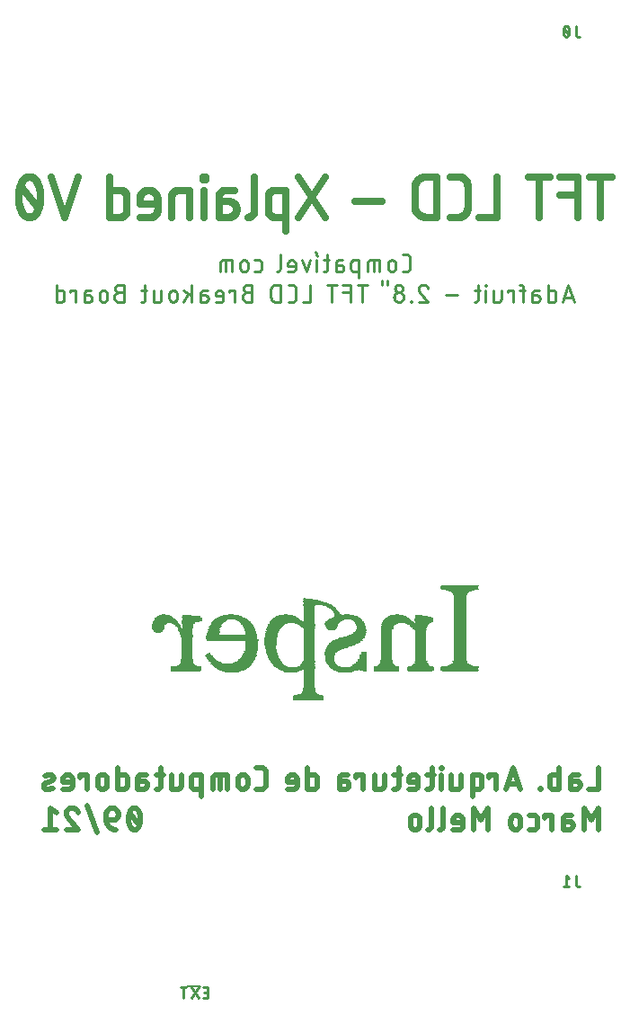
<source format=gbr>
G04 EAGLE Gerber RS-274X export*
G75*
%MOMM*%
%FSLAX34Y34*%
%LPD*%
%INSilkscreen Bottom*%
%IPPOS*%
%AMOC8*
5,1,8,0,0,1.08239X$1,22.5*%
G01*
%ADD10C,0.508000*%
%ADD11R,2.692400X0.050800*%
%ADD12R,2.844800X0.050800*%
%ADD13R,2.895600X0.050800*%
%ADD14R,2.743200X0.050800*%
%ADD15R,2.082800X0.050800*%
%ADD16R,1.828800X0.050800*%
%ADD17R,1.574800X0.050800*%
%ADD18R,1.473200X0.050800*%
%ADD19R,1.371600X0.050800*%
%ADD20R,1.270000X0.050800*%
%ADD21R,1.219200X0.050800*%
%ADD22R,1.168400X0.050800*%
%ADD23R,1.117600X0.050800*%
%ADD24R,1.066800X0.050800*%
%ADD25R,0.863600X0.050800*%
%ADD26R,0.762000X0.050800*%
%ADD27R,0.914400X0.050800*%
%ADD28R,1.320800X0.050800*%
%ADD29R,1.422400X0.050800*%
%ADD30R,3.454400X0.050800*%
%ADD31R,2.286000X0.050800*%
%ADD32R,2.336800X0.050800*%
%ADD33R,0.304800X0.050800*%
%ADD34R,1.676400X0.050800*%
%ADD35R,1.778000X0.050800*%
%ADD36R,2.794000X0.050800*%
%ADD37R,3.556000X0.050800*%
%ADD38R,2.387600X0.050800*%
%ADD39R,2.438400X0.050800*%
%ADD40R,0.508000X0.050800*%
%ADD41R,1.981200X0.050800*%
%ADD42R,3.606800X0.050800*%
%ADD43R,2.489200X0.050800*%
%ADD44R,0.609600X0.050800*%
%ADD45R,2.032000X0.050800*%
%ADD46R,3.200400X0.050800*%
%ADD47R,2.235200X0.050800*%
%ADD48R,2.540000X0.050800*%
%ADD49R,3.251200X0.050800*%
%ADD50R,3.352800X0.050800*%
%ADD51R,3.505200X0.050800*%
%ADD52R,3.403600X0.050800*%
%ADD53R,2.997200X0.050800*%
%ADD54R,3.149600X0.050800*%
%ADD55R,1.016000X0.050800*%
%ADD56R,1.625600X0.050800*%
%ADD57R,2.184400X0.050800*%
%ADD58R,1.524000X0.050800*%
%ADD59R,0.812800X0.050800*%
%ADD60R,3.708400X0.050800*%
%ADD61R,3.810000X0.050800*%
%ADD62R,0.965200X0.050800*%
%ADD63R,1.727200X0.050800*%
%ADD64R,0.711200X0.050800*%
%ADD65R,0.660400X0.050800*%
%ADD66R,0.558800X0.050800*%
%ADD67R,0.406400X0.050800*%
%ADD68R,0.254000X0.050800*%
%ADD69R,0.152400X0.050800*%
%ADD70R,0.457200X0.050800*%
%ADD71R,2.590800X0.050800*%
%ADD72R,2.641600X0.050800*%
%ADD73R,4.826000X0.050800*%
%ADD74R,4.876800X0.050800*%
%ADD75R,1.879600X0.050800*%
%ADD76R,4.724400X0.050800*%
%ADD77R,0.355600X0.050800*%
%ADD78R,2.133600X0.050800*%
%ADD79R,4.267200X0.050800*%
%ADD80R,4.216400X0.050800*%
%ADD81R,3.048000X0.050800*%
%ADD82R,2.946400X0.050800*%
%ADD83R,1.930400X0.050800*%
%ADD84C,0.660400*%
%ADD85C,0.254000*%
%ADD86C,0.279400*%
%ADD87C,0.203200*%


D10*
X584200Y252730D02*
X584200Y232410D01*
X575169Y232410D01*
X563324Y240312D02*
X558244Y240312D01*
X563324Y240312D02*
X563448Y240310D01*
X563572Y240304D01*
X563696Y240294D01*
X563819Y240281D01*
X563942Y240263D01*
X564064Y240242D01*
X564186Y240217D01*
X564307Y240188D01*
X564426Y240155D01*
X564545Y240119D01*
X564662Y240078D01*
X564778Y240035D01*
X564893Y239987D01*
X565006Y239936D01*
X565118Y239881D01*
X565227Y239823D01*
X565335Y239762D01*
X565441Y239697D01*
X565545Y239629D01*
X565646Y239557D01*
X565746Y239483D01*
X565842Y239405D01*
X565937Y239325D01*
X566029Y239241D01*
X566118Y239155D01*
X566204Y239066D01*
X566288Y238974D01*
X566368Y238879D01*
X566446Y238783D01*
X566520Y238683D01*
X566592Y238582D01*
X566660Y238478D01*
X566725Y238372D01*
X566786Y238264D01*
X566844Y238155D01*
X566899Y238043D01*
X566950Y237930D01*
X566998Y237815D01*
X567041Y237699D01*
X567082Y237582D01*
X567118Y237463D01*
X567151Y237344D01*
X567180Y237223D01*
X567205Y237101D01*
X567226Y236979D01*
X567244Y236856D01*
X567257Y236733D01*
X567267Y236609D01*
X567273Y236485D01*
X567275Y236361D01*
X567273Y236237D01*
X567267Y236113D01*
X567257Y235989D01*
X567244Y235866D01*
X567226Y235743D01*
X567205Y235621D01*
X567180Y235499D01*
X567151Y235378D01*
X567118Y235259D01*
X567082Y235140D01*
X567041Y235023D01*
X566998Y234907D01*
X566950Y234792D01*
X566899Y234679D01*
X566844Y234567D01*
X566786Y234458D01*
X566725Y234350D01*
X566660Y234244D01*
X566592Y234140D01*
X566520Y234039D01*
X566446Y233939D01*
X566368Y233843D01*
X566288Y233748D01*
X566204Y233656D01*
X566118Y233567D01*
X566029Y233481D01*
X565937Y233397D01*
X565842Y233317D01*
X565746Y233239D01*
X565646Y233165D01*
X565545Y233093D01*
X565441Y233025D01*
X565335Y232960D01*
X565227Y232899D01*
X565118Y232841D01*
X565006Y232786D01*
X564893Y232735D01*
X564778Y232687D01*
X564662Y232644D01*
X564545Y232603D01*
X564426Y232567D01*
X564307Y232534D01*
X564186Y232505D01*
X564064Y232480D01*
X563942Y232459D01*
X563819Y232441D01*
X563696Y232428D01*
X563572Y232418D01*
X563448Y232412D01*
X563324Y232410D01*
X558244Y232410D01*
X558244Y242570D01*
X558246Y242686D01*
X558252Y242801D01*
X558262Y242916D01*
X558276Y243031D01*
X558293Y243145D01*
X558315Y243259D01*
X558340Y243372D01*
X558370Y243484D01*
X558403Y243595D01*
X558440Y243704D01*
X558480Y243813D01*
X558524Y243919D01*
X558572Y244025D01*
X558624Y244128D01*
X558679Y244230D01*
X558737Y244330D01*
X558799Y244428D01*
X558864Y244523D01*
X558932Y244617D01*
X559004Y244708D01*
X559078Y244796D01*
X559156Y244882D01*
X559236Y244965D01*
X559319Y245045D01*
X559405Y245123D01*
X559494Y245197D01*
X559584Y245269D01*
X559678Y245337D01*
X559773Y245402D01*
X559871Y245464D01*
X559971Y245522D01*
X560073Y245577D01*
X560176Y245629D01*
X560282Y245677D01*
X560388Y245721D01*
X560497Y245761D01*
X560606Y245798D01*
X560717Y245831D01*
X560829Y245861D01*
X560942Y245886D01*
X561056Y245908D01*
X561170Y245925D01*
X561285Y245939D01*
X561400Y245949D01*
X561515Y245955D01*
X561631Y245957D01*
X566147Y245957D01*
X547502Y252730D02*
X547502Y232410D01*
X541858Y232410D01*
X541742Y232412D01*
X541627Y232418D01*
X541512Y232428D01*
X541397Y232442D01*
X541283Y232459D01*
X541169Y232481D01*
X541056Y232506D01*
X540944Y232536D01*
X540833Y232569D01*
X540724Y232606D01*
X540615Y232646D01*
X540509Y232690D01*
X540403Y232738D01*
X540300Y232790D01*
X540198Y232845D01*
X540098Y232903D01*
X540000Y232965D01*
X539905Y233030D01*
X539811Y233098D01*
X539721Y233170D01*
X539632Y233244D01*
X539546Y233322D01*
X539463Y233402D01*
X539383Y233485D01*
X539305Y233571D01*
X539231Y233660D01*
X539159Y233750D01*
X539091Y233844D01*
X539026Y233939D01*
X538964Y234037D01*
X538906Y234137D01*
X538851Y234239D01*
X538799Y234342D01*
X538751Y234448D01*
X538707Y234554D01*
X538667Y234663D01*
X538630Y234772D01*
X538597Y234883D01*
X538567Y234995D01*
X538542Y235108D01*
X538520Y235222D01*
X538503Y235336D01*
X538489Y235451D01*
X538479Y235566D01*
X538473Y235681D01*
X538471Y235797D01*
X538471Y242570D01*
X538473Y242686D01*
X538479Y242801D01*
X538489Y242916D01*
X538503Y243031D01*
X538520Y243145D01*
X538542Y243259D01*
X538567Y243372D01*
X538597Y243484D01*
X538630Y243595D01*
X538667Y243704D01*
X538707Y243813D01*
X538751Y243919D01*
X538799Y244025D01*
X538851Y244128D01*
X538906Y244230D01*
X538964Y244330D01*
X539026Y244428D01*
X539091Y244523D01*
X539159Y244617D01*
X539231Y244708D01*
X539305Y244796D01*
X539383Y244882D01*
X539463Y244965D01*
X539546Y245045D01*
X539632Y245123D01*
X539721Y245197D01*
X539811Y245269D01*
X539905Y245337D01*
X540000Y245402D01*
X540098Y245464D01*
X540198Y245522D01*
X540300Y245577D01*
X540403Y245629D01*
X540509Y245677D01*
X540615Y245721D01*
X540724Y245761D01*
X540833Y245798D01*
X540944Y245831D01*
X541056Y245861D01*
X541169Y245886D01*
X541283Y245908D01*
X541397Y245925D01*
X541512Y245939D01*
X541627Y245949D01*
X541742Y245955D01*
X541858Y245957D01*
X547502Y245957D01*
X530471Y233539D02*
X530471Y232410D01*
X530471Y233539D02*
X529342Y233539D01*
X529342Y232410D01*
X530471Y232410D01*
X510930Y232410D02*
X504156Y252730D01*
X497383Y232410D01*
X499076Y237490D02*
X509236Y237490D01*
X488310Y232410D02*
X488310Y245957D01*
X481536Y245957D01*
X481536Y243699D01*
X465682Y245957D02*
X465682Y225637D01*
X465682Y245957D02*
X471326Y245957D01*
X471442Y245955D01*
X471557Y245949D01*
X471672Y245939D01*
X471787Y245925D01*
X471901Y245908D01*
X472015Y245886D01*
X472128Y245861D01*
X472240Y245831D01*
X472351Y245798D01*
X472460Y245761D01*
X472569Y245721D01*
X472675Y245677D01*
X472781Y245629D01*
X472884Y245577D01*
X472986Y245522D01*
X473086Y245464D01*
X473184Y245402D01*
X473279Y245337D01*
X473373Y245269D01*
X473463Y245197D01*
X473552Y245123D01*
X473638Y245045D01*
X473721Y244965D01*
X473801Y244882D01*
X473879Y244796D01*
X473953Y244707D01*
X474025Y244617D01*
X474093Y244523D01*
X474158Y244428D01*
X474220Y244330D01*
X474278Y244230D01*
X474333Y244128D01*
X474385Y244025D01*
X474433Y243919D01*
X474477Y243813D01*
X474517Y243704D01*
X474554Y243595D01*
X474587Y243484D01*
X474617Y243372D01*
X474642Y243259D01*
X474664Y243145D01*
X474681Y243031D01*
X474695Y242916D01*
X474705Y242801D01*
X474711Y242686D01*
X474713Y242570D01*
X474713Y235797D01*
X474711Y235681D01*
X474705Y235566D01*
X474695Y235451D01*
X474681Y235336D01*
X474664Y235222D01*
X474642Y235108D01*
X474617Y234995D01*
X474587Y234883D01*
X474554Y234772D01*
X474517Y234663D01*
X474477Y234554D01*
X474433Y234448D01*
X474385Y234342D01*
X474333Y234239D01*
X474278Y234137D01*
X474220Y234037D01*
X474158Y233939D01*
X474093Y233844D01*
X474025Y233750D01*
X473953Y233660D01*
X473879Y233571D01*
X473801Y233485D01*
X473721Y233402D01*
X473638Y233322D01*
X473552Y233244D01*
X473464Y233170D01*
X473373Y233098D01*
X473279Y233030D01*
X473184Y232965D01*
X473086Y232903D01*
X472986Y232845D01*
X472884Y232790D01*
X472781Y232738D01*
X472675Y232690D01*
X472569Y232646D01*
X472460Y232606D01*
X472351Y232569D01*
X472240Y232536D01*
X472128Y232506D01*
X472015Y232481D01*
X471902Y232459D01*
X471787Y232442D01*
X471672Y232428D01*
X471557Y232418D01*
X471442Y232412D01*
X471326Y232410D01*
X465682Y232410D01*
X455083Y235797D02*
X455083Y245957D01*
X455083Y235797D02*
X455081Y235681D01*
X455075Y235566D01*
X455065Y235451D01*
X455051Y235336D01*
X455034Y235222D01*
X455012Y235108D01*
X454987Y234995D01*
X454957Y234883D01*
X454924Y234772D01*
X454887Y234663D01*
X454847Y234554D01*
X454803Y234448D01*
X454755Y234342D01*
X454703Y234239D01*
X454648Y234137D01*
X454590Y234037D01*
X454528Y233939D01*
X454463Y233844D01*
X454395Y233750D01*
X454323Y233660D01*
X454249Y233571D01*
X454171Y233485D01*
X454091Y233402D01*
X454008Y233322D01*
X453922Y233244D01*
X453834Y233170D01*
X453743Y233098D01*
X453649Y233030D01*
X453554Y232965D01*
X453456Y232903D01*
X453356Y232845D01*
X453254Y232790D01*
X453151Y232738D01*
X453045Y232690D01*
X452939Y232646D01*
X452830Y232606D01*
X452721Y232569D01*
X452610Y232536D01*
X452498Y232506D01*
X452385Y232481D01*
X452272Y232459D01*
X452157Y232442D01*
X452042Y232428D01*
X451927Y232418D01*
X451812Y232412D01*
X451696Y232410D01*
X446052Y232410D01*
X446052Y245957D01*
X436648Y245957D02*
X436648Y232410D01*
X437213Y251601D02*
X437213Y252730D01*
X436084Y252730D01*
X436084Y251601D01*
X437213Y251601D01*
X429831Y245957D02*
X423058Y245957D01*
X427573Y252730D02*
X427573Y235797D01*
X427574Y235797D02*
X427572Y235681D01*
X427566Y235566D01*
X427556Y235451D01*
X427542Y235336D01*
X427525Y235222D01*
X427503Y235108D01*
X427478Y234995D01*
X427448Y234883D01*
X427415Y234772D01*
X427378Y234663D01*
X427338Y234554D01*
X427294Y234448D01*
X427246Y234342D01*
X427194Y234239D01*
X427139Y234137D01*
X427081Y234037D01*
X427019Y233939D01*
X426954Y233844D01*
X426886Y233750D01*
X426814Y233659D01*
X426740Y233571D01*
X426662Y233485D01*
X426582Y233402D01*
X426499Y233322D01*
X426413Y233244D01*
X426324Y233170D01*
X426234Y233098D01*
X426140Y233030D01*
X426045Y232965D01*
X425947Y232903D01*
X425847Y232845D01*
X425745Y232790D01*
X425642Y232738D01*
X425536Y232690D01*
X425430Y232646D01*
X425321Y232606D01*
X425212Y232569D01*
X425101Y232536D01*
X424989Y232506D01*
X424876Y232481D01*
X424762Y232459D01*
X424648Y232442D01*
X424533Y232428D01*
X424418Y232418D01*
X424303Y232412D01*
X424187Y232410D01*
X423058Y232410D01*
X411331Y232410D02*
X405686Y232410D01*
X411331Y232410D02*
X411447Y232412D01*
X411562Y232418D01*
X411677Y232428D01*
X411792Y232442D01*
X411906Y232459D01*
X412020Y232481D01*
X412133Y232506D01*
X412245Y232536D01*
X412356Y232569D01*
X412465Y232606D01*
X412574Y232646D01*
X412680Y232690D01*
X412786Y232738D01*
X412889Y232790D01*
X412991Y232845D01*
X413091Y232903D01*
X413189Y232965D01*
X413284Y233030D01*
X413378Y233098D01*
X413469Y233170D01*
X413557Y233244D01*
X413643Y233322D01*
X413726Y233402D01*
X413806Y233485D01*
X413884Y233571D01*
X413958Y233660D01*
X414030Y233750D01*
X414098Y233844D01*
X414163Y233939D01*
X414225Y234037D01*
X414283Y234137D01*
X414338Y234239D01*
X414390Y234342D01*
X414438Y234448D01*
X414482Y234554D01*
X414522Y234663D01*
X414559Y234772D01*
X414592Y234883D01*
X414622Y234995D01*
X414647Y235108D01*
X414669Y235222D01*
X414686Y235336D01*
X414700Y235451D01*
X414710Y235566D01*
X414716Y235681D01*
X414718Y235797D01*
X414718Y241441D01*
X414716Y241574D01*
X414710Y241706D01*
X414700Y241838D01*
X414687Y241970D01*
X414669Y242102D01*
X414648Y242232D01*
X414623Y242363D01*
X414594Y242492D01*
X414561Y242620D01*
X414525Y242748D01*
X414485Y242874D01*
X414441Y242999D01*
X414393Y243123D01*
X414342Y243245D01*
X414287Y243366D01*
X414229Y243485D01*
X414167Y243603D01*
X414102Y243718D01*
X414033Y243832D01*
X413962Y243943D01*
X413886Y244052D01*
X413808Y244159D01*
X413727Y244264D01*
X413642Y244366D01*
X413555Y244466D01*
X413465Y244563D01*
X413372Y244658D01*
X413276Y244749D01*
X413178Y244838D01*
X413077Y244924D01*
X412973Y245007D01*
X412867Y245087D01*
X412759Y245163D01*
X412649Y245237D01*
X412536Y245307D01*
X412422Y245374D01*
X412305Y245437D01*
X412187Y245497D01*
X412067Y245554D01*
X411945Y245607D01*
X411822Y245656D01*
X411698Y245702D01*
X411572Y245744D01*
X411445Y245782D01*
X411317Y245817D01*
X411188Y245848D01*
X411059Y245875D01*
X410928Y245898D01*
X410797Y245918D01*
X410665Y245933D01*
X410533Y245945D01*
X410401Y245953D01*
X410268Y245957D01*
X410136Y245957D01*
X410003Y245953D01*
X409871Y245945D01*
X409739Y245933D01*
X409607Y245918D01*
X409476Y245898D01*
X409345Y245875D01*
X409216Y245848D01*
X409087Y245817D01*
X408959Y245782D01*
X408832Y245744D01*
X408706Y245702D01*
X408582Y245656D01*
X408459Y245607D01*
X408337Y245554D01*
X408217Y245497D01*
X408099Y245437D01*
X407982Y245374D01*
X407868Y245307D01*
X407755Y245237D01*
X407645Y245163D01*
X407537Y245087D01*
X407431Y245007D01*
X407327Y244924D01*
X407226Y244838D01*
X407128Y244749D01*
X407032Y244658D01*
X406939Y244563D01*
X406849Y244466D01*
X406762Y244366D01*
X406677Y244264D01*
X406596Y244159D01*
X406518Y244052D01*
X406442Y243943D01*
X406371Y243832D01*
X406302Y243718D01*
X406237Y243603D01*
X406175Y243485D01*
X406117Y243366D01*
X406062Y243245D01*
X406011Y243123D01*
X405963Y242999D01*
X405919Y242874D01*
X405879Y242748D01*
X405843Y242620D01*
X405810Y242492D01*
X405781Y242363D01*
X405756Y242232D01*
X405735Y242102D01*
X405717Y241970D01*
X405704Y241838D01*
X405694Y241706D01*
X405688Y241574D01*
X405686Y241441D01*
X405686Y239183D01*
X414718Y239183D01*
X398513Y245957D02*
X391740Y245957D01*
X396255Y252730D02*
X396255Y235797D01*
X396256Y235797D02*
X396254Y235681D01*
X396248Y235566D01*
X396238Y235451D01*
X396224Y235336D01*
X396207Y235222D01*
X396185Y235108D01*
X396160Y234995D01*
X396130Y234883D01*
X396097Y234772D01*
X396060Y234663D01*
X396020Y234554D01*
X395976Y234448D01*
X395928Y234342D01*
X395876Y234239D01*
X395821Y234137D01*
X395763Y234037D01*
X395701Y233939D01*
X395636Y233844D01*
X395568Y233750D01*
X395496Y233659D01*
X395422Y233571D01*
X395344Y233485D01*
X395264Y233402D01*
X395181Y233322D01*
X395095Y233244D01*
X395006Y233170D01*
X394916Y233098D01*
X394822Y233030D01*
X394727Y232965D01*
X394629Y232903D01*
X394529Y232845D01*
X394427Y232790D01*
X394324Y232738D01*
X394218Y232690D01*
X394112Y232646D01*
X394003Y232606D01*
X393894Y232569D01*
X393783Y232536D01*
X393671Y232506D01*
X393558Y232481D01*
X393444Y232459D01*
X393330Y232442D01*
X393215Y232428D01*
X393100Y232418D01*
X392985Y232412D01*
X392869Y232410D01*
X391740Y232410D01*
X382703Y235797D02*
X382703Y245957D01*
X382704Y235797D02*
X382702Y235681D01*
X382696Y235566D01*
X382686Y235451D01*
X382672Y235336D01*
X382655Y235222D01*
X382633Y235108D01*
X382608Y234995D01*
X382578Y234883D01*
X382545Y234772D01*
X382508Y234663D01*
X382468Y234554D01*
X382424Y234448D01*
X382376Y234342D01*
X382324Y234239D01*
X382269Y234137D01*
X382211Y234037D01*
X382149Y233939D01*
X382084Y233844D01*
X382016Y233750D01*
X381944Y233660D01*
X381870Y233571D01*
X381792Y233485D01*
X381712Y233402D01*
X381629Y233322D01*
X381543Y233244D01*
X381455Y233170D01*
X381364Y233098D01*
X381270Y233030D01*
X381175Y232965D01*
X381077Y232903D01*
X380977Y232845D01*
X380875Y232790D01*
X380772Y232738D01*
X380666Y232690D01*
X380560Y232646D01*
X380451Y232606D01*
X380342Y232569D01*
X380231Y232536D01*
X380119Y232506D01*
X380006Y232481D01*
X379893Y232459D01*
X379778Y232442D01*
X379663Y232428D01*
X379548Y232418D01*
X379433Y232412D01*
X379317Y232410D01*
X373672Y232410D01*
X373672Y245957D01*
X363037Y245957D02*
X363037Y232410D01*
X363037Y245957D02*
X356264Y245957D01*
X356264Y243699D01*
X345490Y240312D02*
X340410Y240312D01*
X345490Y240312D02*
X345614Y240310D01*
X345738Y240304D01*
X345862Y240294D01*
X345985Y240281D01*
X346108Y240263D01*
X346230Y240242D01*
X346352Y240217D01*
X346473Y240188D01*
X346592Y240155D01*
X346711Y240119D01*
X346828Y240078D01*
X346944Y240035D01*
X347059Y239987D01*
X347172Y239936D01*
X347284Y239881D01*
X347393Y239823D01*
X347501Y239762D01*
X347607Y239697D01*
X347711Y239629D01*
X347812Y239557D01*
X347912Y239483D01*
X348008Y239405D01*
X348103Y239325D01*
X348195Y239241D01*
X348284Y239155D01*
X348370Y239066D01*
X348454Y238974D01*
X348534Y238879D01*
X348612Y238783D01*
X348686Y238683D01*
X348758Y238582D01*
X348826Y238478D01*
X348891Y238372D01*
X348952Y238264D01*
X349010Y238155D01*
X349065Y238043D01*
X349116Y237930D01*
X349164Y237815D01*
X349207Y237699D01*
X349248Y237582D01*
X349284Y237463D01*
X349317Y237344D01*
X349346Y237223D01*
X349371Y237101D01*
X349392Y236979D01*
X349410Y236856D01*
X349423Y236733D01*
X349433Y236609D01*
X349439Y236485D01*
X349441Y236361D01*
X349439Y236237D01*
X349433Y236113D01*
X349423Y235989D01*
X349410Y235866D01*
X349392Y235743D01*
X349371Y235621D01*
X349346Y235499D01*
X349317Y235378D01*
X349284Y235259D01*
X349248Y235140D01*
X349207Y235023D01*
X349164Y234907D01*
X349116Y234792D01*
X349065Y234679D01*
X349010Y234567D01*
X348952Y234458D01*
X348891Y234350D01*
X348826Y234244D01*
X348758Y234140D01*
X348686Y234039D01*
X348612Y233939D01*
X348534Y233843D01*
X348454Y233748D01*
X348370Y233656D01*
X348284Y233567D01*
X348195Y233481D01*
X348103Y233397D01*
X348008Y233317D01*
X347912Y233239D01*
X347812Y233165D01*
X347711Y233093D01*
X347607Y233025D01*
X347501Y232960D01*
X347393Y232899D01*
X347284Y232841D01*
X347172Y232786D01*
X347059Y232735D01*
X346944Y232687D01*
X346828Y232644D01*
X346711Y232603D01*
X346592Y232567D01*
X346473Y232534D01*
X346352Y232505D01*
X346230Y232480D01*
X346108Y232459D01*
X345985Y232441D01*
X345862Y232428D01*
X345738Y232418D01*
X345614Y232412D01*
X345490Y232410D01*
X340410Y232410D01*
X340410Y242570D01*
X340409Y242570D02*
X340411Y242686D01*
X340417Y242801D01*
X340427Y242916D01*
X340441Y243031D01*
X340458Y243145D01*
X340480Y243259D01*
X340505Y243372D01*
X340535Y243484D01*
X340568Y243595D01*
X340605Y243704D01*
X340645Y243813D01*
X340689Y243919D01*
X340737Y244025D01*
X340789Y244128D01*
X340844Y244230D01*
X340902Y244330D01*
X340964Y244428D01*
X341029Y244523D01*
X341097Y244617D01*
X341169Y244708D01*
X341243Y244796D01*
X341321Y244882D01*
X341401Y244965D01*
X341484Y245045D01*
X341570Y245123D01*
X341659Y245197D01*
X341749Y245269D01*
X341843Y245337D01*
X341938Y245402D01*
X342036Y245464D01*
X342136Y245522D01*
X342238Y245577D01*
X342341Y245629D01*
X342447Y245677D01*
X342553Y245721D01*
X342662Y245761D01*
X342771Y245798D01*
X342882Y245831D01*
X342994Y245861D01*
X343107Y245886D01*
X343221Y245908D01*
X343335Y245925D01*
X343450Y245939D01*
X343565Y245949D01*
X343680Y245955D01*
X343796Y245957D01*
X348312Y245957D01*
X310483Y252730D02*
X310483Y232410D01*
X316128Y232410D01*
X316244Y232412D01*
X316359Y232418D01*
X316474Y232428D01*
X316589Y232442D01*
X316703Y232459D01*
X316817Y232481D01*
X316930Y232506D01*
X317042Y232536D01*
X317153Y232569D01*
X317262Y232606D01*
X317371Y232646D01*
X317477Y232690D01*
X317583Y232738D01*
X317686Y232790D01*
X317788Y232845D01*
X317888Y232903D01*
X317986Y232965D01*
X318081Y233030D01*
X318175Y233098D01*
X318266Y233170D01*
X318354Y233244D01*
X318440Y233322D01*
X318523Y233402D01*
X318603Y233485D01*
X318681Y233571D01*
X318755Y233660D01*
X318827Y233750D01*
X318895Y233844D01*
X318960Y233939D01*
X319022Y234037D01*
X319080Y234137D01*
X319135Y234239D01*
X319187Y234342D01*
X319235Y234448D01*
X319279Y234554D01*
X319319Y234663D01*
X319356Y234772D01*
X319389Y234883D01*
X319419Y234995D01*
X319444Y235108D01*
X319466Y235222D01*
X319483Y235336D01*
X319497Y235451D01*
X319507Y235566D01*
X319513Y235681D01*
X319515Y235797D01*
X319514Y235797D02*
X319514Y242570D01*
X319515Y242570D02*
X319513Y242686D01*
X319507Y242801D01*
X319497Y242916D01*
X319483Y243031D01*
X319466Y243145D01*
X319444Y243259D01*
X319419Y243372D01*
X319389Y243484D01*
X319356Y243595D01*
X319319Y243704D01*
X319279Y243813D01*
X319235Y243919D01*
X319187Y244025D01*
X319135Y244128D01*
X319080Y244230D01*
X319022Y244330D01*
X318960Y244428D01*
X318895Y244523D01*
X318827Y244617D01*
X318755Y244707D01*
X318681Y244796D01*
X318603Y244882D01*
X318523Y244965D01*
X318440Y245045D01*
X318354Y245123D01*
X318265Y245197D01*
X318175Y245269D01*
X318081Y245337D01*
X317986Y245402D01*
X317888Y245464D01*
X317788Y245522D01*
X317686Y245577D01*
X317583Y245629D01*
X317477Y245677D01*
X317371Y245721D01*
X317262Y245761D01*
X317153Y245798D01*
X317042Y245831D01*
X316930Y245861D01*
X316817Y245886D01*
X316703Y245908D01*
X316589Y245925D01*
X316474Y245939D01*
X316359Y245949D01*
X316244Y245955D01*
X316128Y245957D01*
X310483Y245957D01*
X297194Y232410D02*
X291549Y232410D01*
X297194Y232410D02*
X297310Y232412D01*
X297425Y232418D01*
X297540Y232428D01*
X297655Y232442D01*
X297769Y232459D01*
X297883Y232481D01*
X297996Y232506D01*
X298108Y232536D01*
X298219Y232569D01*
X298328Y232606D01*
X298437Y232646D01*
X298543Y232690D01*
X298649Y232738D01*
X298752Y232790D01*
X298854Y232845D01*
X298954Y232903D01*
X299052Y232965D01*
X299147Y233030D01*
X299241Y233098D01*
X299332Y233170D01*
X299420Y233244D01*
X299506Y233322D01*
X299589Y233402D01*
X299669Y233485D01*
X299747Y233571D01*
X299821Y233660D01*
X299893Y233750D01*
X299961Y233844D01*
X300026Y233939D01*
X300088Y234037D01*
X300146Y234137D01*
X300201Y234239D01*
X300253Y234342D01*
X300301Y234448D01*
X300345Y234554D01*
X300385Y234663D01*
X300422Y234772D01*
X300455Y234883D01*
X300485Y234995D01*
X300510Y235108D01*
X300532Y235222D01*
X300549Y235336D01*
X300563Y235451D01*
X300573Y235566D01*
X300579Y235681D01*
X300581Y235797D01*
X300580Y235797D02*
X300580Y241441D01*
X300581Y241441D02*
X300579Y241574D01*
X300573Y241706D01*
X300563Y241838D01*
X300550Y241970D01*
X300532Y242102D01*
X300511Y242232D01*
X300486Y242363D01*
X300457Y242492D01*
X300424Y242620D01*
X300388Y242748D01*
X300348Y242874D01*
X300304Y242999D01*
X300256Y243123D01*
X300205Y243245D01*
X300150Y243366D01*
X300092Y243485D01*
X300030Y243603D01*
X299965Y243718D01*
X299896Y243832D01*
X299825Y243943D01*
X299749Y244052D01*
X299671Y244159D01*
X299590Y244264D01*
X299505Y244366D01*
X299418Y244466D01*
X299328Y244563D01*
X299235Y244658D01*
X299139Y244749D01*
X299041Y244838D01*
X298940Y244924D01*
X298836Y245007D01*
X298730Y245087D01*
X298622Y245163D01*
X298512Y245237D01*
X298399Y245307D01*
X298285Y245374D01*
X298168Y245437D01*
X298050Y245497D01*
X297930Y245554D01*
X297808Y245607D01*
X297685Y245656D01*
X297561Y245702D01*
X297435Y245744D01*
X297308Y245782D01*
X297180Y245817D01*
X297051Y245848D01*
X296922Y245875D01*
X296791Y245898D01*
X296660Y245918D01*
X296528Y245933D01*
X296396Y245945D01*
X296264Y245953D01*
X296131Y245957D01*
X295999Y245957D01*
X295866Y245953D01*
X295734Y245945D01*
X295602Y245933D01*
X295470Y245918D01*
X295339Y245898D01*
X295208Y245875D01*
X295079Y245848D01*
X294950Y245817D01*
X294822Y245782D01*
X294695Y245744D01*
X294569Y245702D01*
X294445Y245656D01*
X294322Y245607D01*
X294200Y245554D01*
X294080Y245497D01*
X293962Y245437D01*
X293845Y245374D01*
X293731Y245307D01*
X293618Y245237D01*
X293508Y245163D01*
X293400Y245087D01*
X293294Y245007D01*
X293190Y244924D01*
X293089Y244838D01*
X292991Y244749D01*
X292895Y244658D01*
X292802Y244563D01*
X292712Y244466D01*
X292625Y244366D01*
X292540Y244264D01*
X292459Y244159D01*
X292381Y244052D01*
X292305Y243943D01*
X292234Y243832D01*
X292165Y243718D01*
X292100Y243603D01*
X292038Y243485D01*
X291980Y243366D01*
X291925Y243245D01*
X291874Y243123D01*
X291826Y242999D01*
X291782Y242874D01*
X291742Y242748D01*
X291706Y242620D01*
X291673Y242492D01*
X291644Y242363D01*
X291619Y242232D01*
X291598Y242102D01*
X291580Y241970D01*
X291567Y241838D01*
X291557Y241706D01*
X291551Y241574D01*
X291549Y241441D01*
X291549Y239183D01*
X300580Y239183D01*
X266638Y232410D02*
X262122Y232410D01*
X266638Y232410D02*
X266769Y232412D01*
X266901Y232418D01*
X267032Y232427D01*
X267162Y232441D01*
X267293Y232458D01*
X267422Y232479D01*
X267551Y232503D01*
X267679Y232532D01*
X267807Y232564D01*
X267933Y232600D01*
X268058Y232639D01*
X268183Y232682D01*
X268305Y232729D01*
X268427Y232779D01*
X268547Y232833D01*
X268665Y232890D01*
X268781Y232951D01*
X268896Y233015D01*
X269009Y233082D01*
X269120Y233153D01*
X269228Y233227D01*
X269335Y233304D01*
X269439Y233384D01*
X269541Y233467D01*
X269640Y233552D01*
X269737Y233641D01*
X269831Y233733D01*
X269923Y233827D01*
X270012Y233924D01*
X270097Y234023D01*
X270180Y234125D01*
X270260Y234229D01*
X270337Y234336D01*
X270411Y234444D01*
X270482Y234555D01*
X270549Y234668D01*
X270613Y234783D01*
X270674Y234899D01*
X270731Y235017D01*
X270785Y235137D01*
X270835Y235259D01*
X270882Y235381D01*
X270925Y235506D01*
X270964Y235631D01*
X271000Y235757D01*
X271032Y235885D01*
X271061Y236013D01*
X271085Y236142D01*
X271106Y236272D01*
X271123Y236402D01*
X271137Y236532D01*
X271146Y236663D01*
X271152Y236795D01*
X271154Y236926D01*
X271154Y248214D01*
X271152Y248348D01*
X271146Y248482D01*
X271136Y248615D01*
X271122Y248748D01*
X271105Y248881D01*
X271083Y249013D01*
X271057Y249144D01*
X271028Y249275D01*
X270994Y249404D01*
X270957Y249533D01*
X270916Y249660D01*
X270871Y249786D01*
X270823Y249911D01*
X270771Y250034D01*
X270715Y250156D01*
X270656Y250276D01*
X270593Y250394D01*
X270526Y250511D01*
X270457Y250625D01*
X270384Y250737D01*
X270307Y250847D01*
X270228Y250954D01*
X270145Y251059D01*
X270059Y251162D01*
X269970Y251262D01*
X269878Y251360D01*
X269784Y251454D01*
X269686Y251546D01*
X269586Y251635D01*
X269484Y251721D01*
X269378Y251804D01*
X269271Y251883D01*
X269161Y251960D01*
X269049Y252033D01*
X268935Y252102D01*
X268818Y252169D01*
X268700Y252232D01*
X268580Y252291D01*
X268459Y252347D01*
X268335Y252399D01*
X268211Y252447D01*
X268084Y252492D01*
X267957Y252533D01*
X267828Y252570D01*
X267699Y252604D01*
X267568Y252633D01*
X267437Y252659D01*
X267305Y252680D01*
X267172Y252698D01*
X267039Y252712D01*
X266906Y252722D01*
X266772Y252728D01*
X266638Y252730D01*
X262122Y252730D01*
X253951Y241441D02*
X253951Y236926D01*
X253952Y241441D02*
X253950Y241574D01*
X253944Y241706D01*
X253934Y241838D01*
X253921Y241970D01*
X253903Y242102D01*
X253882Y242232D01*
X253857Y242363D01*
X253828Y242492D01*
X253795Y242620D01*
X253759Y242748D01*
X253719Y242874D01*
X253675Y242999D01*
X253627Y243123D01*
X253576Y243245D01*
X253521Y243366D01*
X253463Y243485D01*
X253401Y243603D01*
X253336Y243718D01*
X253267Y243832D01*
X253196Y243943D01*
X253120Y244052D01*
X253042Y244159D01*
X252961Y244264D01*
X252876Y244366D01*
X252789Y244466D01*
X252699Y244563D01*
X252606Y244658D01*
X252510Y244749D01*
X252412Y244838D01*
X252311Y244924D01*
X252207Y245007D01*
X252101Y245087D01*
X251993Y245163D01*
X251883Y245237D01*
X251770Y245307D01*
X251656Y245374D01*
X251539Y245437D01*
X251421Y245497D01*
X251301Y245554D01*
X251179Y245607D01*
X251056Y245656D01*
X250932Y245702D01*
X250806Y245744D01*
X250679Y245782D01*
X250551Y245817D01*
X250422Y245848D01*
X250293Y245875D01*
X250162Y245898D01*
X250031Y245918D01*
X249899Y245933D01*
X249767Y245945D01*
X249635Y245953D01*
X249502Y245957D01*
X249370Y245957D01*
X249237Y245953D01*
X249105Y245945D01*
X248973Y245933D01*
X248841Y245918D01*
X248710Y245898D01*
X248579Y245875D01*
X248450Y245848D01*
X248321Y245817D01*
X248193Y245782D01*
X248066Y245744D01*
X247940Y245702D01*
X247816Y245656D01*
X247693Y245607D01*
X247571Y245554D01*
X247451Y245497D01*
X247333Y245437D01*
X247216Y245374D01*
X247102Y245307D01*
X246989Y245237D01*
X246879Y245163D01*
X246771Y245087D01*
X246665Y245007D01*
X246561Y244924D01*
X246460Y244838D01*
X246362Y244749D01*
X246266Y244658D01*
X246173Y244563D01*
X246083Y244466D01*
X245996Y244366D01*
X245911Y244264D01*
X245830Y244159D01*
X245752Y244052D01*
X245676Y243943D01*
X245605Y243832D01*
X245536Y243718D01*
X245471Y243603D01*
X245409Y243485D01*
X245351Y243366D01*
X245296Y243245D01*
X245245Y243123D01*
X245197Y242999D01*
X245153Y242874D01*
X245113Y242748D01*
X245077Y242620D01*
X245044Y242492D01*
X245015Y242363D01*
X244990Y242232D01*
X244969Y242102D01*
X244951Y241970D01*
X244938Y241838D01*
X244928Y241706D01*
X244922Y241574D01*
X244920Y241441D01*
X244920Y236926D01*
X244922Y236793D01*
X244928Y236661D01*
X244938Y236529D01*
X244951Y236397D01*
X244969Y236265D01*
X244990Y236135D01*
X245015Y236004D01*
X245044Y235875D01*
X245077Y235747D01*
X245113Y235619D01*
X245153Y235493D01*
X245197Y235368D01*
X245245Y235244D01*
X245296Y235122D01*
X245351Y235001D01*
X245409Y234882D01*
X245471Y234764D01*
X245536Y234649D01*
X245605Y234535D01*
X245676Y234424D01*
X245752Y234315D01*
X245830Y234208D01*
X245911Y234103D01*
X245996Y234001D01*
X246083Y233901D01*
X246173Y233804D01*
X246266Y233709D01*
X246362Y233618D01*
X246460Y233529D01*
X246561Y233443D01*
X246665Y233360D01*
X246771Y233280D01*
X246879Y233204D01*
X246989Y233130D01*
X247102Y233060D01*
X247216Y232993D01*
X247333Y232930D01*
X247451Y232870D01*
X247571Y232813D01*
X247693Y232760D01*
X247816Y232711D01*
X247940Y232665D01*
X248066Y232623D01*
X248193Y232585D01*
X248321Y232550D01*
X248450Y232519D01*
X248579Y232492D01*
X248710Y232469D01*
X248841Y232449D01*
X248973Y232434D01*
X249105Y232422D01*
X249237Y232414D01*
X249370Y232410D01*
X249502Y232410D01*
X249635Y232414D01*
X249767Y232422D01*
X249899Y232434D01*
X250031Y232449D01*
X250162Y232469D01*
X250293Y232492D01*
X250422Y232519D01*
X250551Y232550D01*
X250679Y232585D01*
X250806Y232623D01*
X250932Y232665D01*
X251056Y232711D01*
X251179Y232760D01*
X251301Y232813D01*
X251421Y232870D01*
X251539Y232930D01*
X251656Y232993D01*
X251770Y233060D01*
X251883Y233130D01*
X251993Y233204D01*
X252101Y233280D01*
X252207Y233360D01*
X252311Y233443D01*
X252412Y233529D01*
X252510Y233618D01*
X252606Y233709D01*
X252699Y233804D01*
X252789Y233901D01*
X252876Y234001D01*
X252961Y234103D01*
X253042Y234208D01*
X253120Y234315D01*
X253196Y234424D01*
X253267Y234535D01*
X253336Y234649D01*
X253401Y234764D01*
X253463Y234882D01*
X253521Y235001D01*
X253576Y235122D01*
X253627Y235244D01*
X253675Y235368D01*
X253719Y235493D01*
X253759Y235619D01*
X253795Y235747D01*
X253828Y235875D01*
X253857Y236004D01*
X253882Y236135D01*
X253903Y236265D01*
X253921Y236397D01*
X253934Y236529D01*
X253944Y236661D01*
X253950Y236793D01*
X253952Y236926D01*
X234634Y232410D02*
X234634Y245957D01*
X224474Y245957D01*
X224358Y245955D01*
X224243Y245949D01*
X224128Y245939D01*
X224013Y245925D01*
X223899Y245908D01*
X223785Y245886D01*
X223672Y245861D01*
X223560Y245831D01*
X223449Y245798D01*
X223340Y245761D01*
X223231Y245721D01*
X223125Y245677D01*
X223019Y245629D01*
X222916Y245577D01*
X222814Y245522D01*
X222714Y245464D01*
X222616Y245402D01*
X222521Y245337D01*
X222427Y245269D01*
X222337Y245197D01*
X222248Y245123D01*
X222162Y245045D01*
X222079Y244965D01*
X221999Y244882D01*
X221921Y244796D01*
X221847Y244708D01*
X221775Y244617D01*
X221707Y244523D01*
X221642Y244428D01*
X221580Y244330D01*
X221522Y244230D01*
X221467Y244128D01*
X221415Y244025D01*
X221367Y243919D01*
X221323Y243813D01*
X221283Y243704D01*
X221246Y243595D01*
X221213Y243484D01*
X221183Y243372D01*
X221158Y243259D01*
X221136Y243146D01*
X221119Y243031D01*
X221105Y242916D01*
X221095Y242801D01*
X221089Y242686D01*
X221087Y242570D01*
X221088Y242570D02*
X221088Y232410D01*
X227861Y232410D02*
X227861Y245957D01*
X209963Y245957D02*
X209963Y225637D01*
X209963Y245957D02*
X204318Y245957D01*
X204202Y245955D01*
X204087Y245949D01*
X203972Y245939D01*
X203857Y245925D01*
X203743Y245908D01*
X203629Y245886D01*
X203516Y245861D01*
X203404Y245831D01*
X203293Y245798D01*
X203184Y245761D01*
X203075Y245721D01*
X202969Y245677D01*
X202863Y245629D01*
X202760Y245577D01*
X202658Y245522D01*
X202558Y245464D01*
X202460Y245402D01*
X202365Y245337D01*
X202271Y245269D01*
X202181Y245197D01*
X202092Y245123D01*
X202006Y245045D01*
X201923Y244965D01*
X201843Y244882D01*
X201765Y244796D01*
X201691Y244708D01*
X201619Y244617D01*
X201551Y244523D01*
X201486Y244428D01*
X201424Y244330D01*
X201366Y244230D01*
X201311Y244128D01*
X201259Y244025D01*
X201211Y243919D01*
X201167Y243813D01*
X201127Y243704D01*
X201090Y243595D01*
X201057Y243484D01*
X201027Y243372D01*
X201002Y243259D01*
X200980Y243146D01*
X200963Y243031D01*
X200949Y242916D01*
X200939Y242801D01*
X200933Y242686D01*
X200931Y242570D01*
X200932Y242570D02*
X200932Y235797D01*
X200931Y235797D02*
X200933Y235681D01*
X200939Y235566D01*
X200949Y235451D01*
X200963Y235336D01*
X200980Y235222D01*
X201002Y235108D01*
X201027Y234995D01*
X201057Y234883D01*
X201090Y234772D01*
X201127Y234663D01*
X201167Y234554D01*
X201211Y234448D01*
X201259Y234342D01*
X201311Y234239D01*
X201366Y234137D01*
X201424Y234037D01*
X201486Y233939D01*
X201551Y233844D01*
X201619Y233750D01*
X201691Y233660D01*
X201765Y233571D01*
X201843Y233485D01*
X201923Y233402D01*
X202006Y233322D01*
X202092Y233244D01*
X202181Y233170D01*
X202271Y233098D01*
X202365Y233030D01*
X202460Y232965D01*
X202558Y232903D01*
X202658Y232845D01*
X202760Y232790D01*
X202863Y232738D01*
X202969Y232690D01*
X203075Y232646D01*
X203184Y232606D01*
X203293Y232569D01*
X203404Y232536D01*
X203516Y232506D01*
X203629Y232481D01*
X203743Y232459D01*
X203857Y232442D01*
X203972Y232428D01*
X204087Y232418D01*
X204202Y232412D01*
X204318Y232410D01*
X209963Y232410D01*
X191315Y235797D02*
X191315Y245957D01*
X191315Y235797D02*
X191313Y235681D01*
X191307Y235566D01*
X191297Y235451D01*
X191283Y235336D01*
X191266Y235222D01*
X191244Y235108D01*
X191219Y234995D01*
X191189Y234883D01*
X191156Y234772D01*
X191119Y234663D01*
X191079Y234554D01*
X191035Y234448D01*
X190987Y234342D01*
X190935Y234239D01*
X190880Y234137D01*
X190822Y234037D01*
X190760Y233939D01*
X190695Y233844D01*
X190627Y233750D01*
X190555Y233660D01*
X190481Y233571D01*
X190403Y233485D01*
X190323Y233402D01*
X190240Y233322D01*
X190154Y233244D01*
X190066Y233170D01*
X189975Y233098D01*
X189881Y233030D01*
X189786Y232965D01*
X189688Y232903D01*
X189588Y232845D01*
X189486Y232790D01*
X189383Y232738D01*
X189277Y232690D01*
X189171Y232646D01*
X189062Y232606D01*
X188953Y232569D01*
X188842Y232536D01*
X188730Y232506D01*
X188617Y232481D01*
X188504Y232459D01*
X188389Y232442D01*
X188274Y232428D01*
X188159Y232418D01*
X188044Y232412D01*
X187928Y232410D01*
X182284Y232410D01*
X182284Y245957D01*
X174415Y245957D02*
X167641Y245957D01*
X172157Y252730D02*
X172157Y235797D01*
X172155Y235681D01*
X172149Y235566D01*
X172139Y235451D01*
X172125Y235336D01*
X172108Y235222D01*
X172086Y235108D01*
X172061Y234995D01*
X172031Y234883D01*
X171998Y234772D01*
X171961Y234663D01*
X171921Y234554D01*
X171877Y234448D01*
X171829Y234342D01*
X171777Y234239D01*
X171722Y234137D01*
X171664Y234037D01*
X171602Y233939D01*
X171537Y233844D01*
X171469Y233750D01*
X171397Y233659D01*
X171323Y233571D01*
X171245Y233485D01*
X171165Y233402D01*
X171082Y233322D01*
X170996Y233244D01*
X170907Y233170D01*
X170817Y233098D01*
X170723Y233030D01*
X170628Y232965D01*
X170530Y232903D01*
X170430Y232845D01*
X170328Y232790D01*
X170225Y232738D01*
X170119Y232690D01*
X170013Y232646D01*
X169904Y232606D01*
X169795Y232569D01*
X169684Y232536D01*
X169572Y232506D01*
X169459Y232481D01*
X169345Y232459D01*
X169231Y232442D01*
X169116Y232428D01*
X169001Y232418D01*
X168886Y232412D01*
X168770Y232410D01*
X167641Y232410D01*
X155493Y240312D02*
X150413Y240312D01*
X155493Y240312D02*
X155617Y240310D01*
X155741Y240304D01*
X155865Y240294D01*
X155988Y240281D01*
X156111Y240263D01*
X156233Y240242D01*
X156355Y240217D01*
X156476Y240188D01*
X156595Y240155D01*
X156714Y240119D01*
X156831Y240078D01*
X156947Y240035D01*
X157062Y239987D01*
X157175Y239936D01*
X157287Y239881D01*
X157396Y239823D01*
X157504Y239762D01*
X157610Y239697D01*
X157714Y239629D01*
X157815Y239557D01*
X157915Y239483D01*
X158011Y239405D01*
X158106Y239325D01*
X158198Y239241D01*
X158287Y239155D01*
X158373Y239066D01*
X158457Y238974D01*
X158537Y238879D01*
X158615Y238783D01*
X158689Y238683D01*
X158761Y238582D01*
X158829Y238478D01*
X158894Y238372D01*
X158955Y238264D01*
X159013Y238155D01*
X159068Y238043D01*
X159119Y237930D01*
X159167Y237815D01*
X159210Y237699D01*
X159251Y237582D01*
X159287Y237463D01*
X159320Y237344D01*
X159349Y237223D01*
X159374Y237101D01*
X159395Y236979D01*
X159413Y236856D01*
X159426Y236733D01*
X159436Y236609D01*
X159442Y236485D01*
X159444Y236361D01*
X159442Y236237D01*
X159436Y236113D01*
X159426Y235989D01*
X159413Y235866D01*
X159395Y235743D01*
X159374Y235621D01*
X159349Y235499D01*
X159320Y235378D01*
X159287Y235259D01*
X159251Y235140D01*
X159210Y235023D01*
X159167Y234907D01*
X159119Y234792D01*
X159068Y234679D01*
X159013Y234567D01*
X158955Y234458D01*
X158894Y234350D01*
X158829Y234244D01*
X158761Y234140D01*
X158689Y234039D01*
X158615Y233939D01*
X158537Y233843D01*
X158457Y233748D01*
X158373Y233656D01*
X158287Y233567D01*
X158198Y233481D01*
X158106Y233397D01*
X158011Y233317D01*
X157915Y233239D01*
X157815Y233165D01*
X157714Y233093D01*
X157610Y233025D01*
X157504Y232960D01*
X157396Y232899D01*
X157287Y232841D01*
X157175Y232786D01*
X157062Y232735D01*
X156947Y232687D01*
X156831Y232644D01*
X156714Y232603D01*
X156595Y232567D01*
X156476Y232534D01*
X156355Y232505D01*
X156233Y232480D01*
X156111Y232459D01*
X155988Y232441D01*
X155865Y232428D01*
X155741Y232418D01*
X155617Y232412D01*
X155493Y232410D01*
X150413Y232410D01*
X150413Y242570D01*
X150415Y242686D01*
X150421Y242801D01*
X150431Y242916D01*
X150445Y243031D01*
X150462Y243145D01*
X150484Y243259D01*
X150509Y243372D01*
X150539Y243484D01*
X150572Y243595D01*
X150609Y243704D01*
X150649Y243813D01*
X150693Y243919D01*
X150741Y244025D01*
X150793Y244128D01*
X150848Y244230D01*
X150906Y244330D01*
X150968Y244428D01*
X151033Y244523D01*
X151101Y244617D01*
X151173Y244708D01*
X151247Y244796D01*
X151325Y244882D01*
X151405Y244965D01*
X151488Y245045D01*
X151574Y245123D01*
X151663Y245197D01*
X151753Y245269D01*
X151847Y245337D01*
X151942Y245402D01*
X152040Y245464D01*
X152140Y245522D01*
X152242Y245577D01*
X152345Y245629D01*
X152451Y245677D01*
X152557Y245721D01*
X152666Y245761D01*
X152775Y245798D01*
X152886Y245831D01*
X152998Y245861D01*
X153111Y245886D01*
X153225Y245908D01*
X153339Y245925D01*
X153454Y245939D01*
X153569Y245949D01*
X153684Y245955D01*
X153800Y245957D01*
X158315Y245957D01*
X131622Y252730D02*
X131622Y232410D01*
X137266Y232410D01*
X137382Y232412D01*
X137497Y232418D01*
X137612Y232428D01*
X137727Y232442D01*
X137841Y232459D01*
X137955Y232481D01*
X138068Y232506D01*
X138180Y232536D01*
X138291Y232569D01*
X138400Y232606D01*
X138509Y232646D01*
X138615Y232690D01*
X138721Y232738D01*
X138824Y232790D01*
X138926Y232845D01*
X139026Y232903D01*
X139124Y232965D01*
X139219Y233030D01*
X139313Y233098D01*
X139404Y233170D01*
X139492Y233244D01*
X139578Y233322D01*
X139661Y233402D01*
X139741Y233485D01*
X139819Y233571D01*
X139893Y233660D01*
X139965Y233750D01*
X140033Y233844D01*
X140098Y233939D01*
X140160Y234037D01*
X140218Y234137D01*
X140273Y234239D01*
X140325Y234342D01*
X140373Y234448D01*
X140417Y234554D01*
X140457Y234663D01*
X140494Y234772D01*
X140527Y234883D01*
X140557Y234995D01*
X140582Y235108D01*
X140604Y235222D01*
X140621Y235336D01*
X140635Y235451D01*
X140645Y235566D01*
X140651Y235681D01*
X140653Y235797D01*
X140653Y242570D01*
X140651Y242686D01*
X140645Y242801D01*
X140635Y242916D01*
X140621Y243031D01*
X140604Y243145D01*
X140582Y243259D01*
X140557Y243372D01*
X140527Y243484D01*
X140494Y243595D01*
X140457Y243704D01*
X140417Y243813D01*
X140373Y243919D01*
X140325Y244025D01*
X140273Y244128D01*
X140218Y244230D01*
X140160Y244330D01*
X140098Y244428D01*
X140033Y244523D01*
X139965Y244617D01*
X139893Y244707D01*
X139819Y244796D01*
X139741Y244882D01*
X139661Y244965D01*
X139578Y245045D01*
X139492Y245123D01*
X139403Y245197D01*
X139313Y245269D01*
X139219Y245337D01*
X139124Y245402D01*
X139026Y245464D01*
X138926Y245522D01*
X138824Y245577D01*
X138721Y245629D01*
X138615Y245677D01*
X138509Y245721D01*
X138400Y245761D01*
X138291Y245798D01*
X138180Y245831D01*
X138068Y245861D01*
X137955Y245886D01*
X137841Y245908D01*
X137727Y245925D01*
X137612Y245939D01*
X137497Y245949D01*
X137382Y245955D01*
X137266Y245957D01*
X131622Y245957D01*
X121719Y241441D02*
X121719Y236926D01*
X121720Y241441D02*
X121718Y241574D01*
X121712Y241706D01*
X121702Y241838D01*
X121689Y241970D01*
X121671Y242102D01*
X121650Y242232D01*
X121625Y242363D01*
X121596Y242492D01*
X121563Y242620D01*
X121527Y242748D01*
X121487Y242874D01*
X121443Y242999D01*
X121395Y243123D01*
X121344Y243245D01*
X121289Y243366D01*
X121231Y243485D01*
X121169Y243603D01*
X121104Y243718D01*
X121035Y243832D01*
X120964Y243943D01*
X120888Y244052D01*
X120810Y244159D01*
X120729Y244264D01*
X120644Y244366D01*
X120557Y244466D01*
X120467Y244563D01*
X120374Y244658D01*
X120278Y244749D01*
X120180Y244838D01*
X120079Y244924D01*
X119975Y245007D01*
X119869Y245087D01*
X119761Y245163D01*
X119651Y245237D01*
X119538Y245307D01*
X119424Y245374D01*
X119307Y245437D01*
X119189Y245497D01*
X119069Y245554D01*
X118947Y245607D01*
X118824Y245656D01*
X118700Y245702D01*
X118574Y245744D01*
X118447Y245782D01*
X118319Y245817D01*
X118190Y245848D01*
X118061Y245875D01*
X117930Y245898D01*
X117799Y245918D01*
X117667Y245933D01*
X117535Y245945D01*
X117403Y245953D01*
X117270Y245957D01*
X117138Y245957D01*
X117005Y245953D01*
X116873Y245945D01*
X116741Y245933D01*
X116609Y245918D01*
X116478Y245898D01*
X116347Y245875D01*
X116218Y245848D01*
X116089Y245817D01*
X115961Y245782D01*
X115834Y245744D01*
X115708Y245702D01*
X115584Y245656D01*
X115461Y245607D01*
X115339Y245554D01*
X115219Y245497D01*
X115101Y245437D01*
X114984Y245374D01*
X114870Y245307D01*
X114757Y245237D01*
X114647Y245163D01*
X114539Y245087D01*
X114433Y245007D01*
X114329Y244924D01*
X114228Y244838D01*
X114130Y244749D01*
X114034Y244658D01*
X113941Y244563D01*
X113851Y244466D01*
X113764Y244366D01*
X113679Y244264D01*
X113598Y244159D01*
X113520Y244052D01*
X113444Y243943D01*
X113373Y243832D01*
X113304Y243718D01*
X113239Y243603D01*
X113177Y243485D01*
X113119Y243366D01*
X113064Y243245D01*
X113013Y243123D01*
X112965Y242999D01*
X112921Y242874D01*
X112881Y242748D01*
X112845Y242620D01*
X112812Y242492D01*
X112783Y242363D01*
X112758Y242232D01*
X112737Y242102D01*
X112719Y241970D01*
X112706Y241838D01*
X112696Y241706D01*
X112690Y241574D01*
X112688Y241441D01*
X112688Y236926D01*
X112690Y236793D01*
X112696Y236661D01*
X112706Y236529D01*
X112719Y236397D01*
X112737Y236265D01*
X112758Y236135D01*
X112783Y236004D01*
X112812Y235875D01*
X112845Y235747D01*
X112881Y235619D01*
X112921Y235493D01*
X112965Y235368D01*
X113013Y235244D01*
X113064Y235122D01*
X113119Y235001D01*
X113177Y234882D01*
X113239Y234764D01*
X113304Y234649D01*
X113373Y234535D01*
X113444Y234424D01*
X113520Y234315D01*
X113598Y234208D01*
X113679Y234103D01*
X113764Y234001D01*
X113851Y233901D01*
X113941Y233804D01*
X114034Y233709D01*
X114130Y233618D01*
X114228Y233529D01*
X114329Y233443D01*
X114433Y233360D01*
X114539Y233280D01*
X114647Y233204D01*
X114757Y233130D01*
X114870Y233060D01*
X114984Y232993D01*
X115101Y232930D01*
X115219Y232870D01*
X115339Y232813D01*
X115461Y232760D01*
X115584Y232711D01*
X115708Y232665D01*
X115834Y232623D01*
X115961Y232585D01*
X116089Y232550D01*
X116218Y232519D01*
X116347Y232492D01*
X116478Y232469D01*
X116609Y232449D01*
X116741Y232434D01*
X116873Y232422D01*
X117005Y232414D01*
X117138Y232410D01*
X117270Y232410D01*
X117403Y232414D01*
X117535Y232422D01*
X117667Y232434D01*
X117799Y232449D01*
X117930Y232469D01*
X118061Y232492D01*
X118190Y232519D01*
X118319Y232550D01*
X118447Y232585D01*
X118574Y232623D01*
X118700Y232665D01*
X118824Y232711D01*
X118947Y232760D01*
X119069Y232813D01*
X119189Y232870D01*
X119307Y232930D01*
X119424Y232993D01*
X119538Y233060D01*
X119651Y233130D01*
X119761Y233204D01*
X119869Y233280D01*
X119975Y233360D01*
X120079Y233443D01*
X120180Y233529D01*
X120278Y233618D01*
X120374Y233709D01*
X120467Y233804D01*
X120557Y233901D01*
X120644Y234001D01*
X120729Y234103D01*
X120810Y234208D01*
X120888Y234315D01*
X120964Y234424D01*
X121035Y234535D01*
X121104Y234649D01*
X121169Y234764D01*
X121231Y234882D01*
X121289Y235001D01*
X121344Y235122D01*
X121395Y235244D01*
X121443Y235368D01*
X121487Y235493D01*
X121527Y235619D01*
X121563Y235747D01*
X121596Y235875D01*
X121625Y236004D01*
X121650Y236135D01*
X121671Y236265D01*
X121689Y236397D01*
X121702Y236529D01*
X121712Y236661D01*
X121718Y236793D01*
X121720Y236926D01*
X102749Y232410D02*
X102749Y245957D01*
X95976Y245957D01*
X95976Y243699D01*
X85622Y232410D02*
X79978Y232410D01*
X85622Y232410D02*
X85738Y232412D01*
X85853Y232418D01*
X85968Y232428D01*
X86083Y232442D01*
X86197Y232459D01*
X86311Y232481D01*
X86424Y232506D01*
X86536Y232536D01*
X86647Y232569D01*
X86756Y232606D01*
X86865Y232646D01*
X86971Y232690D01*
X87077Y232738D01*
X87180Y232790D01*
X87282Y232845D01*
X87382Y232903D01*
X87480Y232965D01*
X87575Y233030D01*
X87669Y233098D01*
X87760Y233170D01*
X87848Y233244D01*
X87934Y233322D01*
X88017Y233402D01*
X88097Y233485D01*
X88175Y233571D01*
X88249Y233660D01*
X88321Y233750D01*
X88389Y233844D01*
X88454Y233939D01*
X88516Y234037D01*
X88574Y234137D01*
X88629Y234239D01*
X88681Y234342D01*
X88729Y234448D01*
X88773Y234554D01*
X88813Y234663D01*
X88850Y234772D01*
X88883Y234883D01*
X88913Y234995D01*
X88938Y235108D01*
X88960Y235222D01*
X88977Y235336D01*
X88991Y235451D01*
X89001Y235566D01*
X89007Y235681D01*
X89009Y235797D01*
X89009Y241441D01*
X89010Y241441D02*
X89008Y241574D01*
X89002Y241706D01*
X88992Y241838D01*
X88979Y241970D01*
X88961Y242102D01*
X88940Y242232D01*
X88915Y242363D01*
X88886Y242492D01*
X88853Y242620D01*
X88817Y242748D01*
X88777Y242874D01*
X88733Y242999D01*
X88685Y243123D01*
X88634Y243245D01*
X88579Y243366D01*
X88521Y243485D01*
X88459Y243603D01*
X88394Y243718D01*
X88325Y243832D01*
X88254Y243943D01*
X88178Y244052D01*
X88100Y244159D01*
X88019Y244264D01*
X87934Y244366D01*
X87847Y244466D01*
X87757Y244563D01*
X87664Y244658D01*
X87568Y244749D01*
X87470Y244838D01*
X87369Y244924D01*
X87265Y245007D01*
X87159Y245087D01*
X87051Y245163D01*
X86941Y245237D01*
X86828Y245307D01*
X86714Y245374D01*
X86597Y245437D01*
X86479Y245497D01*
X86359Y245554D01*
X86237Y245607D01*
X86114Y245656D01*
X85990Y245702D01*
X85864Y245744D01*
X85737Y245782D01*
X85609Y245817D01*
X85480Y245848D01*
X85351Y245875D01*
X85220Y245898D01*
X85089Y245918D01*
X84957Y245933D01*
X84825Y245945D01*
X84693Y245953D01*
X84560Y245957D01*
X84428Y245957D01*
X84295Y245953D01*
X84163Y245945D01*
X84031Y245933D01*
X83899Y245918D01*
X83768Y245898D01*
X83637Y245875D01*
X83508Y245848D01*
X83379Y245817D01*
X83251Y245782D01*
X83124Y245744D01*
X82998Y245702D01*
X82874Y245656D01*
X82751Y245607D01*
X82629Y245554D01*
X82509Y245497D01*
X82391Y245437D01*
X82274Y245374D01*
X82160Y245307D01*
X82047Y245237D01*
X81937Y245163D01*
X81829Y245087D01*
X81723Y245007D01*
X81619Y244924D01*
X81518Y244838D01*
X81420Y244749D01*
X81324Y244658D01*
X81231Y244563D01*
X81141Y244466D01*
X81054Y244366D01*
X80969Y244264D01*
X80888Y244159D01*
X80810Y244052D01*
X80734Y243943D01*
X80663Y243832D01*
X80594Y243718D01*
X80529Y243603D01*
X80467Y243485D01*
X80409Y243366D01*
X80354Y243245D01*
X80303Y243123D01*
X80255Y242999D01*
X80211Y242874D01*
X80171Y242748D01*
X80135Y242620D01*
X80102Y242492D01*
X80073Y242363D01*
X80048Y242232D01*
X80027Y242102D01*
X80009Y241970D01*
X79996Y241838D01*
X79986Y241706D01*
X79980Y241574D01*
X79978Y241441D01*
X79978Y239183D01*
X89009Y239183D01*
X69221Y240312D02*
X63576Y238054D01*
X69221Y240312D02*
X69320Y240354D01*
X69416Y240399D01*
X69512Y240447D01*
X69605Y240500D01*
X69696Y240555D01*
X69786Y240614D01*
X69873Y240676D01*
X69958Y240741D01*
X70040Y240809D01*
X70120Y240880D01*
X70197Y240954D01*
X70272Y241030D01*
X70343Y241110D01*
X70412Y241192D01*
X70477Y241276D01*
X70540Y241363D01*
X70599Y241452D01*
X70655Y241543D01*
X70708Y241636D01*
X70757Y241731D01*
X70803Y241827D01*
X70845Y241926D01*
X70883Y242025D01*
X70918Y242126D01*
X70949Y242229D01*
X70977Y242332D01*
X71000Y242436D01*
X71020Y242541D01*
X71036Y242647D01*
X71048Y242753D01*
X71056Y242860D01*
X71060Y242966D01*
X71061Y243073D01*
X71057Y243180D01*
X71050Y243287D01*
X71038Y243393D01*
X71023Y243499D01*
X71004Y243604D01*
X70981Y243708D01*
X70955Y243812D01*
X70924Y243914D01*
X70890Y244016D01*
X70852Y244116D01*
X70811Y244214D01*
X70766Y244311D01*
X70717Y244406D01*
X70665Y244500D01*
X70610Y244591D01*
X70551Y244681D01*
X70489Y244768D01*
X70424Y244853D01*
X70356Y244935D01*
X70285Y245015D01*
X70211Y245092D01*
X70135Y245166D01*
X70055Y245238D01*
X69973Y245307D01*
X69889Y245372D01*
X69802Y245435D01*
X69713Y245494D01*
X69622Y245550D01*
X69529Y245603D01*
X69435Y245652D01*
X69338Y245698D01*
X69240Y245740D01*
X69140Y245779D01*
X69039Y245814D01*
X68937Y245845D01*
X68834Y245872D01*
X68729Y245896D01*
X68624Y245916D01*
X68519Y245932D01*
X68412Y245944D01*
X68306Y245952D01*
X68199Y245956D01*
X68092Y245957D01*
X67784Y245949D01*
X67476Y245933D01*
X67168Y245910D01*
X66862Y245880D01*
X66556Y245842D01*
X66251Y245797D01*
X65947Y245745D01*
X65645Y245685D01*
X65344Y245618D01*
X65044Y245544D01*
X64747Y245463D01*
X64452Y245375D01*
X64159Y245279D01*
X63868Y245177D01*
X63580Y245067D01*
X63294Y244951D01*
X63012Y244828D01*
X63577Y238055D02*
X63478Y238013D01*
X63382Y237968D01*
X63286Y237920D01*
X63193Y237867D01*
X63102Y237812D01*
X63012Y237753D01*
X62925Y237691D01*
X62840Y237626D01*
X62758Y237558D01*
X62678Y237487D01*
X62601Y237413D01*
X62526Y237337D01*
X62455Y237257D01*
X62386Y237175D01*
X62321Y237091D01*
X62258Y237004D01*
X62199Y236915D01*
X62143Y236824D01*
X62090Y236731D01*
X62041Y236636D01*
X61995Y236540D01*
X61953Y236441D01*
X61915Y236342D01*
X61880Y236241D01*
X61849Y236138D01*
X61821Y236035D01*
X61798Y235931D01*
X61778Y235826D01*
X61762Y235720D01*
X61750Y235614D01*
X61742Y235507D01*
X61738Y235401D01*
X61737Y235294D01*
X61741Y235187D01*
X61748Y235080D01*
X61760Y234974D01*
X61775Y234868D01*
X61794Y234763D01*
X61817Y234659D01*
X61843Y234555D01*
X61874Y234453D01*
X61908Y234351D01*
X61946Y234251D01*
X61987Y234153D01*
X62032Y234056D01*
X62081Y233961D01*
X62133Y233867D01*
X62188Y233776D01*
X62247Y233686D01*
X62309Y233599D01*
X62374Y233514D01*
X62442Y233432D01*
X62513Y233352D01*
X62587Y233275D01*
X62663Y233201D01*
X62743Y233129D01*
X62825Y233060D01*
X62909Y232995D01*
X62996Y232932D01*
X63085Y232873D01*
X63176Y232817D01*
X63269Y232764D01*
X63363Y232715D01*
X63460Y232669D01*
X63558Y232627D01*
X63658Y232588D01*
X63759Y232553D01*
X63861Y232522D01*
X63964Y232495D01*
X64069Y232471D01*
X64174Y232451D01*
X64279Y232435D01*
X64386Y232423D01*
X64492Y232415D01*
X64599Y232411D01*
X64706Y232410D01*
X65158Y232422D01*
X65611Y232444D01*
X66062Y232478D01*
X66513Y232521D01*
X66962Y232576D01*
X67410Y232641D01*
X67857Y232717D01*
X68301Y232803D01*
X68744Y232900D01*
X69184Y233007D01*
X69621Y233125D01*
X70055Y233252D01*
X70487Y233391D01*
X70914Y233539D01*
X584200Y214630D02*
X584200Y194310D01*
X577427Y203341D02*
X584200Y214630D01*
X577427Y203341D02*
X570653Y214630D01*
X570653Y194310D01*
X556560Y202212D02*
X551480Y202212D01*
X556560Y202212D02*
X556684Y202210D01*
X556808Y202204D01*
X556932Y202194D01*
X557055Y202181D01*
X557178Y202163D01*
X557300Y202142D01*
X557422Y202117D01*
X557543Y202088D01*
X557662Y202055D01*
X557781Y202019D01*
X557898Y201978D01*
X558014Y201935D01*
X558129Y201887D01*
X558242Y201836D01*
X558354Y201781D01*
X558463Y201723D01*
X558571Y201662D01*
X558677Y201597D01*
X558781Y201529D01*
X558882Y201457D01*
X558982Y201383D01*
X559078Y201305D01*
X559173Y201225D01*
X559265Y201141D01*
X559354Y201055D01*
X559440Y200966D01*
X559524Y200874D01*
X559604Y200779D01*
X559682Y200683D01*
X559756Y200583D01*
X559828Y200482D01*
X559896Y200378D01*
X559961Y200272D01*
X560022Y200164D01*
X560080Y200055D01*
X560135Y199943D01*
X560186Y199830D01*
X560234Y199715D01*
X560277Y199599D01*
X560318Y199482D01*
X560354Y199363D01*
X560387Y199244D01*
X560416Y199123D01*
X560441Y199001D01*
X560462Y198879D01*
X560480Y198756D01*
X560493Y198633D01*
X560503Y198509D01*
X560509Y198385D01*
X560511Y198261D01*
X560509Y198137D01*
X560503Y198013D01*
X560493Y197889D01*
X560480Y197766D01*
X560462Y197643D01*
X560441Y197521D01*
X560416Y197399D01*
X560387Y197278D01*
X560354Y197159D01*
X560318Y197040D01*
X560277Y196923D01*
X560234Y196807D01*
X560186Y196692D01*
X560135Y196579D01*
X560080Y196467D01*
X560022Y196358D01*
X559961Y196250D01*
X559896Y196144D01*
X559828Y196040D01*
X559756Y195939D01*
X559682Y195839D01*
X559604Y195743D01*
X559524Y195648D01*
X559440Y195556D01*
X559354Y195467D01*
X559265Y195381D01*
X559173Y195297D01*
X559078Y195217D01*
X558982Y195139D01*
X558882Y195065D01*
X558781Y194993D01*
X558677Y194925D01*
X558571Y194860D01*
X558463Y194799D01*
X558354Y194741D01*
X558242Y194686D01*
X558129Y194635D01*
X558014Y194587D01*
X557898Y194544D01*
X557781Y194503D01*
X557662Y194467D01*
X557543Y194434D01*
X557422Y194405D01*
X557300Y194380D01*
X557178Y194359D01*
X557055Y194341D01*
X556932Y194328D01*
X556808Y194318D01*
X556684Y194312D01*
X556560Y194310D01*
X551480Y194310D01*
X551480Y204470D01*
X551479Y204470D02*
X551481Y204586D01*
X551487Y204701D01*
X551497Y204816D01*
X551511Y204931D01*
X551528Y205045D01*
X551550Y205159D01*
X551575Y205272D01*
X551605Y205384D01*
X551638Y205495D01*
X551675Y205604D01*
X551715Y205713D01*
X551759Y205819D01*
X551807Y205925D01*
X551859Y206028D01*
X551914Y206130D01*
X551972Y206230D01*
X552034Y206328D01*
X552099Y206423D01*
X552167Y206517D01*
X552239Y206608D01*
X552313Y206696D01*
X552391Y206782D01*
X552471Y206865D01*
X552554Y206945D01*
X552640Y207023D01*
X552729Y207097D01*
X552819Y207169D01*
X552913Y207237D01*
X553008Y207302D01*
X553106Y207364D01*
X553206Y207422D01*
X553308Y207477D01*
X553411Y207529D01*
X553517Y207577D01*
X553623Y207621D01*
X553732Y207661D01*
X553841Y207698D01*
X553952Y207731D01*
X554064Y207761D01*
X554177Y207786D01*
X554291Y207808D01*
X554405Y207825D01*
X554520Y207839D01*
X554635Y207849D01*
X554750Y207855D01*
X554866Y207857D01*
X559382Y207857D01*
X540701Y207857D02*
X540701Y194310D01*
X540701Y207857D02*
X533928Y207857D01*
X533928Y205599D01*
X523534Y194310D02*
X519019Y194310D01*
X523534Y194310D02*
X523650Y194312D01*
X523765Y194318D01*
X523880Y194328D01*
X523995Y194342D01*
X524109Y194359D01*
X524223Y194381D01*
X524336Y194406D01*
X524448Y194436D01*
X524559Y194469D01*
X524668Y194506D01*
X524777Y194546D01*
X524883Y194590D01*
X524989Y194638D01*
X525092Y194690D01*
X525194Y194745D01*
X525294Y194803D01*
X525392Y194865D01*
X525487Y194930D01*
X525581Y194998D01*
X525672Y195070D01*
X525760Y195144D01*
X525846Y195222D01*
X525929Y195302D01*
X526009Y195385D01*
X526087Y195471D01*
X526161Y195560D01*
X526233Y195650D01*
X526301Y195744D01*
X526366Y195839D01*
X526428Y195937D01*
X526486Y196037D01*
X526541Y196139D01*
X526593Y196242D01*
X526641Y196348D01*
X526685Y196454D01*
X526725Y196563D01*
X526762Y196672D01*
X526795Y196783D01*
X526825Y196895D01*
X526850Y197008D01*
X526872Y197122D01*
X526889Y197236D01*
X526903Y197351D01*
X526913Y197466D01*
X526919Y197581D01*
X526921Y197697D01*
X526921Y204470D01*
X526919Y204586D01*
X526913Y204701D01*
X526903Y204816D01*
X526889Y204931D01*
X526872Y205045D01*
X526850Y205159D01*
X526825Y205272D01*
X526795Y205384D01*
X526762Y205495D01*
X526725Y205604D01*
X526685Y205713D01*
X526641Y205819D01*
X526593Y205925D01*
X526541Y206028D01*
X526486Y206130D01*
X526428Y206230D01*
X526366Y206328D01*
X526301Y206423D01*
X526233Y206517D01*
X526161Y206607D01*
X526087Y206696D01*
X526009Y206782D01*
X525929Y206865D01*
X525846Y206945D01*
X525760Y207023D01*
X525671Y207097D01*
X525581Y207169D01*
X525487Y207237D01*
X525392Y207302D01*
X525294Y207364D01*
X525194Y207422D01*
X525092Y207477D01*
X524989Y207529D01*
X524883Y207577D01*
X524777Y207621D01*
X524668Y207661D01*
X524559Y207698D01*
X524448Y207731D01*
X524336Y207761D01*
X524223Y207786D01*
X524109Y207808D01*
X523995Y207825D01*
X523880Y207839D01*
X523765Y207849D01*
X523650Y207855D01*
X523534Y207857D01*
X519019Y207857D01*
X510954Y203341D02*
X510954Y198826D01*
X510955Y203341D02*
X510953Y203474D01*
X510947Y203606D01*
X510937Y203738D01*
X510924Y203870D01*
X510906Y204002D01*
X510885Y204132D01*
X510860Y204263D01*
X510831Y204392D01*
X510798Y204520D01*
X510762Y204648D01*
X510722Y204774D01*
X510678Y204899D01*
X510630Y205023D01*
X510579Y205145D01*
X510524Y205266D01*
X510466Y205385D01*
X510404Y205503D01*
X510339Y205618D01*
X510270Y205732D01*
X510199Y205843D01*
X510123Y205952D01*
X510045Y206059D01*
X509964Y206164D01*
X509879Y206266D01*
X509792Y206366D01*
X509702Y206463D01*
X509609Y206558D01*
X509513Y206649D01*
X509415Y206738D01*
X509314Y206824D01*
X509210Y206907D01*
X509104Y206987D01*
X508996Y207063D01*
X508886Y207137D01*
X508773Y207207D01*
X508659Y207274D01*
X508542Y207337D01*
X508424Y207397D01*
X508304Y207454D01*
X508182Y207507D01*
X508059Y207556D01*
X507935Y207602D01*
X507809Y207644D01*
X507682Y207682D01*
X507554Y207717D01*
X507425Y207748D01*
X507296Y207775D01*
X507165Y207798D01*
X507034Y207818D01*
X506902Y207833D01*
X506770Y207845D01*
X506638Y207853D01*
X506505Y207857D01*
X506373Y207857D01*
X506240Y207853D01*
X506108Y207845D01*
X505976Y207833D01*
X505844Y207818D01*
X505713Y207798D01*
X505582Y207775D01*
X505453Y207748D01*
X505324Y207717D01*
X505196Y207682D01*
X505069Y207644D01*
X504943Y207602D01*
X504819Y207556D01*
X504696Y207507D01*
X504574Y207454D01*
X504454Y207397D01*
X504336Y207337D01*
X504219Y207274D01*
X504105Y207207D01*
X503992Y207137D01*
X503882Y207063D01*
X503774Y206987D01*
X503668Y206907D01*
X503564Y206824D01*
X503463Y206738D01*
X503365Y206649D01*
X503269Y206558D01*
X503176Y206463D01*
X503086Y206366D01*
X502999Y206266D01*
X502914Y206164D01*
X502833Y206059D01*
X502755Y205952D01*
X502679Y205843D01*
X502608Y205732D01*
X502539Y205618D01*
X502474Y205503D01*
X502412Y205385D01*
X502354Y205266D01*
X502299Y205145D01*
X502248Y205023D01*
X502200Y204899D01*
X502156Y204774D01*
X502116Y204648D01*
X502080Y204520D01*
X502047Y204392D01*
X502018Y204263D01*
X501993Y204132D01*
X501972Y204002D01*
X501954Y203870D01*
X501941Y203738D01*
X501931Y203606D01*
X501925Y203474D01*
X501923Y203341D01*
X501923Y198826D01*
X501925Y198693D01*
X501931Y198561D01*
X501941Y198429D01*
X501954Y198297D01*
X501972Y198165D01*
X501993Y198035D01*
X502018Y197904D01*
X502047Y197775D01*
X502080Y197647D01*
X502116Y197519D01*
X502156Y197393D01*
X502200Y197268D01*
X502248Y197144D01*
X502299Y197022D01*
X502354Y196901D01*
X502412Y196782D01*
X502474Y196664D01*
X502539Y196549D01*
X502608Y196435D01*
X502679Y196324D01*
X502755Y196215D01*
X502833Y196108D01*
X502914Y196003D01*
X502999Y195901D01*
X503086Y195801D01*
X503176Y195704D01*
X503269Y195609D01*
X503365Y195518D01*
X503463Y195429D01*
X503564Y195343D01*
X503668Y195260D01*
X503774Y195180D01*
X503882Y195104D01*
X503992Y195030D01*
X504105Y194960D01*
X504219Y194893D01*
X504336Y194830D01*
X504454Y194770D01*
X504574Y194713D01*
X504696Y194660D01*
X504819Y194611D01*
X504943Y194565D01*
X505069Y194523D01*
X505196Y194485D01*
X505324Y194450D01*
X505453Y194419D01*
X505582Y194392D01*
X505713Y194369D01*
X505844Y194349D01*
X505976Y194334D01*
X506108Y194322D01*
X506240Y194314D01*
X506373Y194310D01*
X506505Y194310D01*
X506638Y194314D01*
X506770Y194322D01*
X506902Y194334D01*
X507034Y194349D01*
X507165Y194369D01*
X507296Y194392D01*
X507425Y194419D01*
X507554Y194450D01*
X507682Y194485D01*
X507809Y194523D01*
X507935Y194565D01*
X508059Y194611D01*
X508182Y194660D01*
X508304Y194713D01*
X508424Y194770D01*
X508542Y194830D01*
X508659Y194893D01*
X508773Y194960D01*
X508886Y195030D01*
X508996Y195104D01*
X509104Y195180D01*
X509210Y195260D01*
X509314Y195343D01*
X509415Y195429D01*
X509513Y195518D01*
X509609Y195609D01*
X509702Y195704D01*
X509792Y195801D01*
X509879Y195901D01*
X509964Y196003D01*
X510045Y196108D01*
X510123Y196215D01*
X510199Y196324D01*
X510270Y196435D01*
X510339Y196549D01*
X510404Y196664D01*
X510466Y196782D01*
X510524Y196901D01*
X510579Y197022D01*
X510630Y197144D01*
X510678Y197268D01*
X510722Y197393D01*
X510762Y197519D01*
X510798Y197647D01*
X510831Y197775D01*
X510860Y197904D01*
X510885Y198035D01*
X510906Y198165D01*
X510924Y198297D01*
X510937Y198429D01*
X510947Y198561D01*
X510953Y198693D01*
X510955Y198826D01*
X480502Y194310D02*
X480502Y214630D01*
X473729Y203341D01*
X466956Y214630D01*
X466956Y194310D01*
X453283Y194310D02*
X447639Y194310D01*
X453283Y194310D02*
X453399Y194312D01*
X453514Y194318D01*
X453629Y194328D01*
X453744Y194342D01*
X453858Y194359D01*
X453972Y194381D01*
X454085Y194406D01*
X454197Y194436D01*
X454308Y194469D01*
X454417Y194506D01*
X454526Y194546D01*
X454632Y194590D01*
X454738Y194638D01*
X454841Y194690D01*
X454943Y194745D01*
X455043Y194803D01*
X455141Y194865D01*
X455236Y194930D01*
X455330Y194998D01*
X455421Y195070D01*
X455509Y195144D01*
X455595Y195222D01*
X455678Y195302D01*
X455758Y195385D01*
X455836Y195471D01*
X455910Y195560D01*
X455982Y195650D01*
X456050Y195744D01*
X456115Y195839D01*
X456177Y195937D01*
X456235Y196037D01*
X456290Y196139D01*
X456342Y196242D01*
X456390Y196348D01*
X456434Y196454D01*
X456474Y196563D01*
X456511Y196672D01*
X456544Y196783D01*
X456574Y196895D01*
X456599Y197008D01*
X456621Y197122D01*
X456638Y197236D01*
X456652Y197351D01*
X456662Y197466D01*
X456668Y197581D01*
X456670Y197697D01*
X456670Y203341D01*
X456668Y203474D01*
X456662Y203606D01*
X456652Y203738D01*
X456639Y203870D01*
X456621Y204002D01*
X456600Y204132D01*
X456575Y204263D01*
X456546Y204392D01*
X456513Y204520D01*
X456477Y204648D01*
X456437Y204774D01*
X456393Y204899D01*
X456345Y205023D01*
X456294Y205145D01*
X456239Y205266D01*
X456181Y205385D01*
X456119Y205503D01*
X456054Y205618D01*
X455985Y205732D01*
X455914Y205843D01*
X455838Y205952D01*
X455760Y206059D01*
X455679Y206164D01*
X455594Y206266D01*
X455507Y206366D01*
X455417Y206463D01*
X455324Y206558D01*
X455228Y206649D01*
X455130Y206738D01*
X455029Y206824D01*
X454925Y206907D01*
X454819Y206987D01*
X454711Y207063D01*
X454601Y207137D01*
X454488Y207207D01*
X454374Y207274D01*
X454257Y207337D01*
X454139Y207397D01*
X454019Y207454D01*
X453897Y207507D01*
X453774Y207556D01*
X453650Y207602D01*
X453524Y207644D01*
X453397Y207682D01*
X453269Y207717D01*
X453140Y207748D01*
X453011Y207775D01*
X452880Y207798D01*
X452749Y207818D01*
X452617Y207833D01*
X452485Y207845D01*
X452353Y207853D01*
X452220Y207857D01*
X452088Y207857D01*
X451955Y207853D01*
X451823Y207845D01*
X451691Y207833D01*
X451559Y207818D01*
X451428Y207798D01*
X451297Y207775D01*
X451168Y207748D01*
X451039Y207717D01*
X450911Y207682D01*
X450784Y207644D01*
X450658Y207602D01*
X450534Y207556D01*
X450411Y207507D01*
X450289Y207454D01*
X450169Y207397D01*
X450051Y207337D01*
X449934Y207274D01*
X449820Y207207D01*
X449707Y207137D01*
X449597Y207063D01*
X449489Y206987D01*
X449383Y206907D01*
X449279Y206824D01*
X449178Y206738D01*
X449080Y206649D01*
X448984Y206558D01*
X448891Y206463D01*
X448801Y206366D01*
X448714Y206266D01*
X448629Y206164D01*
X448548Y206059D01*
X448470Y205952D01*
X448394Y205843D01*
X448323Y205732D01*
X448254Y205618D01*
X448189Y205503D01*
X448127Y205385D01*
X448069Y205266D01*
X448014Y205145D01*
X447963Y205023D01*
X447915Y204899D01*
X447871Y204774D01*
X447831Y204648D01*
X447795Y204520D01*
X447762Y204392D01*
X447733Y204263D01*
X447708Y204132D01*
X447687Y204002D01*
X447669Y203870D01*
X447656Y203738D01*
X447646Y203606D01*
X447640Y203474D01*
X447638Y203341D01*
X447639Y203341D02*
X447639Y201083D01*
X456670Y201083D01*
X438412Y197697D02*
X438412Y214630D01*
X438412Y197697D02*
X438410Y197581D01*
X438404Y197466D01*
X438394Y197351D01*
X438380Y197236D01*
X438363Y197122D01*
X438341Y197008D01*
X438316Y196895D01*
X438286Y196783D01*
X438253Y196672D01*
X438216Y196563D01*
X438176Y196454D01*
X438132Y196348D01*
X438084Y196242D01*
X438032Y196139D01*
X437977Y196037D01*
X437919Y195937D01*
X437857Y195839D01*
X437792Y195744D01*
X437724Y195650D01*
X437652Y195560D01*
X437578Y195471D01*
X437500Y195385D01*
X437420Y195302D01*
X437337Y195222D01*
X437251Y195144D01*
X437163Y195070D01*
X437072Y194998D01*
X436978Y194930D01*
X436883Y194865D01*
X436785Y194803D01*
X436685Y194745D01*
X436583Y194690D01*
X436480Y194638D01*
X436374Y194590D01*
X436268Y194546D01*
X436159Y194506D01*
X436050Y194469D01*
X435939Y194436D01*
X435827Y194406D01*
X435714Y194381D01*
X435601Y194359D01*
X435486Y194342D01*
X435371Y194328D01*
X435256Y194318D01*
X435141Y194312D01*
X435025Y194310D01*
X427277Y197697D02*
X427277Y214630D01*
X427277Y197697D02*
X427275Y197581D01*
X427269Y197466D01*
X427259Y197351D01*
X427245Y197236D01*
X427228Y197122D01*
X427206Y197008D01*
X427181Y196895D01*
X427151Y196783D01*
X427118Y196672D01*
X427081Y196563D01*
X427041Y196454D01*
X426997Y196348D01*
X426949Y196242D01*
X426897Y196139D01*
X426842Y196037D01*
X426784Y195937D01*
X426722Y195839D01*
X426657Y195744D01*
X426589Y195650D01*
X426517Y195560D01*
X426443Y195471D01*
X426365Y195385D01*
X426285Y195302D01*
X426202Y195222D01*
X426116Y195144D01*
X426028Y195070D01*
X425937Y194998D01*
X425843Y194930D01*
X425748Y194865D01*
X425650Y194803D01*
X425550Y194745D01*
X425448Y194690D01*
X425345Y194638D01*
X425239Y194590D01*
X425133Y194546D01*
X425024Y194506D01*
X424915Y194469D01*
X424804Y194436D01*
X424692Y194406D01*
X424579Y194381D01*
X424466Y194359D01*
X424351Y194342D01*
X424236Y194328D01*
X424121Y194318D01*
X424006Y194312D01*
X423890Y194310D01*
X416304Y198826D02*
X416304Y203341D01*
X416305Y203341D02*
X416303Y203474D01*
X416297Y203606D01*
X416287Y203738D01*
X416274Y203870D01*
X416256Y204002D01*
X416235Y204132D01*
X416210Y204263D01*
X416181Y204392D01*
X416148Y204520D01*
X416112Y204648D01*
X416072Y204774D01*
X416028Y204899D01*
X415980Y205023D01*
X415929Y205145D01*
X415874Y205266D01*
X415816Y205385D01*
X415754Y205503D01*
X415689Y205618D01*
X415620Y205732D01*
X415549Y205843D01*
X415473Y205952D01*
X415395Y206059D01*
X415314Y206164D01*
X415229Y206266D01*
X415142Y206366D01*
X415052Y206463D01*
X414959Y206558D01*
X414863Y206649D01*
X414765Y206738D01*
X414664Y206824D01*
X414560Y206907D01*
X414454Y206987D01*
X414346Y207063D01*
X414236Y207137D01*
X414123Y207207D01*
X414009Y207274D01*
X413892Y207337D01*
X413774Y207397D01*
X413654Y207454D01*
X413532Y207507D01*
X413409Y207556D01*
X413285Y207602D01*
X413159Y207644D01*
X413032Y207682D01*
X412904Y207717D01*
X412775Y207748D01*
X412646Y207775D01*
X412515Y207798D01*
X412384Y207818D01*
X412252Y207833D01*
X412120Y207845D01*
X411988Y207853D01*
X411855Y207857D01*
X411723Y207857D01*
X411590Y207853D01*
X411458Y207845D01*
X411326Y207833D01*
X411194Y207818D01*
X411063Y207798D01*
X410932Y207775D01*
X410803Y207748D01*
X410674Y207717D01*
X410546Y207682D01*
X410419Y207644D01*
X410293Y207602D01*
X410169Y207556D01*
X410046Y207507D01*
X409924Y207454D01*
X409804Y207397D01*
X409686Y207337D01*
X409569Y207274D01*
X409455Y207207D01*
X409342Y207137D01*
X409232Y207063D01*
X409124Y206987D01*
X409018Y206907D01*
X408914Y206824D01*
X408813Y206738D01*
X408715Y206649D01*
X408619Y206558D01*
X408526Y206463D01*
X408436Y206366D01*
X408349Y206266D01*
X408264Y206164D01*
X408183Y206059D01*
X408105Y205952D01*
X408029Y205843D01*
X407958Y205732D01*
X407889Y205618D01*
X407824Y205503D01*
X407762Y205385D01*
X407704Y205266D01*
X407649Y205145D01*
X407598Y205023D01*
X407550Y204899D01*
X407506Y204774D01*
X407466Y204648D01*
X407430Y204520D01*
X407397Y204392D01*
X407368Y204263D01*
X407343Y204132D01*
X407322Y204002D01*
X407304Y203870D01*
X407291Y203738D01*
X407281Y203606D01*
X407275Y203474D01*
X407273Y203341D01*
X407273Y198826D01*
X407275Y198693D01*
X407281Y198561D01*
X407291Y198429D01*
X407304Y198297D01*
X407322Y198165D01*
X407343Y198035D01*
X407368Y197904D01*
X407397Y197775D01*
X407430Y197647D01*
X407466Y197519D01*
X407506Y197393D01*
X407550Y197268D01*
X407598Y197144D01*
X407649Y197022D01*
X407704Y196901D01*
X407762Y196782D01*
X407824Y196664D01*
X407889Y196549D01*
X407958Y196435D01*
X408029Y196324D01*
X408105Y196215D01*
X408183Y196108D01*
X408264Y196003D01*
X408349Y195901D01*
X408436Y195801D01*
X408526Y195704D01*
X408619Y195609D01*
X408715Y195518D01*
X408813Y195429D01*
X408914Y195343D01*
X409018Y195260D01*
X409124Y195180D01*
X409232Y195104D01*
X409342Y195030D01*
X409455Y194960D01*
X409569Y194893D01*
X409686Y194830D01*
X409804Y194770D01*
X409924Y194713D01*
X410046Y194660D01*
X410169Y194611D01*
X410293Y194565D01*
X410419Y194523D01*
X410546Y194485D01*
X410674Y194450D01*
X410803Y194419D01*
X410932Y194392D01*
X411063Y194369D01*
X411194Y194349D01*
X411326Y194334D01*
X411458Y194322D01*
X411590Y194314D01*
X411723Y194310D01*
X411855Y194310D01*
X411988Y194314D01*
X412120Y194322D01*
X412252Y194334D01*
X412384Y194349D01*
X412515Y194369D01*
X412646Y194392D01*
X412775Y194419D01*
X412904Y194450D01*
X413032Y194485D01*
X413159Y194523D01*
X413285Y194565D01*
X413409Y194611D01*
X413532Y194660D01*
X413654Y194713D01*
X413774Y194770D01*
X413892Y194830D01*
X414009Y194893D01*
X414123Y194960D01*
X414236Y195030D01*
X414346Y195104D01*
X414454Y195180D01*
X414560Y195260D01*
X414664Y195343D01*
X414765Y195429D01*
X414863Y195518D01*
X414959Y195609D01*
X415052Y195704D01*
X415142Y195801D01*
X415229Y195901D01*
X415314Y196003D01*
X415395Y196108D01*
X415473Y196215D01*
X415549Y196324D01*
X415620Y196435D01*
X415689Y196549D01*
X415754Y196664D01*
X415816Y196782D01*
X415874Y196901D01*
X415929Y197022D01*
X415980Y197144D01*
X416028Y197268D01*
X416072Y197393D01*
X416112Y197519D01*
X416148Y197647D01*
X416181Y197775D01*
X416210Y197904D01*
X416235Y198035D01*
X416256Y198165D01*
X416274Y198297D01*
X416287Y198429D01*
X416297Y198561D01*
X416303Y198693D01*
X416305Y198826D01*
X152968Y204470D02*
X152963Y204870D01*
X152949Y205269D01*
X152925Y205668D01*
X152892Y206067D01*
X152849Y206464D01*
X152797Y206860D01*
X152735Y207255D01*
X152664Y207649D01*
X152583Y208040D01*
X152493Y208430D01*
X152394Y208817D01*
X152286Y209202D01*
X152168Y209584D01*
X152041Y209963D01*
X151906Y210339D01*
X151761Y210712D01*
X151608Y211081D01*
X151446Y211446D01*
X151275Y211808D01*
X151232Y211927D01*
X151186Y212044D01*
X151136Y212160D01*
X151083Y212275D01*
X151026Y212388D01*
X150966Y212499D01*
X150902Y212608D01*
X150835Y212715D01*
X150765Y212820D01*
X150692Y212923D01*
X150616Y213024D01*
X150537Y213123D01*
X150454Y213219D01*
X150369Y213312D01*
X150281Y213403D01*
X150191Y213491D01*
X150098Y213576D01*
X150002Y213659D01*
X149904Y213738D01*
X149803Y213815D01*
X149700Y213888D01*
X149595Y213959D01*
X149488Y214026D01*
X149379Y214090D01*
X149268Y214150D01*
X149155Y214207D01*
X149041Y214261D01*
X148925Y214311D01*
X148807Y214358D01*
X148689Y214401D01*
X148569Y214440D01*
X148447Y214476D01*
X148325Y214508D01*
X148202Y214537D01*
X148078Y214561D01*
X147953Y214582D01*
X147828Y214599D01*
X147703Y214613D01*
X147577Y214622D01*
X147450Y214628D01*
X147324Y214630D01*
X147198Y214628D01*
X147071Y214622D01*
X146945Y214613D01*
X146820Y214599D01*
X146695Y214582D01*
X146570Y214561D01*
X146446Y214537D01*
X146323Y214508D01*
X146201Y214476D01*
X146079Y214440D01*
X145959Y214401D01*
X145841Y214358D01*
X145723Y214311D01*
X145607Y214261D01*
X145493Y214207D01*
X145380Y214150D01*
X145269Y214090D01*
X145160Y214026D01*
X145053Y213959D01*
X144948Y213888D01*
X144845Y213815D01*
X144744Y213738D01*
X144646Y213659D01*
X144550Y213576D01*
X144457Y213491D01*
X144367Y213403D01*
X144279Y213312D01*
X144194Y213219D01*
X144111Y213123D01*
X144032Y213024D01*
X143956Y212923D01*
X143883Y212820D01*
X143813Y212715D01*
X143746Y212608D01*
X143682Y212499D01*
X143622Y212388D01*
X143565Y212275D01*
X143512Y212160D01*
X143462Y212044D01*
X143416Y211927D01*
X143373Y211808D01*
X143202Y211446D01*
X143040Y211081D01*
X142887Y210712D01*
X142742Y210339D01*
X142607Y209963D01*
X142480Y209584D01*
X142362Y209202D01*
X142254Y208817D01*
X142155Y208430D01*
X142065Y208040D01*
X141984Y207649D01*
X141913Y207255D01*
X141851Y206860D01*
X141799Y206464D01*
X141756Y206067D01*
X141723Y205668D01*
X141699Y205269D01*
X141685Y204870D01*
X141680Y204470D01*
X152968Y204470D02*
X152963Y204070D01*
X152949Y203671D01*
X152925Y203272D01*
X152892Y202873D01*
X152849Y202476D01*
X152797Y202080D01*
X152735Y201685D01*
X152664Y201291D01*
X152583Y200900D01*
X152493Y200510D01*
X152394Y200123D01*
X152286Y199738D01*
X152168Y199356D01*
X152041Y198977D01*
X151906Y198601D01*
X151761Y198228D01*
X151608Y197859D01*
X151446Y197494D01*
X151275Y197132D01*
X151232Y197013D01*
X151186Y196896D01*
X151136Y196780D01*
X151083Y196665D01*
X151026Y196552D01*
X150966Y196441D01*
X150902Y196332D01*
X150835Y196225D01*
X150765Y196120D01*
X150692Y196016D01*
X150616Y195916D01*
X150537Y195817D01*
X150454Y195721D01*
X150369Y195628D01*
X150281Y195537D01*
X150191Y195449D01*
X150097Y195364D01*
X150002Y195281D01*
X149904Y195202D01*
X149803Y195125D01*
X149700Y195052D01*
X149595Y194981D01*
X149488Y194914D01*
X149379Y194850D01*
X149268Y194790D01*
X149155Y194733D01*
X149041Y194679D01*
X148925Y194629D01*
X148807Y194582D01*
X148689Y194539D01*
X148569Y194500D01*
X148447Y194464D01*
X148325Y194432D01*
X148202Y194403D01*
X148078Y194379D01*
X147953Y194358D01*
X147828Y194341D01*
X147703Y194327D01*
X147577Y194318D01*
X147450Y194312D01*
X147324Y194310D01*
X143373Y197132D02*
X143202Y197494D01*
X143040Y197859D01*
X142887Y198228D01*
X142742Y198601D01*
X142607Y198977D01*
X142480Y199356D01*
X142362Y199738D01*
X142254Y200123D01*
X142155Y200510D01*
X142065Y200900D01*
X141984Y201291D01*
X141913Y201685D01*
X141851Y202080D01*
X141799Y202476D01*
X141756Y202873D01*
X141723Y203272D01*
X141699Y203671D01*
X141685Y204070D01*
X141680Y204470D01*
X143373Y197132D02*
X143416Y197013D01*
X143462Y196896D01*
X143512Y196780D01*
X143565Y196665D01*
X143622Y196552D01*
X143682Y196441D01*
X143746Y196332D01*
X143813Y196225D01*
X143883Y196120D01*
X143956Y196017D01*
X144032Y195916D01*
X144111Y195817D01*
X144194Y195721D01*
X144279Y195628D01*
X144367Y195537D01*
X144457Y195449D01*
X144551Y195364D01*
X144646Y195281D01*
X144744Y195202D01*
X144845Y195125D01*
X144948Y195052D01*
X145053Y194981D01*
X145160Y194914D01*
X145269Y194850D01*
X145380Y194790D01*
X145493Y194733D01*
X145607Y194679D01*
X145723Y194629D01*
X145841Y194582D01*
X145959Y194539D01*
X146079Y194500D01*
X146201Y194464D01*
X146323Y194432D01*
X146446Y194403D01*
X146570Y194379D01*
X146695Y194358D01*
X146820Y194341D01*
X146945Y194327D01*
X147071Y194318D01*
X147198Y194312D01*
X147324Y194310D01*
X151840Y198826D02*
X142809Y210114D01*
X127574Y203341D02*
X120801Y203341D01*
X127574Y203341D02*
X127705Y203343D01*
X127837Y203349D01*
X127968Y203358D01*
X128098Y203372D01*
X128229Y203389D01*
X128358Y203410D01*
X128487Y203434D01*
X128615Y203463D01*
X128743Y203495D01*
X128869Y203531D01*
X128994Y203570D01*
X129119Y203613D01*
X129241Y203660D01*
X129363Y203710D01*
X129483Y203764D01*
X129601Y203821D01*
X129717Y203882D01*
X129832Y203946D01*
X129945Y204013D01*
X130056Y204084D01*
X130164Y204158D01*
X130271Y204235D01*
X130375Y204315D01*
X130477Y204398D01*
X130576Y204483D01*
X130673Y204572D01*
X130767Y204664D01*
X130859Y204758D01*
X130948Y204855D01*
X131033Y204954D01*
X131116Y205056D01*
X131196Y205160D01*
X131273Y205267D01*
X131347Y205375D01*
X131418Y205486D01*
X131485Y205599D01*
X131549Y205714D01*
X131610Y205830D01*
X131667Y205948D01*
X131721Y206068D01*
X131771Y206190D01*
X131818Y206312D01*
X131861Y206437D01*
X131900Y206562D01*
X131936Y206688D01*
X131968Y206816D01*
X131997Y206944D01*
X132021Y207073D01*
X132042Y207203D01*
X132059Y207333D01*
X132073Y207463D01*
X132082Y207594D01*
X132088Y207726D01*
X132090Y207857D01*
X132090Y208986D01*
X132089Y208986D02*
X132087Y209135D01*
X132081Y209284D01*
X132071Y209433D01*
X132058Y209581D01*
X132040Y209729D01*
X132018Y209876D01*
X131993Y210023D01*
X131964Y210169D01*
X131930Y210314D01*
X131893Y210459D01*
X131853Y210602D01*
X131808Y210744D01*
X131760Y210885D01*
X131708Y211025D01*
X131652Y211163D01*
X131593Y211300D01*
X131530Y211435D01*
X131464Y211568D01*
X131394Y211700D01*
X131320Y211829D01*
X131244Y211957D01*
X131164Y212083D01*
X131080Y212206D01*
X130994Y212328D01*
X130904Y212446D01*
X130811Y212563D01*
X130715Y212677D01*
X130616Y212788D01*
X130514Y212897D01*
X130409Y213003D01*
X130302Y213106D01*
X130192Y213207D01*
X130079Y213304D01*
X129964Y213399D01*
X129846Y213490D01*
X129726Y213578D01*
X129604Y213663D01*
X129479Y213745D01*
X129353Y213823D01*
X129224Y213898D01*
X129093Y213970D01*
X128961Y214038D01*
X128827Y214103D01*
X128691Y214164D01*
X128553Y214222D01*
X128414Y214275D01*
X128274Y214325D01*
X128132Y214372D01*
X127990Y214415D01*
X127846Y214453D01*
X127701Y214488D01*
X127555Y214520D01*
X127409Y214547D01*
X127262Y214571D01*
X127114Y214590D01*
X126966Y214606D01*
X126817Y214618D01*
X126668Y214626D01*
X126519Y214630D01*
X126371Y214630D01*
X126222Y214626D01*
X126073Y214618D01*
X125924Y214606D01*
X125776Y214590D01*
X125628Y214571D01*
X125481Y214547D01*
X125335Y214520D01*
X125189Y214488D01*
X125044Y214453D01*
X124900Y214415D01*
X124758Y214372D01*
X124616Y214325D01*
X124476Y214275D01*
X124337Y214222D01*
X124199Y214164D01*
X124063Y214103D01*
X123929Y214038D01*
X123797Y213970D01*
X123666Y213898D01*
X123537Y213823D01*
X123411Y213745D01*
X123286Y213663D01*
X123164Y213578D01*
X123044Y213490D01*
X122926Y213399D01*
X122811Y213304D01*
X122698Y213207D01*
X122588Y213106D01*
X122481Y213003D01*
X122376Y212897D01*
X122274Y212788D01*
X122175Y212677D01*
X122079Y212563D01*
X121986Y212446D01*
X121896Y212328D01*
X121810Y212206D01*
X121726Y212083D01*
X121646Y211957D01*
X121570Y211829D01*
X121496Y211700D01*
X121426Y211568D01*
X121360Y211435D01*
X121297Y211300D01*
X121238Y211163D01*
X121182Y211025D01*
X121130Y210885D01*
X121082Y210744D01*
X121037Y210602D01*
X120997Y210459D01*
X120960Y210314D01*
X120926Y210169D01*
X120897Y210023D01*
X120872Y209876D01*
X120850Y209729D01*
X120832Y209581D01*
X120819Y209433D01*
X120809Y209284D01*
X120803Y209135D01*
X120801Y208986D01*
X120801Y203341D01*
X120804Y203123D01*
X120812Y202905D01*
X120825Y202687D01*
X120843Y202469D01*
X120867Y202252D01*
X120896Y202036D01*
X120930Y201821D01*
X120969Y201606D01*
X121014Y201392D01*
X121063Y201180D01*
X121118Y200968D01*
X121178Y200759D01*
X121243Y200550D01*
X121313Y200344D01*
X121388Y200139D01*
X121468Y199935D01*
X121552Y199734D01*
X121642Y199535D01*
X121736Y199339D01*
X121835Y199144D01*
X121939Y198952D01*
X122048Y198763D01*
X122160Y198576D01*
X122278Y198392D01*
X122400Y198211D01*
X122526Y198033D01*
X122656Y197858D01*
X122791Y197686D01*
X122929Y197517D01*
X123072Y197352D01*
X123219Y197191D01*
X123369Y197033D01*
X123524Y196878D01*
X123682Y196728D01*
X123843Y196581D01*
X124008Y196438D01*
X124177Y196300D01*
X124349Y196165D01*
X124524Y196035D01*
X124702Y195909D01*
X124883Y195787D01*
X125067Y195669D01*
X125254Y195557D01*
X125443Y195448D01*
X125635Y195344D01*
X125830Y195245D01*
X126026Y195151D01*
X126225Y195061D01*
X126426Y194977D01*
X126630Y194897D01*
X126835Y194822D01*
X127041Y194752D01*
X127250Y194687D01*
X127459Y194627D01*
X127671Y194572D01*
X127883Y194523D01*
X128097Y194478D01*
X128312Y194439D01*
X128527Y194405D01*
X128743Y194376D01*
X128960Y194352D01*
X129178Y194334D01*
X129396Y194321D01*
X129614Y194313D01*
X129832Y194310D01*
X112170Y192052D02*
X103139Y216888D01*
X88299Y214630D02*
X88159Y214628D01*
X88019Y214622D01*
X87879Y214613D01*
X87740Y214599D01*
X87601Y214582D01*
X87463Y214561D01*
X87325Y214536D01*
X87188Y214507D01*
X87052Y214475D01*
X86917Y214438D01*
X86783Y214398D01*
X86650Y214355D01*
X86518Y214307D01*
X86387Y214257D01*
X86258Y214202D01*
X86131Y214144D01*
X86005Y214083D01*
X85881Y214018D01*
X85759Y213949D01*
X85639Y213878D01*
X85521Y213803D01*
X85404Y213725D01*
X85290Y213643D01*
X85179Y213559D01*
X85070Y213471D01*
X84963Y213381D01*
X84858Y213287D01*
X84757Y213191D01*
X84658Y213092D01*
X84562Y212991D01*
X84468Y212886D01*
X84378Y212779D01*
X84290Y212670D01*
X84206Y212559D01*
X84124Y212445D01*
X84046Y212328D01*
X83971Y212210D01*
X83900Y212090D01*
X83831Y211968D01*
X83766Y211844D01*
X83705Y211718D01*
X83647Y211591D01*
X83592Y211462D01*
X83542Y211331D01*
X83494Y211199D01*
X83451Y211066D01*
X83411Y210932D01*
X83374Y210797D01*
X83342Y210661D01*
X83313Y210524D01*
X83288Y210386D01*
X83267Y210248D01*
X83250Y210109D01*
X83236Y209970D01*
X83227Y209830D01*
X83221Y209690D01*
X83219Y209550D01*
X88299Y214630D02*
X88460Y214628D01*
X88621Y214622D01*
X88781Y214612D01*
X88942Y214598D01*
X89102Y214580D01*
X89261Y214559D01*
X89420Y214533D01*
X89578Y214503D01*
X89735Y214470D01*
X89892Y214433D01*
X90048Y214391D01*
X90202Y214346D01*
X90355Y214298D01*
X90507Y214245D01*
X90658Y214189D01*
X90807Y214129D01*
X90955Y214065D01*
X91101Y213998D01*
X91246Y213927D01*
X91389Y213852D01*
X91529Y213774D01*
X91668Y213693D01*
X91805Y213608D01*
X91940Y213520D01*
X92072Y213429D01*
X92202Y213334D01*
X92330Y213236D01*
X92455Y213135D01*
X92578Y213031D01*
X92698Y212924D01*
X92816Y212814D01*
X92931Y212702D01*
X93042Y212586D01*
X93152Y212468D01*
X93258Y212347D01*
X93361Y212223D01*
X93461Y212097D01*
X93558Y211969D01*
X93651Y211838D01*
X93742Y211705D01*
X93829Y211569D01*
X93913Y211432D01*
X93993Y211293D01*
X94070Y211151D01*
X94143Y211008D01*
X94213Y210863D01*
X94279Y210716D01*
X94342Y210568D01*
X94401Y210418D01*
X94456Y210267D01*
X94508Y210115D01*
X84913Y205599D02*
X84811Y205699D01*
X84712Y205801D01*
X84616Y205906D01*
X84522Y206013D01*
X84431Y206123D01*
X84343Y206235D01*
X84258Y206349D01*
X84175Y206466D01*
X84096Y206584D01*
X84021Y206705D01*
X83948Y206827D01*
X83878Y206952D01*
X83812Y207078D01*
X83749Y207206D01*
X83690Y207335D01*
X83634Y207466D01*
X83581Y207599D01*
X83532Y207733D01*
X83486Y207868D01*
X83444Y208004D01*
X83405Y208141D01*
X83370Y208279D01*
X83339Y208418D01*
X83311Y208558D01*
X83287Y208698D01*
X83266Y208839D01*
X83250Y208981D01*
X83237Y209123D01*
X83227Y209265D01*
X83222Y209407D01*
X83220Y209550D01*
X84913Y205599D02*
X94508Y194310D01*
X83219Y194310D01*
X73629Y210114D02*
X67985Y214630D01*
X67985Y194310D01*
X73629Y194310D02*
X62341Y194310D01*
D11*
X310896Y315722D03*
D12*
X310642Y316230D03*
D13*
X310896Y316738D03*
X310896Y317246D03*
X310896Y317754D03*
X310896Y318262D03*
X310896Y318770D03*
X310896Y319278D03*
D12*
X310642Y319786D03*
D14*
X310642Y320294D03*
D15*
X311404Y320802D03*
D16*
X311658Y321310D03*
D17*
X311912Y321818D03*
D18*
X311912Y322326D03*
D19*
X311912Y322834D03*
D20*
X311912Y323342D03*
D21*
X312166Y323850D03*
D22*
X311912Y324358D03*
X311912Y324866D03*
D23*
X312166Y325374D03*
X312166Y325882D03*
X312166Y326390D03*
X312166Y326898D03*
D24*
X311912Y327406D03*
X311912Y327914D03*
X311912Y328422D03*
X311912Y328930D03*
X311912Y329438D03*
X311912Y329946D03*
X311912Y330454D03*
X311912Y330962D03*
X311912Y331470D03*
X311912Y331978D03*
X311912Y332486D03*
X311912Y332994D03*
X311912Y333502D03*
X311912Y334010D03*
X311912Y334518D03*
X311912Y335026D03*
X311912Y335534D03*
X311912Y336042D03*
X311912Y336550D03*
X311912Y337058D03*
X311912Y337566D03*
X311912Y338074D03*
X311912Y338582D03*
X311912Y339090D03*
X311912Y339598D03*
X311912Y340106D03*
X311912Y340614D03*
X311912Y341122D03*
X311912Y341630D03*
D25*
X345440Y342138D03*
D24*
X311912Y342138D03*
D26*
X295148Y342138D03*
D27*
X239014Y342138D03*
D28*
X345694Y342646D03*
D24*
X311912Y342646D03*
D20*
X295148Y342646D03*
D29*
X239014Y342646D03*
D30*
X453898Y343154D03*
D31*
X417068Y343154D03*
D32*
X384810Y343154D03*
D33*
X363982Y343154D03*
D34*
X345948Y343154D03*
D24*
X311912Y343154D03*
D17*
X295148Y343154D03*
D35*
X238760Y343154D03*
D36*
X195580Y343154D03*
D37*
X453898Y343662D03*
D38*
X417068Y343662D03*
D39*
X384810Y343662D03*
D40*
X363474Y343662D03*
D41*
X345948Y343662D03*
D24*
X311912Y343662D03*
D16*
X294894Y343662D03*
D15*
X238760Y343662D03*
D13*
X195580Y343662D03*
D42*
X453644Y344170D03*
D43*
X417068Y344170D03*
D39*
X384810Y344170D03*
D44*
X362966Y344170D03*
D32*
X346710Y344170D03*
D24*
X311912Y344170D03*
D45*
X294894Y344170D03*
D32*
X239014Y344170D03*
D13*
X195580Y344170D03*
D42*
X453644Y344678D03*
D43*
X417068Y344678D03*
D39*
X384810Y344678D03*
D46*
X350012Y344678D03*
D24*
X311912Y344678D03*
D47*
X294894Y344678D03*
D48*
X239014Y344678D03*
D13*
X195580Y344678D03*
D42*
X453644Y345186D03*
D43*
X417068Y345186D03*
D39*
X384810Y345186D03*
D49*
X349758Y345186D03*
D30*
X299974Y345186D03*
D11*
X238760Y345186D03*
D13*
X195580Y345186D03*
D42*
X453644Y345694D03*
D43*
X417068Y345694D03*
D39*
X384810Y345694D03*
D50*
X349250Y345694D03*
D51*
X299720Y345694D03*
D12*
X239014Y345694D03*
D13*
X195580Y345694D03*
D42*
X453644Y346202D03*
D43*
X417068Y346202D03*
D39*
X384810Y346202D03*
D52*
X348996Y346202D03*
D42*
X299212Y346202D03*
D53*
X238760Y346202D03*
D13*
X195580Y346202D03*
D37*
X453898Y346710D03*
D43*
X417068Y346710D03*
D39*
X384810Y346710D03*
D35*
X357124Y346710D03*
D23*
X337058Y346710D03*
D16*
X308102Y346710D03*
D20*
X287020Y346710D03*
D54*
X239014Y346710D03*
D13*
X195580Y346710D03*
D37*
X453898Y347218D03*
D38*
X417068Y347218D03*
X385064Y347218D03*
D17*
X358140Y347218D03*
D55*
X336042Y347218D03*
D56*
X309118Y347218D03*
D22*
X286004Y347218D03*
D49*
X239014Y347218D03*
D13*
X195580Y347218D03*
D50*
X453898Y347726D03*
D57*
X417068Y347726D03*
D47*
X384810Y347726D03*
D18*
X358648Y347726D03*
D27*
X335026Y347726D03*
D58*
X309626Y347726D03*
D22*
X284988Y347726D03*
D52*
X238760Y347726D03*
D48*
X195834Y347726D03*
D32*
X453898Y348234D03*
D34*
X417068Y348234D03*
X385064Y348234D03*
D19*
X359156Y348234D03*
D27*
X334518Y348234D03*
D29*
X310134Y348234D03*
D23*
X284226Y348234D03*
D51*
X238760Y348234D03*
D16*
X196342Y348234D03*
D45*
X453898Y348742D03*
D18*
X417068Y348742D03*
D58*
X384810Y348742D03*
D20*
X359664Y348742D03*
D25*
X333756Y348742D03*
D19*
X310388Y348742D03*
D24*
X283464Y348742D03*
D42*
X238760Y348742D03*
D17*
X196596Y348742D03*
D16*
X453898Y349250D03*
D19*
X417068Y349250D03*
D29*
X384810Y349250D03*
D21*
X359918Y349250D03*
D59*
X333502Y349250D03*
D28*
X310642Y349250D03*
D24*
X282956Y349250D03*
D60*
X238760Y349250D03*
D18*
X196596Y349250D03*
D56*
X453898Y349758D03*
D28*
X417322Y349758D03*
X384810Y349758D03*
D23*
X360426Y349758D03*
D59*
X332994Y349758D03*
D20*
X310896Y349758D03*
D24*
X282448Y349758D03*
D61*
X238760Y349758D03*
D19*
X196596Y349758D03*
D58*
X453898Y350266D03*
D20*
X417068Y350266D03*
X385064Y350266D03*
D24*
X360680Y350266D03*
D25*
X332740Y350266D03*
D21*
X311150Y350266D03*
D55*
X282194Y350266D03*
D15*
X247904Y350266D03*
D28*
X225806Y350266D03*
D20*
X196596Y350266D03*
D29*
X453898Y350774D03*
D21*
X417322Y350774D03*
X384810Y350774D03*
D55*
X360934Y350774D03*
D59*
X332486Y350774D03*
D21*
X311150Y350774D03*
D55*
X281686Y350774D03*
D16*
X249174Y350774D03*
D24*
X224536Y350774D03*
D21*
X196850Y350774D03*
D29*
X453898Y351282D03*
D22*
X417068Y351282D03*
X385064Y351282D03*
D62*
X361188Y351282D03*
D59*
X331978Y351282D03*
D22*
X311404Y351282D03*
D55*
X281178Y351282D03*
D63*
X250190Y351282D03*
D62*
X223520Y351282D03*
D22*
X196596Y351282D03*
D28*
X453898Y351790D03*
D22*
X417068Y351790D03*
D23*
X384810Y351790D03*
D27*
X361442Y351790D03*
D59*
X331978Y351790D03*
D23*
X311658Y351790D03*
D55*
X280670Y351790D03*
D34*
X250952Y351790D03*
D27*
X222758Y351790D03*
D23*
X196850Y351790D03*
D28*
X453898Y352298D03*
D23*
X417322Y352298D03*
X384810Y352298D03*
D27*
X361442Y352298D03*
D59*
X331470Y352298D03*
D23*
X311658Y352298D03*
D62*
X280416Y352298D03*
D17*
X251460Y352298D03*
D25*
X221996Y352298D03*
D23*
X196850Y352298D03*
D20*
X453644Y352806D03*
D23*
X417322Y352806D03*
X384810Y352806D03*
D25*
X361696Y352806D03*
D59*
X331470Y352806D03*
D23*
X311658Y352806D03*
D55*
X280162Y352806D03*
D17*
X251968Y352806D03*
D59*
X221234Y352806D03*
D23*
X196850Y352806D03*
D21*
X453898Y353314D03*
D24*
X417068Y353314D03*
D23*
X384810Y353314D03*
D59*
X361950Y353314D03*
X331470Y353314D03*
D24*
X311912Y353314D03*
D55*
X279654Y353314D03*
D58*
X252730Y353314D03*
D26*
X220980Y353314D03*
D23*
X196850Y353314D03*
D21*
X453898Y353822D03*
D24*
X417068Y353822D03*
X385064Y353822D03*
D59*
X361950Y353822D03*
D25*
X331216Y353822D03*
D24*
X311912Y353822D03*
D62*
X279400Y353822D03*
D18*
X252984Y353822D03*
D26*
X220472Y353822D03*
D23*
X196850Y353822D03*
D21*
X453898Y354330D03*
D24*
X417068Y354330D03*
X385064Y354330D03*
D26*
X362204Y354330D03*
D25*
X331216Y354330D03*
D24*
X311912Y354330D03*
D55*
X279146Y354330D03*
D18*
X253492Y354330D03*
D64*
X219710Y354330D03*
D23*
X196850Y354330D03*
D21*
X453898Y354838D03*
D24*
X417068Y354838D03*
X385064Y354838D03*
D64*
X362458Y354838D03*
D25*
X331216Y354838D03*
D24*
X311912Y354838D03*
D62*
X278892Y354838D03*
D29*
X253746Y354838D03*
D65*
X219456Y354838D03*
D24*
X196596Y354838D03*
D21*
X453898Y355346D03*
D24*
X417068Y355346D03*
X385064Y355346D03*
D64*
X362458Y355346D03*
D25*
X331216Y355346D03*
D24*
X311912Y355346D03*
D55*
X278638Y355346D03*
D29*
X254254Y355346D03*
D65*
X218948Y355346D03*
D24*
X196596Y355346D03*
D21*
X453898Y355854D03*
D24*
X417068Y355854D03*
X385064Y355854D03*
D65*
X362712Y355854D03*
D25*
X331216Y355854D03*
D24*
X311912Y355854D03*
D62*
X278384Y355854D03*
D19*
X254508Y355854D03*
D65*
X218440Y355854D03*
D24*
X196596Y355854D03*
D21*
X453898Y356362D03*
D24*
X417068Y356362D03*
X385064Y356362D03*
D65*
X362712Y356362D03*
D27*
X330962Y356362D03*
D24*
X311912Y356362D03*
D55*
X278130Y356362D03*
D28*
X254762Y356362D03*
D44*
X218186Y356362D03*
D24*
X196596Y356362D03*
D21*
X453898Y356870D03*
D24*
X417068Y356870D03*
X385064Y356870D03*
D65*
X362712Y356870D03*
D27*
X330962Y356870D03*
D24*
X311912Y356870D03*
D55*
X278130Y356870D03*
D19*
X255016Y356870D03*
D44*
X217678Y356870D03*
D24*
X196596Y356870D03*
D21*
X453898Y357378D03*
D24*
X417068Y357378D03*
X385064Y357378D03*
D44*
X362966Y357378D03*
D27*
X330962Y357378D03*
D24*
X311912Y357378D03*
D55*
X277622Y357378D03*
D28*
X255270Y357378D03*
D44*
X217678Y357378D03*
D24*
X196596Y357378D03*
D21*
X453898Y357886D03*
D24*
X417068Y357886D03*
X385064Y357886D03*
D44*
X362966Y357886D03*
D27*
X330962Y357886D03*
D24*
X311912Y357886D03*
D55*
X277622Y357886D03*
D28*
X255778Y357886D03*
D44*
X217170Y357886D03*
D24*
X196596Y357886D03*
D21*
X453898Y358394D03*
D24*
X417068Y358394D03*
X385064Y358394D03*
D44*
X362966Y358394D03*
D62*
X331216Y358394D03*
D24*
X311912Y358394D03*
X277368Y358394D03*
D28*
X255778Y358394D03*
D40*
X217170Y358394D03*
D24*
X196596Y358394D03*
D21*
X453898Y358902D03*
D24*
X417068Y358902D03*
X385064Y358902D03*
D66*
X363220Y358902D03*
D62*
X331216Y358902D03*
D24*
X311912Y358902D03*
D55*
X277114Y358902D03*
D20*
X256032Y358902D03*
D67*
X217170Y358902D03*
D24*
X196596Y358902D03*
D21*
X453898Y359410D03*
D24*
X417068Y359410D03*
X385064Y359410D03*
D66*
X363220Y359410D03*
D55*
X331470Y359410D03*
D24*
X311912Y359410D03*
D55*
X277114Y359410D03*
D20*
X256032Y359410D03*
D68*
X217424Y359410D03*
D24*
X196596Y359410D03*
D21*
X453898Y359918D03*
D24*
X417068Y359918D03*
X385064Y359918D03*
D66*
X363220Y359918D03*
D24*
X331724Y359918D03*
X311912Y359918D03*
X276860Y359918D03*
D20*
X256540Y359918D03*
D69*
X217932Y359918D03*
D24*
X196596Y359918D03*
D21*
X453898Y360426D03*
D24*
X417068Y360426D03*
X385064Y360426D03*
D66*
X363220Y360426D03*
D24*
X331724Y360426D03*
X311912Y360426D03*
D55*
X276606Y360426D03*
D20*
X256540Y360426D03*
D24*
X196596Y360426D03*
D21*
X453898Y360934D03*
D24*
X417068Y360934D03*
X385064Y360934D03*
D70*
X363220Y360934D03*
D22*
X332232Y360934D03*
D24*
X311912Y360934D03*
D55*
X276606Y360934D03*
D21*
X256794Y360934D03*
D24*
X196596Y360934D03*
D21*
X453898Y361442D03*
D24*
X417068Y361442D03*
X385064Y361442D03*
D22*
X332740Y361442D03*
D24*
X311912Y361442D03*
D55*
X276606Y361442D03*
D21*
X256794Y361442D03*
D24*
X196596Y361442D03*
D21*
X453898Y361950D03*
D24*
X417068Y361950D03*
X385064Y361950D03*
D21*
X332994Y361950D03*
D24*
X311912Y361950D03*
X276352Y361950D03*
D20*
X257048Y361950D03*
D24*
X196596Y361950D03*
D21*
X453898Y362458D03*
D24*
X417068Y362458D03*
X385064Y362458D03*
D28*
X333502Y362458D03*
D24*
X311912Y362458D03*
X276352Y362458D03*
D21*
X257302Y362458D03*
D24*
X196596Y362458D03*
D21*
X453898Y362966D03*
D24*
X417068Y362966D03*
X385064Y362966D03*
D29*
X334010Y362966D03*
D24*
X311912Y362966D03*
X276352Y362966D03*
D21*
X257302Y362966D03*
D24*
X196596Y362966D03*
D21*
X453898Y363474D03*
D24*
X417068Y363474D03*
X385064Y363474D03*
D18*
X334772Y363474D03*
D24*
X311912Y363474D03*
X276352Y363474D03*
D21*
X257302Y363474D03*
D24*
X196596Y363474D03*
D21*
X453898Y363982D03*
D24*
X417068Y363982D03*
X385064Y363982D03*
D17*
X335280Y363982D03*
D24*
X311912Y363982D03*
X275844Y363982D03*
D22*
X257556Y363982D03*
D24*
X196596Y363982D03*
D21*
X453898Y364490D03*
D24*
X417068Y364490D03*
X385064Y364490D03*
D63*
X336042Y364490D03*
D24*
X311912Y364490D03*
X275844Y364490D03*
D22*
X257556Y364490D03*
D24*
X196596Y364490D03*
D21*
X453898Y364998D03*
D24*
X417068Y364998D03*
X385064Y364998D03*
D16*
X337058Y364998D03*
D24*
X311912Y364998D03*
X275844Y364998D03*
D21*
X257810Y364998D03*
D24*
X196596Y364998D03*
D21*
X453898Y365506D03*
D24*
X417068Y365506D03*
X385064Y365506D03*
D41*
X337820Y365506D03*
D24*
X311912Y365506D03*
X275844Y365506D03*
D21*
X257810Y365506D03*
D24*
X196596Y365506D03*
D21*
X453898Y366014D03*
D24*
X417068Y366014D03*
X385064Y366014D03*
D15*
X338836Y366014D03*
D24*
X311912Y366014D03*
X275844Y366014D03*
D21*
X257810Y366014D03*
D24*
X196596Y366014D03*
D21*
X453898Y366522D03*
D24*
X417068Y366522D03*
X385064Y366522D03*
D47*
X339598Y366522D03*
D24*
X311912Y366522D03*
X275844Y366522D03*
D22*
X258064Y366522D03*
D24*
X196596Y366522D03*
D21*
X453898Y367030D03*
D24*
X417068Y367030D03*
X385064Y367030D03*
D32*
X340614Y367030D03*
D24*
X311912Y367030D03*
X275844Y367030D03*
D22*
X258064Y367030D03*
D24*
X196596Y367030D03*
D21*
X453898Y367538D03*
D24*
X417068Y367538D03*
X385064Y367538D03*
D39*
X341630Y367538D03*
D24*
X311912Y367538D03*
D23*
X275590Y367538D03*
D22*
X258064Y367538D03*
D24*
X196596Y367538D03*
D21*
X453898Y368046D03*
D24*
X417068Y368046D03*
X385064Y368046D03*
D43*
X342392Y368046D03*
D24*
X311912Y368046D03*
D23*
X275590Y368046D03*
D22*
X258064Y368046D03*
D24*
X196596Y368046D03*
D21*
X453898Y368554D03*
D24*
X417068Y368554D03*
X385064Y368554D03*
D71*
X343408Y368554D03*
D24*
X311912Y368554D03*
D23*
X275590Y368554D03*
D22*
X258064Y368554D03*
D24*
X196596Y368554D03*
D21*
X453898Y369062D03*
D24*
X417068Y369062D03*
X385064Y369062D03*
D72*
X344170Y369062D03*
D24*
X311912Y369062D03*
D23*
X275590Y369062D03*
D22*
X258064Y369062D03*
D24*
X196596Y369062D03*
D21*
X453898Y369570D03*
D24*
X417068Y369570D03*
X385064Y369570D03*
D11*
X344932Y369570D03*
D24*
X311912Y369570D03*
D23*
X275590Y369570D03*
D22*
X258064Y369570D03*
D24*
X196596Y369570D03*
D21*
X453898Y370078D03*
D24*
X417068Y370078D03*
X385064Y370078D03*
D11*
X345440Y370078D03*
D24*
X311912Y370078D03*
D23*
X275590Y370078D03*
D22*
X258064Y370078D03*
D24*
X196596Y370078D03*
D21*
X453898Y370586D03*
D24*
X417068Y370586D03*
X385064Y370586D03*
D11*
X346456Y370586D03*
D24*
X311912Y370586D03*
D23*
X275590Y370586D03*
D22*
X258064Y370586D03*
D24*
X196596Y370586D03*
D21*
X453898Y371094D03*
D24*
X417068Y371094D03*
X385064Y371094D03*
D11*
X346964Y371094D03*
D24*
X311912Y371094D03*
D23*
X275590Y371094D03*
D22*
X258064Y371094D03*
D24*
X196596Y371094D03*
D21*
X453898Y371602D03*
D24*
X417068Y371602D03*
X385064Y371602D03*
D72*
X347726Y371602D03*
D24*
X311912Y371602D03*
D23*
X275590Y371602D03*
D73*
X239776Y371602D03*
D24*
X196596Y371602D03*
D21*
X453898Y372110D03*
D24*
X417068Y372110D03*
X385064Y372110D03*
D72*
X348742Y372110D03*
D24*
X311912Y372110D03*
D23*
X275590Y372110D03*
D74*
X239522Y372110D03*
D24*
X196596Y372110D03*
D21*
X453898Y372618D03*
D24*
X417068Y372618D03*
X385064Y372618D03*
D71*
X349504Y372618D03*
D24*
X311912Y372618D03*
D22*
X275844Y372618D03*
D74*
X239522Y372618D03*
D24*
X196596Y372618D03*
D21*
X453898Y373126D03*
D24*
X417068Y373126D03*
X385064Y373126D03*
D39*
X350266Y373126D03*
D24*
X311912Y373126D03*
D22*
X275844Y373126D03*
D74*
X239522Y373126D03*
D24*
X196596Y373126D03*
D21*
X453898Y373634D03*
D24*
X417068Y373634D03*
X385064Y373634D03*
D38*
X351028Y373634D03*
D24*
X311912Y373634D03*
D22*
X275844Y373634D03*
D73*
X239268Y373634D03*
D24*
X196596Y373634D03*
D21*
X453898Y374142D03*
D24*
X417068Y374142D03*
X385064Y374142D03*
D31*
X352044Y374142D03*
D24*
X311912Y374142D03*
D22*
X275844Y374142D03*
D73*
X239268Y374142D03*
D24*
X196596Y374142D03*
D21*
X453898Y374650D03*
D24*
X417068Y374650D03*
X385064Y374650D03*
D57*
X353060Y374650D03*
D24*
X311912Y374650D03*
D22*
X275844Y374650D03*
D73*
X239268Y374650D03*
D24*
X196596Y374650D03*
D21*
X453898Y375158D03*
D24*
X417068Y375158D03*
X385064Y375158D03*
D45*
X353822Y375158D03*
D24*
X311912Y375158D03*
D23*
X276098Y375158D03*
D73*
X239268Y375158D03*
D23*
X196342Y375158D03*
D21*
X453898Y375666D03*
D24*
X417068Y375666D03*
X385064Y375666D03*
D75*
X355092Y375666D03*
D24*
X311912Y375666D03*
D22*
X276352Y375666D03*
D73*
X239268Y375666D03*
D23*
X196342Y375666D03*
D21*
X453898Y376174D03*
D24*
X417068Y376174D03*
X385064Y376174D03*
D63*
X355854Y376174D03*
D24*
X311912Y376174D03*
D22*
X276352Y376174D03*
D73*
X239268Y376174D03*
D23*
X196342Y376174D03*
D21*
X453898Y376682D03*
D24*
X417068Y376682D03*
X385064Y376682D03*
D17*
X356616Y376682D03*
D24*
X311912Y376682D03*
D22*
X276352Y376682D03*
D76*
X239268Y376682D03*
D23*
X196342Y376682D03*
D21*
X453898Y377190D03*
D24*
X417068Y377190D03*
X385064Y377190D03*
D58*
X357378Y377190D03*
D24*
X311912Y377190D03*
D22*
X276352Y377190D03*
D24*
X257556Y377190D03*
D22*
X221488Y377190D03*
D23*
X196342Y377190D03*
D21*
X453898Y377698D03*
D24*
X417068Y377698D03*
X385064Y377698D03*
D19*
X358140Y377698D03*
D24*
X311912Y377698D03*
D21*
X276606Y377698D03*
D24*
X257556Y377698D03*
D22*
X221488Y377698D03*
X196088Y377698D03*
D21*
X453898Y378206D03*
D24*
X417068Y378206D03*
X385064Y378206D03*
D20*
X358648Y378206D03*
D24*
X311912Y378206D03*
D21*
X276606Y378206D03*
D24*
X257048Y378206D03*
D22*
X221488Y378206D03*
X196088Y378206D03*
D21*
X453898Y378714D03*
D24*
X417068Y378714D03*
X385064Y378714D03*
D21*
X359410Y378714D03*
D24*
X311912Y378714D03*
D21*
X276606Y378714D03*
D24*
X257048Y378714D03*
D22*
X221488Y378714D03*
X196088Y378714D03*
D21*
X453898Y379222D03*
D24*
X417068Y379222D03*
X385064Y379222D03*
D22*
X359664Y379222D03*
D24*
X311912Y379222D03*
D22*
X276860Y379222D03*
D24*
X257048Y379222D03*
D23*
X221742Y379222D03*
D21*
X195834Y379222D03*
D77*
X169672Y379222D03*
D21*
X453898Y379730D03*
D24*
X417068Y379730D03*
X385064Y379730D03*
D23*
X359918Y379730D03*
D24*
X311912Y379730D03*
D21*
X277114Y379730D03*
D24*
X257048Y379730D03*
D23*
X221742Y379730D03*
D21*
X195834Y379730D03*
D66*
X169672Y379730D03*
D21*
X453898Y380238D03*
D24*
X417068Y380238D03*
X385064Y380238D03*
X360172Y380238D03*
X311912Y380238D03*
D21*
X277114Y380238D03*
D55*
X256794Y380238D03*
D23*
X221742Y380238D03*
D20*
X195580Y380238D03*
D64*
X169926Y380238D03*
D21*
X453898Y380746D03*
D24*
X417068Y380746D03*
X385064Y380746D03*
D55*
X360426Y380746D03*
D24*
X311912Y380746D03*
D20*
X277368Y380746D03*
D24*
X256540Y380746D03*
D23*
X221742Y380746D03*
D20*
X195580Y380746D03*
D25*
X169672Y380746D03*
D21*
X453898Y381254D03*
D24*
X417068Y381254D03*
X385064Y381254D03*
D62*
X360680Y381254D03*
D24*
X311912Y381254D03*
D21*
X277622Y381254D03*
D55*
X256286Y381254D03*
D24*
X221996Y381254D03*
D28*
X195326Y381254D03*
D27*
X169926Y381254D03*
D21*
X453898Y381762D03*
D23*
X416814Y381762D03*
D24*
X385064Y381762D03*
D62*
X360680Y381762D03*
D70*
X332740Y381762D03*
D24*
X311912Y381762D03*
D20*
X277876Y381762D03*
D55*
X256286Y381762D03*
D23*
X222250Y381762D03*
D28*
X195326Y381762D03*
D55*
X169926Y381762D03*
D21*
X453898Y382270D03*
D22*
X416560Y382270D03*
D24*
X385064Y382270D03*
D27*
X360934Y382270D03*
D65*
X332740Y382270D03*
D24*
X311912Y382270D03*
D20*
X277876Y382270D03*
D55*
X256286Y382270D03*
D23*
X222250Y382270D03*
D19*
X195072Y382270D03*
D24*
X169672Y382270D03*
D21*
X453898Y382778D03*
X416306Y382778D03*
D23*
X385318Y382778D03*
D27*
X360934Y382778D03*
D26*
X332740Y382778D03*
D24*
X311912Y382778D03*
D28*
X278130Y382778D03*
D55*
X255778Y382778D03*
D24*
X222504Y382778D03*
D19*
X195072Y382778D03*
D23*
X169926Y382778D03*
D21*
X453898Y383286D03*
D20*
X416052Y383286D03*
D23*
X385318Y383286D03*
D27*
X360934Y383286D03*
D25*
X332740Y383286D03*
D24*
X311912Y383286D03*
D20*
X278384Y383286D03*
D55*
X255778Y383286D03*
D24*
X222504Y383286D03*
D29*
X194818Y383286D03*
D23*
X169926Y383286D03*
D21*
X453898Y383794D03*
D19*
X416052Y383794D03*
D23*
X385318Y383794D03*
D25*
X360680Y383794D03*
D62*
X332740Y383794D03*
D23*
X311658Y383794D03*
D28*
X278638Y383794D03*
D55*
X255270Y383794D03*
D24*
X223012Y383794D03*
D55*
X197358Y383794D03*
D67*
X189738Y383794D03*
D22*
X169672Y383794D03*
D21*
X453898Y384302D03*
D29*
X415798Y384302D03*
D22*
X385572Y384302D03*
D25*
X360680Y384302D03*
D24*
X332740Y384302D03*
D22*
X311404Y384302D03*
D19*
X278892Y384302D03*
D62*
X255016Y384302D03*
D24*
X223012Y384302D03*
D55*
X197358Y384302D03*
D67*
X189230Y384302D03*
D22*
X169672Y384302D03*
D21*
X453898Y384810D03*
D18*
X415544Y384810D03*
D22*
X385572Y384810D03*
D25*
X360680Y384810D03*
D24*
X332740Y384810D03*
D20*
X310896Y384810D03*
D19*
X279400Y384810D03*
D62*
X255016Y384810D03*
D23*
X223266Y384810D03*
D55*
X197358Y384810D03*
D67*
X188722Y384810D03*
D22*
X169672Y384810D03*
D21*
X453898Y385318D03*
D58*
X415290Y385318D03*
D21*
X385826Y385318D03*
D25*
X360680Y385318D03*
D23*
X332994Y385318D03*
D28*
X310642Y385318D03*
D29*
X279654Y385318D03*
D62*
X254508Y385318D03*
D24*
X223520Y385318D03*
D55*
X197358Y385318D03*
D70*
X188468Y385318D03*
D21*
X169926Y385318D03*
X453898Y385826D03*
D56*
X415290Y385826D03*
D21*
X385826Y385826D03*
D25*
X360680Y385826D03*
D22*
X332740Y385826D03*
D19*
X310388Y385826D03*
D29*
X280162Y385826D03*
D55*
X254254Y385826D03*
D23*
X223774Y385826D03*
D55*
X197358Y385826D03*
D70*
X187960Y385826D03*
D21*
X169926Y385826D03*
X453898Y386334D03*
D63*
X414782Y386334D03*
D21*
X386334Y386334D03*
D59*
X360426Y386334D03*
D21*
X332994Y386334D03*
D18*
X309880Y386334D03*
X280416Y386334D03*
D62*
X254000Y386334D03*
D24*
X224028Y386334D03*
D55*
X197358Y386334D03*
D70*
X187960Y386334D03*
D21*
X169926Y386334D03*
X453898Y386842D03*
D16*
X414782Y386842D03*
D20*
X386588Y386842D03*
D59*
X360426Y386842D03*
D21*
X332994Y386842D03*
D58*
X309626Y386842D03*
D18*
X280924Y386842D03*
D62*
X253492Y386842D03*
D24*
X224536Y386842D03*
X197612Y386842D03*
D40*
X187198Y386842D03*
D20*
X170180Y386842D03*
D21*
X453898Y387350D03*
D41*
X414528Y387350D03*
D28*
X386842Y387350D03*
D59*
X359918Y387350D03*
D20*
X333248Y387350D03*
D56*
X309118Y387350D03*
D17*
X281432Y387350D03*
D62*
X252984Y387350D03*
D24*
X224536Y387350D03*
X197612Y387350D03*
D40*
X186690Y387350D03*
D28*
X170434Y387350D03*
D21*
X453898Y387858D03*
D78*
X414274Y387858D03*
D29*
X387350Y387858D03*
D59*
X359918Y387858D03*
D20*
X333248Y387858D03*
D63*
X308610Y387858D03*
D17*
X281940Y387858D03*
D62*
X252984Y387858D03*
D24*
X225044Y387858D03*
D23*
X197866Y387858D03*
D66*
X186436Y387858D03*
D28*
X170942Y387858D03*
D21*
X453898Y388366D03*
D29*
X418846Y388366D03*
D27*
X406654Y388366D03*
D18*
X388112Y388366D03*
D59*
X359410Y388366D03*
D20*
X333756Y388366D03*
D75*
X307848Y388366D03*
D63*
X282702Y388366D03*
D62*
X252476Y388366D03*
D24*
X225552Y388366D03*
D22*
X198120Y388366D03*
D44*
X185674Y388366D03*
D19*
X171196Y388366D03*
D21*
X453898Y388874D03*
D58*
X419354Y388874D03*
D53*
X395732Y388874D03*
D59*
X359410Y388874D03*
D28*
X334010Y388874D03*
D79*
X295910Y388874D03*
D62*
X251968Y388874D03*
D23*
X225806Y388874D03*
D20*
X198628Y388874D03*
D38*
X176276Y388874D03*
D21*
X453898Y389382D03*
D34*
X420116Y389382D03*
D13*
X395732Y389382D03*
D59*
X358902Y389382D03*
D28*
X334010Y389382D03*
D80*
X296164Y389382D03*
D62*
X251460Y389382D03*
D23*
X226314Y389382D03*
D29*
X199390Y389382D03*
D32*
X176530Y389382D03*
D21*
X453898Y389890D03*
D63*
X420370Y389890D03*
D12*
X395478Y389890D03*
D25*
X358648Y389890D03*
D28*
X334518Y389890D03*
D24*
X311912Y389890D03*
D81*
X290322Y389890D03*
D55*
X250698Y389890D03*
D23*
X226822Y389890D03*
D56*
X200406Y389890D03*
D31*
X176276Y389890D03*
D21*
X453898Y390398D03*
D35*
X420624Y390398D03*
D11*
X395224Y390398D03*
D27*
X357886Y390398D03*
D19*
X335280Y390398D03*
D24*
X311912Y390398D03*
D82*
X290322Y390398D03*
D55*
X250190Y390398D03*
D22*
X227584Y390398D03*
D35*
X201168Y390398D03*
D57*
X176276Y390398D03*
D21*
X453898Y390906D03*
D35*
X420624Y390906D03*
D71*
X395224Y390906D03*
D27*
X357378Y390906D03*
D29*
X336042Y390906D03*
D24*
X311912Y390906D03*
D36*
X290068Y390906D03*
D24*
X249428Y390906D03*
D21*
X228346Y390906D03*
D16*
X201422Y390906D03*
D78*
X176022Y390906D03*
D21*
X453898Y391414D03*
D35*
X420624Y391414D03*
D48*
X394970Y391414D03*
D62*
X356616Y391414D03*
D58*
X337058Y391414D03*
D24*
X311912Y391414D03*
D11*
X290068Y391414D03*
D23*
X248158Y391414D03*
D20*
X229108Y391414D03*
D16*
X201422Y391414D03*
D45*
X176022Y391414D03*
D21*
X453898Y391922D03*
D35*
X420624Y391922D03*
D39*
X394970Y391922D03*
D81*
X345694Y391922D03*
D24*
X311912Y391922D03*
D71*
X290068Y391922D03*
D53*
X238252Y391922D03*
D16*
X201422Y391922D03*
D83*
X176022Y391922D03*
D21*
X453898Y392430D03*
D35*
X420624Y392430D03*
D32*
X394970Y392430D03*
D12*
X346202Y392430D03*
D24*
X311912Y392430D03*
D39*
X289814Y392430D03*
D12*
X238506Y392430D03*
D16*
X201422Y392430D03*
D75*
X175768Y392430D03*
D21*
X453898Y392938D03*
D63*
X420370Y392938D03*
D57*
X394716Y392938D03*
D11*
X346456Y392938D03*
D24*
X311912Y392938D03*
D32*
X289814Y392938D03*
D11*
X238252Y392938D03*
D16*
X201422Y392938D03*
D35*
X175768Y392938D03*
D21*
X453898Y393446D03*
D63*
X420370Y393446D03*
D15*
X394716Y393446D03*
D43*
X346456Y393446D03*
D24*
X311912Y393446D03*
D78*
X289814Y393446D03*
D43*
X238252Y393446D03*
D16*
X201422Y393446D03*
D34*
X175768Y393446D03*
D21*
X453898Y393954D03*
D58*
X419354Y393954D03*
D75*
X394716Y393954D03*
D38*
X346456Y393954D03*
D24*
X311912Y393954D03*
D45*
X289814Y393954D03*
D31*
X238252Y393954D03*
D35*
X201168Y393954D03*
D17*
X175768Y393954D03*
D21*
X453898Y394462D03*
X417830Y394462D03*
D63*
X394462Y394462D03*
D47*
X346202Y394462D03*
D24*
X311912Y394462D03*
D16*
X289814Y394462D03*
D15*
X238252Y394462D03*
D63*
X200914Y394462D03*
D29*
X175514Y394462D03*
D21*
X453898Y394970D03*
D27*
X416306Y394970D03*
D58*
X394462Y394970D03*
D15*
X345948Y394970D03*
D24*
X311912Y394970D03*
D56*
X289814Y394970D03*
D75*
X238252Y394970D03*
D28*
X198882Y394970D03*
D21*
X175514Y394970D03*
X453898Y395478D03*
D65*
X415036Y395478D03*
D20*
X394716Y395478D03*
D83*
X345186Y395478D03*
D24*
X311912Y395478D03*
D28*
X289814Y395478D03*
D17*
X238252Y395478D03*
D27*
X196850Y395478D03*
D55*
X175514Y395478D03*
D21*
X453898Y395986D03*
D77*
X413512Y395986D03*
D62*
X394716Y395986D03*
D23*
X347726Y395986D03*
D44*
X338582Y395986D03*
D24*
X311912Y395986D03*
D55*
X289814Y395986D03*
D22*
X238252Y395986D03*
D70*
X195072Y395986D03*
D26*
X175260Y395986D03*
D21*
X453898Y396494D03*
D77*
X394716Y396494D03*
D40*
X347726Y396494D03*
D44*
X338582Y396494D03*
D24*
X311912Y396494D03*
D67*
X289814Y396494D03*
D70*
X238252Y396494D03*
D33*
X175006Y396494D03*
D21*
X453898Y397002D03*
D66*
X338328Y397002D03*
D24*
X311912Y397002D03*
D21*
X453898Y397510D03*
D66*
X338328Y397510D03*
D24*
X311912Y397510D03*
D21*
X453898Y398018D03*
D66*
X337820Y398018D03*
D24*
X311912Y398018D03*
D21*
X453898Y398526D03*
D40*
X337566Y398526D03*
D24*
X311912Y398526D03*
D21*
X453898Y399034D03*
D66*
X337312Y399034D03*
D24*
X311912Y399034D03*
D21*
X453898Y399542D03*
D66*
X336804Y399542D03*
D24*
X311912Y399542D03*
D21*
X453898Y400050D03*
D66*
X336296Y400050D03*
D24*
X311912Y400050D03*
D21*
X453898Y400558D03*
D66*
X335788Y400558D03*
D24*
X311912Y400558D03*
D21*
X453898Y401066D03*
D66*
X335280Y401066D03*
D24*
X311912Y401066D03*
D21*
X453898Y401574D03*
D66*
X334772Y401574D03*
D24*
X311912Y401574D03*
D21*
X453898Y402082D03*
D66*
X334264Y402082D03*
D24*
X311912Y402082D03*
D21*
X453898Y402590D03*
D44*
X333502Y402590D03*
D24*
X311912Y402590D03*
D21*
X453898Y403098D03*
D44*
X332994Y403098D03*
D24*
X311912Y403098D03*
D21*
X453898Y403606D03*
D65*
X332232Y403606D03*
D24*
X311912Y403606D03*
D21*
X453898Y404114D03*
D65*
X331216Y404114D03*
D24*
X311912Y404114D03*
D21*
X453898Y404622D03*
D26*
X330200Y404622D03*
D23*
X312166Y404622D03*
D21*
X453898Y405130D03*
D59*
X328930Y405130D03*
D23*
X312166Y405130D03*
D21*
X453898Y405638D03*
D62*
X327660Y405638D03*
D22*
X312420Y405638D03*
D21*
X453898Y406146D03*
D43*
X319024Y406146D03*
D21*
X453898Y406654D03*
D38*
X318516Y406654D03*
D21*
X453898Y407162D03*
D47*
X317754Y407162D03*
D21*
X453898Y407670D03*
D15*
X316992Y407670D03*
D21*
X453898Y408178D03*
D83*
X316230Y408178D03*
D21*
X453898Y408686D03*
D35*
X315468Y408686D03*
D21*
X453898Y409194D03*
D56*
X314706Y409194D03*
D21*
X453898Y409702D03*
D29*
X313690Y409702D03*
D21*
X453898Y410210D03*
D22*
X312420Y410210D03*
D21*
X453898Y410718D03*
D27*
X311150Y410718D03*
D21*
X453898Y411226D03*
D44*
X309626Y411226D03*
D21*
X453898Y411734D03*
D69*
X307848Y411734D03*
D21*
X453898Y412242D03*
X453898Y412750D03*
X453898Y413258D03*
X453898Y413766D03*
X453898Y414274D03*
D28*
X453898Y414782D03*
X453898Y415290D03*
X453898Y415798D03*
D29*
X453898Y416306D03*
D58*
X453898Y416814D03*
D56*
X453898Y417322D03*
D63*
X453898Y417830D03*
D83*
X453898Y418338D03*
D47*
X453898Y418846D03*
D14*
X453898Y419354D03*
D30*
X453898Y419862D03*
D37*
X453898Y420370D03*
D42*
X453644Y420878D03*
X453644Y421386D03*
X453644Y421894D03*
X453644Y422402D03*
X453644Y422910D03*
D37*
X453898Y423418D03*
D30*
X453898Y423926D03*
D84*
X586422Y771017D02*
X586422Y808863D01*
X575910Y808863D02*
X596935Y808863D01*
X564669Y808863D02*
X564669Y771017D01*
X564669Y808863D02*
X547848Y808863D01*
X547848Y792043D02*
X564669Y792043D01*
X528637Y808863D02*
X528637Y771017D01*
X518125Y808863D02*
X539150Y808863D01*
X489104Y808863D02*
X489104Y771017D01*
X472283Y771017D01*
X452976Y771017D02*
X444566Y771017D01*
X452976Y771017D02*
X453179Y771019D01*
X453382Y771027D01*
X453585Y771039D01*
X453788Y771056D01*
X453990Y771078D01*
X454191Y771105D01*
X454392Y771137D01*
X454592Y771174D01*
X454791Y771215D01*
X454989Y771261D01*
X455185Y771312D01*
X455381Y771368D01*
X455575Y771429D01*
X455767Y771494D01*
X455958Y771564D01*
X456147Y771638D01*
X456335Y771717D01*
X456520Y771800D01*
X456703Y771888D01*
X456884Y771980D01*
X457063Y772077D01*
X457240Y772178D01*
X457413Y772283D01*
X457585Y772392D01*
X457753Y772506D01*
X457919Y772623D01*
X458082Y772745D01*
X458242Y772870D01*
X458399Y772999D01*
X458553Y773132D01*
X458703Y773269D01*
X458850Y773409D01*
X458994Y773553D01*
X459134Y773700D01*
X459271Y773850D01*
X459404Y774004D01*
X459533Y774161D01*
X459658Y774321D01*
X459780Y774484D01*
X459897Y774650D01*
X460011Y774818D01*
X460120Y774990D01*
X460225Y775163D01*
X460326Y775340D01*
X460423Y775519D01*
X460515Y775700D01*
X460603Y775883D01*
X460686Y776068D01*
X460765Y776256D01*
X460839Y776445D01*
X460909Y776636D01*
X460974Y776828D01*
X461035Y777022D01*
X461091Y777218D01*
X461142Y777414D01*
X461188Y777612D01*
X461229Y777811D01*
X461266Y778011D01*
X461298Y778212D01*
X461325Y778413D01*
X461347Y778615D01*
X461364Y778818D01*
X461376Y779021D01*
X461384Y779224D01*
X461386Y779427D01*
X461387Y779427D02*
X461387Y800453D01*
X461386Y800453D02*
X461383Y800659D01*
X461376Y800866D01*
X461363Y801072D01*
X461346Y801277D01*
X461323Y801482D01*
X461295Y801687D01*
X461262Y801891D01*
X461224Y802094D01*
X461182Y802296D01*
X461134Y802496D01*
X461081Y802696D01*
X461024Y802894D01*
X460962Y803091D01*
X460894Y803286D01*
X460822Y803480D01*
X460746Y803671D01*
X460665Y803861D01*
X460579Y804049D01*
X460488Y804234D01*
X460393Y804417D01*
X460293Y804598D01*
X460190Y804777D01*
X460081Y804952D01*
X459969Y805125D01*
X459852Y805296D01*
X459731Y805463D01*
X459606Y805627D01*
X459477Y805788D01*
X459344Y805946D01*
X459207Y806101D01*
X459067Y806252D01*
X458923Y806400D01*
X458775Y806544D01*
X458624Y806684D01*
X458469Y806821D01*
X458311Y806954D01*
X458150Y807083D01*
X457986Y807208D01*
X457819Y807329D01*
X457648Y807446D01*
X457475Y807558D01*
X457300Y807666D01*
X457121Y807770D01*
X456940Y807870D01*
X456757Y807965D01*
X456572Y808056D01*
X456384Y808141D01*
X456194Y808223D01*
X456003Y808299D01*
X455809Y808371D01*
X455614Y808439D01*
X455417Y808501D01*
X455219Y808558D01*
X455020Y808611D01*
X454819Y808659D01*
X454617Y808701D01*
X454414Y808739D01*
X454210Y808772D01*
X454006Y808800D01*
X453800Y808822D01*
X453595Y808840D01*
X453389Y808853D01*
X453182Y808860D01*
X452976Y808863D01*
X444566Y808863D01*
X432470Y808863D02*
X432470Y771017D01*
X432470Y808863D02*
X421957Y808863D01*
X421699Y808860D01*
X421441Y808850D01*
X421184Y808835D01*
X420927Y808812D01*
X420670Y808784D01*
X420414Y808749D01*
X420160Y808708D01*
X419906Y808661D01*
X419654Y808608D01*
X419403Y808548D01*
X419153Y808482D01*
X418905Y808410D01*
X418659Y808332D01*
X418415Y808248D01*
X418173Y808159D01*
X417934Y808063D01*
X417697Y807961D01*
X417462Y807854D01*
X417230Y807740D01*
X417001Y807622D01*
X416775Y807497D01*
X416552Y807367D01*
X416333Y807232D01*
X416116Y807091D01*
X415904Y806945D01*
X415694Y806794D01*
X415489Y806638D01*
X415288Y806477D01*
X415090Y806311D01*
X414897Y806140D01*
X414708Y805964D01*
X414523Y805784D01*
X414343Y805599D01*
X414167Y805410D01*
X413996Y805217D01*
X413830Y805019D01*
X413669Y804818D01*
X413513Y804613D01*
X413362Y804403D01*
X413216Y804191D01*
X413075Y803974D01*
X412940Y803755D01*
X412810Y803532D01*
X412685Y803306D01*
X412567Y803077D01*
X412453Y802845D01*
X412346Y802610D01*
X412244Y802373D01*
X412148Y802134D01*
X412059Y801892D01*
X411975Y801648D01*
X411897Y801402D01*
X411825Y801154D01*
X411759Y800904D01*
X411699Y800653D01*
X411646Y800401D01*
X411599Y800147D01*
X411558Y799893D01*
X411523Y799637D01*
X411495Y799380D01*
X411472Y799123D01*
X411457Y798866D01*
X411447Y798608D01*
X411444Y798350D01*
X411445Y798350D02*
X411445Y781530D01*
X411444Y781530D02*
X411447Y781276D01*
X411456Y781022D01*
X411472Y780768D01*
X411493Y780515D01*
X411521Y780263D01*
X411554Y780011D01*
X411594Y779760D01*
X411640Y779510D01*
X411692Y779261D01*
X411749Y779014D01*
X411813Y778768D01*
X411883Y778524D01*
X411959Y778281D01*
X412040Y778041D01*
X412127Y777802D01*
X412220Y777566D01*
X412319Y777331D01*
X412423Y777100D01*
X412533Y776871D01*
X412648Y776644D01*
X412769Y776421D01*
X412895Y776200D01*
X413027Y775983D01*
X413163Y775769D01*
X413305Y775558D01*
X413452Y775351D01*
X413604Y775147D01*
X413760Y774947D01*
X413922Y774751D01*
X414088Y774559D01*
X414259Y774370D01*
X414434Y774187D01*
X414614Y774007D01*
X414797Y773832D01*
X414986Y773661D01*
X415178Y773495D01*
X415374Y773333D01*
X415574Y773177D01*
X415778Y773025D01*
X415985Y772878D01*
X416196Y772736D01*
X416410Y772600D01*
X416627Y772468D01*
X416848Y772342D01*
X417071Y772221D01*
X417298Y772106D01*
X417527Y771996D01*
X417759Y771892D01*
X417993Y771793D01*
X418229Y771700D01*
X418468Y771613D01*
X418708Y771532D01*
X418951Y771456D01*
X419195Y771386D01*
X419441Y771322D01*
X419688Y771265D01*
X419937Y771213D01*
X420187Y771167D01*
X420438Y771127D01*
X420690Y771094D01*
X420942Y771066D01*
X421196Y771045D01*
X421449Y771029D01*
X421703Y771020D01*
X421957Y771017D01*
X432470Y771017D01*
X380122Y785735D02*
X354891Y785735D01*
X326782Y771017D02*
X301551Y808863D01*
X326782Y808863D02*
X301551Y771017D01*
X290282Y758402D02*
X290282Y796248D01*
X279769Y796248D01*
X279612Y796246D01*
X279455Y796240D01*
X279298Y796230D01*
X279141Y796217D01*
X278985Y796199D01*
X278829Y796178D01*
X278674Y796152D01*
X278519Y796123D01*
X278365Y796090D01*
X278212Y796053D01*
X278061Y796012D01*
X277910Y795968D01*
X277760Y795920D01*
X277612Y795868D01*
X277464Y795812D01*
X277319Y795753D01*
X277175Y795690D01*
X277032Y795623D01*
X276891Y795553D01*
X276752Y795480D01*
X276615Y795403D01*
X276480Y795323D01*
X276347Y795239D01*
X276216Y795152D01*
X276087Y795062D01*
X275960Y794968D01*
X275836Y794872D01*
X275714Y794772D01*
X275595Y794670D01*
X275478Y794564D01*
X275365Y794456D01*
X275253Y794345D01*
X275145Y794231D01*
X275039Y794114D01*
X274937Y793995D01*
X274837Y793873D01*
X274741Y793749D01*
X274647Y793622D01*
X274557Y793493D01*
X274470Y793362D01*
X274386Y793229D01*
X274306Y793094D01*
X274229Y792957D01*
X274156Y792818D01*
X274086Y792677D01*
X274019Y792534D01*
X273956Y792390D01*
X273897Y792245D01*
X273841Y792098D01*
X273789Y791949D01*
X273741Y791799D01*
X273697Y791649D01*
X273656Y791497D01*
X273619Y791344D01*
X273586Y791190D01*
X273557Y791035D01*
X273531Y790880D01*
X273510Y790724D01*
X273492Y790568D01*
X273479Y790411D01*
X273469Y790254D01*
X273463Y790097D01*
X273461Y789940D01*
X273461Y777325D01*
X273463Y777168D01*
X273469Y777011D01*
X273479Y776854D01*
X273492Y776697D01*
X273510Y776541D01*
X273531Y776385D01*
X273557Y776230D01*
X273586Y776075D01*
X273619Y775921D01*
X273656Y775768D01*
X273697Y775617D01*
X273741Y775466D01*
X273789Y775316D01*
X273841Y775168D01*
X273897Y775020D01*
X273956Y774875D01*
X274019Y774731D01*
X274086Y774588D01*
X274156Y774447D01*
X274229Y774308D01*
X274306Y774171D01*
X274386Y774036D01*
X274470Y773903D01*
X274557Y773772D01*
X274647Y773643D01*
X274741Y773516D01*
X274837Y773392D01*
X274937Y773270D01*
X275039Y773151D01*
X275145Y773034D01*
X275253Y772921D01*
X275365Y772809D01*
X275478Y772701D01*
X275595Y772595D01*
X275714Y772493D01*
X275836Y772393D01*
X275960Y772297D01*
X276087Y772203D01*
X276216Y772113D01*
X276347Y772026D01*
X276480Y771942D01*
X276615Y771862D01*
X276752Y771785D01*
X276891Y771712D01*
X277032Y771642D01*
X277175Y771575D01*
X277319Y771512D01*
X277464Y771453D01*
X277612Y771397D01*
X277760Y771345D01*
X277910Y771297D01*
X278061Y771253D01*
X278212Y771212D01*
X278365Y771175D01*
X278519Y771142D01*
X278674Y771113D01*
X278829Y771087D01*
X278985Y771066D01*
X279141Y771048D01*
X279298Y771035D01*
X279455Y771025D01*
X279612Y771019D01*
X279769Y771017D01*
X290282Y771017D01*
X260586Y777325D02*
X260586Y808863D01*
X260587Y777325D02*
X260585Y777168D01*
X260579Y777011D01*
X260569Y776854D01*
X260556Y776697D01*
X260538Y776541D01*
X260517Y776385D01*
X260491Y776230D01*
X260462Y776075D01*
X260429Y775921D01*
X260392Y775768D01*
X260351Y775617D01*
X260307Y775466D01*
X260259Y775316D01*
X260207Y775168D01*
X260151Y775020D01*
X260092Y774875D01*
X260029Y774731D01*
X259962Y774588D01*
X259892Y774447D01*
X259819Y774308D01*
X259742Y774171D01*
X259662Y774036D01*
X259578Y773903D01*
X259491Y773772D01*
X259401Y773643D01*
X259307Y773516D01*
X259211Y773392D01*
X259111Y773270D01*
X259009Y773151D01*
X258903Y773034D01*
X258795Y772921D01*
X258683Y772809D01*
X258570Y772701D01*
X258453Y772595D01*
X258334Y772493D01*
X258212Y772393D01*
X258088Y772297D01*
X257961Y772203D01*
X257832Y772113D01*
X257701Y772026D01*
X257568Y771942D01*
X257433Y771862D01*
X257296Y771785D01*
X257157Y771712D01*
X257016Y771642D01*
X256873Y771575D01*
X256729Y771512D01*
X256584Y771453D01*
X256436Y771397D01*
X256288Y771345D01*
X256138Y771297D01*
X255987Y771253D01*
X255836Y771212D01*
X255683Y771175D01*
X255529Y771142D01*
X255374Y771113D01*
X255219Y771087D01*
X255063Y771066D01*
X254907Y771048D01*
X254750Y771035D01*
X254593Y771025D01*
X254436Y771019D01*
X254279Y771017D01*
X236387Y785735D02*
X226926Y785735D01*
X236387Y785735D02*
X236566Y785733D01*
X236745Y785726D01*
X236924Y785715D01*
X237103Y785700D01*
X237281Y785681D01*
X237458Y785657D01*
X237635Y785628D01*
X237812Y785596D01*
X237987Y785559D01*
X238162Y785518D01*
X238335Y785473D01*
X238507Y785423D01*
X238678Y785369D01*
X238848Y785311D01*
X239016Y785249D01*
X239182Y785183D01*
X239347Y785113D01*
X239511Y785039D01*
X239672Y784961D01*
X239831Y784879D01*
X239989Y784793D01*
X240144Y784704D01*
X240297Y784610D01*
X240447Y784513D01*
X240596Y784413D01*
X240741Y784308D01*
X240885Y784201D01*
X241025Y784089D01*
X241163Y783975D01*
X241298Y783857D01*
X241430Y783736D01*
X241559Y783611D01*
X241685Y783484D01*
X241808Y783353D01*
X241927Y783220D01*
X242043Y783083D01*
X242156Y782944D01*
X242266Y782802D01*
X242372Y782658D01*
X242474Y782511D01*
X242573Y782361D01*
X242669Y782210D01*
X242760Y782056D01*
X242848Y781899D01*
X242932Y781741D01*
X243012Y781580D01*
X243088Y781418D01*
X243160Y781254D01*
X243228Y781088D01*
X243292Y780921D01*
X243352Y780752D01*
X243408Y780582D01*
X243459Y780410D01*
X243507Y780237D01*
X243550Y780063D01*
X243589Y779888D01*
X243624Y779713D01*
X243654Y779536D01*
X243680Y779359D01*
X243702Y779181D01*
X243719Y779002D01*
X243732Y778824D01*
X243741Y778645D01*
X243745Y778466D01*
X243745Y778286D01*
X243741Y778107D01*
X243732Y777928D01*
X243719Y777750D01*
X243702Y777571D01*
X243680Y777393D01*
X243654Y777216D01*
X243624Y777039D01*
X243589Y776864D01*
X243550Y776689D01*
X243507Y776515D01*
X243459Y776342D01*
X243408Y776170D01*
X243352Y776000D01*
X243292Y775831D01*
X243228Y775664D01*
X243160Y775498D01*
X243088Y775334D01*
X243012Y775172D01*
X242932Y775011D01*
X242848Y774853D01*
X242760Y774697D01*
X242669Y774542D01*
X242573Y774391D01*
X242474Y774241D01*
X242372Y774094D01*
X242266Y773950D01*
X242156Y773808D01*
X242043Y773669D01*
X241927Y773532D01*
X241808Y773399D01*
X241685Y773268D01*
X241559Y773141D01*
X241430Y773016D01*
X241298Y772895D01*
X241163Y772777D01*
X241025Y772663D01*
X240885Y772551D01*
X240741Y772444D01*
X240596Y772339D01*
X240447Y772239D01*
X240297Y772142D01*
X240144Y772048D01*
X239989Y771959D01*
X239831Y771873D01*
X239672Y771791D01*
X239511Y771713D01*
X239347Y771639D01*
X239182Y771569D01*
X239016Y771503D01*
X238848Y771441D01*
X238678Y771383D01*
X238507Y771329D01*
X238335Y771279D01*
X238162Y771234D01*
X237987Y771193D01*
X237812Y771156D01*
X237635Y771124D01*
X237458Y771095D01*
X237281Y771071D01*
X237103Y771052D01*
X236924Y771037D01*
X236745Y771026D01*
X236566Y771019D01*
X236387Y771017D01*
X226926Y771017D01*
X226926Y789940D01*
X226928Y790097D01*
X226934Y790254D01*
X226944Y790411D01*
X226957Y790568D01*
X226975Y790724D01*
X226996Y790880D01*
X227022Y791035D01*
X227051Y791190D01*
X227084Y791344D01*
X227121Y791497D01*
X227162Y791648D01*
X227206Y791799D01*
X227254Y791949D01*
X227306Y792097D01*
X227362Y792245D01*
X227421Y792390D01*
X227484Y792534D01*
X227551Y792677D01*
X227621Y792818D01*
X227694Y792957D01*
X227771Y793094D01*
X227851Y793229D01*
X227935Y793362D01*
X228022Y793493D01*
X228112Y793622D01*
X228206Y793749D01*
X228302Y793873D01*
X228402Y793995D01*
X228504Y794114D01*
X228610Y794231D01*
X228718Y794344D01*
X228830Y794456D01*
X228943Y794564D01*
X229060Y794670D01*
X229179Y794772D01*
X229301Y794872D01*
X229425Y794968D01*
X229552Y795062D01*
X229681Y795152D01*
X229812Y795239D01*
X229945Y795323D01*
X230080Y795403D01*
X230217Y795480D01*
X230356Y795553D01*
X230497Y795623D01*
X230640Y795690D01*
X230784Y795753D01*
X230929Y795812D01*
X231077Y795868D01*
X231225Y795920D01*
X231375Y795968D01*
X231526Y796012D01*
X231677Y796053D01*
X231830Y796090D01*
X231984Y796123D01*
X232139Y796152D01*
X232294Y796178D01*
X232450Y796199D01*
X232606Y796217D01*
X232763Y796230D01*
X232920Y796240D01*
X233077Y796246D01*
X233234Y796248D01*
X241644Y796248D01*
X213043Y796248D02*
X213043Y771017D01*
X214094Y806760D02*
X214094Y808863D01*
X211991Y808863D01*
X211991Y806760D01*
X214094Y806760D01*
X199228Y796248D02*
X199228Y771017D01*
X199228Y796248D02*
X188715Y796248D01*
X188558Y796246D01*
X188401Y796240D01*
X188244Y796230D01*
X188087Y796217D01*
X187931Y796199D01*
X187775Y796178D01*
X187620Y796152D01*
X187465Y796123D01*
X187311Y796090D01*
X187158Y796053D01*
X187007Y796012D01*
X186856Y795968D01*
X186706Y795920D01*
X186558Y795868D01*
X186410Y795812D01*
X186265Y795753D01*
X186121Y795690D01*
X185978Y795623D01*
X185837Y795553D01*
X185698Y795480D01*
X185561Y795403D01*
X185426Y795323D01*
X185293Y795239D01*
X185162Y795152D01*
X185033Y795062D01*
X184906Y794968D01*
X184782Y794872D01*
X184660Y794772D01*
X184541Y794670D01*
X184424Y794564D01*
X184311Y794456D01*
X184199Y794345D01*
X184091Y794231D01*
X183985Y794114D01*
X183883Y793995D01*
X183783Y793873D01*
X183687Y793749D01*
X183593Y793622D01*
X183503Y793493D01*
X183416Y793362D01*
X183332Y793229D01*
X183252Y793094D01*
X183175Y792957D01*
X183102Y792818D01*
X183032Y792677D01*
X182965Y792534D01*
X182902Y792390D01*
X182843Y792245D01*
X182787Y792098D01*
X182735Y791949D01*
X182687Y791799D01*
X182643Y791649D01*
X182602Y791497D01*
X182565Y791344D01*
X182532Y791190D01*
X182503Y791035D01*
X182477Y790880D01*
X182456Y790724D01*
X182438Y790568D01*
X182425Y790411D01*
X182415Y790254D01*
X182409Y790097D01*
X182407Y789940D01*
X182407Y771017D01*
X162916Y771017D02*
X152404Y771017D01*
X162916Y771017D02*
X163073Y771019D01*
X163230Y771025D01*
X163387Y771035D01*
X163544Y771048D01*
X163700Y771066D01*
X163856Y771087D01*
X164011Y771113D01*
X164166Y771142D01*
X164320Y771175D01*
X164473Y771212D01*
X164624Y771253D01*
X164775Y771297D01*
X164925Y771345D01*
X165073Y771397D01*
X165221Y771453D01*
X165366Y771512D01*
X165510Y771575D01*
X165653Y771642D01*
X165794Y771712D01*
X165933Y771785D01*
X166070Y771862D01*
X166205Y771942D01*
X166338Y772026D01*
X166469Y772113D01*
X166598Y772203D01*
X166725Y772297D01*
X166849Y772393D01*
X166971Y772493D01*
X167090Y772595D01*
X167207Y772701D01*
X167320Y772809D01*
X167432Y772921D01*
X167540Y773034D01*
X167646Y773151D01*
X167748Y773270D01*
X167848Y773392D01*
X167944Y773516D01*
X168038Y773643D01*
X168128Y773772D01*
X168215Y773903D01*
X168299Y774036D01*
X168379Y774171D01*
X168456Y774308D01*
X168529Y774447D01*
X168599Y774588D01*
X168666Y774731D01*
X168729Y774875D01*
X168788Y775020D01*
X168844Y775168D01*
X168896Y775316D01*
X168944Y775466D01*
X168988Y775617D01*
X169029Y775768D01*
X169066Y775921D01*
X169099Y776075D01*
X169128Y776230D01*
X169154Y776385D01*
X169175Y776541D01*
X169193Y776697D01*
X169206Y776854D01*
X169216Y777011D01*
X169222Y777168D01*
X169224Y777325D01*
X169224Y787837D01*
X169222Y788042D01*
X169214Y788246D01*
X169202Y788451D01*
X169184Y788655D01*
X169162Y788859D01*
X169134Y789062D01*
X169102Y789264D01*
X169065Y789465D01*
X169023Y789666D01*
X168976Y789865D01*
X168924Y790063D01*
X168867Y790260D01*
X168806Y790455D01*
X168740Y790649D01*
X168669Y790841D01*
X168594Y791032D01*
X168513Y791220D01*
X168429Y791407D01*
X168340Y791591D01*
X168246Y791773D01*
X168148Y791953D01*
X168046Y792130D01*
X167939Y792305D01*
X167828Y792477D01*
X167713Y792647D01*
X167594Y792813D01*
X167470Y792977D01*
X167343Y793138D01*
X167212Y793295D01*
X167078Y793449D01*
X166939Y793600D01*
X166797Y793747D01*
X166651Y793891D01*
X166502Y794032D01*
X166349Y794168D01*
X166194Y794301D01*
X166035Y794430D01*
X165873Y794556D01*
X165707Y794677D01*
X165539Y794794D01*
X165369Y794907D01*
X165195Y795016D01*
X165019Y795120D01*
X164840Y795221D01*
X164659Y795316D01*
X164476Y795408D01*
X164291Y795495D01*
X164103Y795577D01*
X163914Y795655D01*
X163722Y795728D01*
X163529Y795797D01*
X163335Y795860D01*
X163139Y795919D01*
X162941Y795974D01*
X162742Y796023D01*
X162542Y796067D01*
X162342Y796107D01*
X162140Y796142D01*
X161937Y796172D01*
X161734Y796197D01*
X161530Y796216D01*
X161326Y796231D01*
X161121Y796241D01*
X160916Y796246D01*
X160712Y796246D01*
X160507Y796241D01*
X160302Y796231D01*
X160098Y796216D01*
X159894Y796197D01*
X159691Y796172D01*
X159488Y796142D01*
X159286Y796107D01*
X159086Y796067D01*
X158886Y796023D01*
X158687Y795974D01*
X158489Y795919D01*
X158293Y795860D01*
X158099Y795797D01*
X157906Y795728D01*
X157714Y795655D01*
X157525Y795577D01*
X157337Y795495D01*
X157152Y795408D01*
X156969Y795316D01*
X156788Y795221D01*
X156609Y795120D01*
X156433Y795016D01*
X156259Y794907D01*
X156089Y794794D01*
X155921Y794677D01*
X155755Y794556D01*
X155593Y794430D01*
X155434Y794301D01*
X155279Y794168D01*
X155126Y794032D01*
X154977Y793891D01*
X154831Y793747D01*
X154689Y793600D01*
X154550Y793449D01*
X154416Y793295D01*
X154285Y793138D01*
X154158Y792977D01*
X154034Y792813D01*
X153915Y792647D01*
X153800Y792477D01*
X153689Y792305D01*
X153582Y792130D01*
X153480Y791953D01*
X153382Y791773D01*
X153288Y791591D01*
X153199Y791407D01*
X153115Y791220D01*
X153034Y791032D01*
X152959Y790841D01*
X152888Y790649D01*
X152822Y790455D01*
X152761Y790260D01*
X152704Y790063D01*
X152652Y789865D01*
X152605Y789666D01*
X152563Y789465D01*
X152526Y789264D01*
X152494Y789062D01*
X152466Y788859D01*
X152444Y788655D01*
X152426Y788451D01*
X152414Y788246D01*
X152406Y788042D01*
X152404Y787837D01*
X152404Y783632D01*
X169224Y783632D01*
X123580Y771017D02*
X123580Y808863D01*
X123580Y771017D02*
X134093Y771017D01*
X134250Y771019D01*
X134407Y771025D01*
X134564Y771035D01*
X134721Y771048D01*
X134877Y771066D01*
X135033Y771087D01*
X135188Y771113D01*
X135343Y771142D01*
X135497Y771175D01*
X135650Y771212D01*
X135801Y771253D01*
X135952Y771297D01*
X136102Y771345D01*
X136250Y771397D01*
X136398Y771453D01*
X136543Y771512D01*
X136687Y771575D01*
X136830Y771642D01*
X136971Y771712D01*
X137110Y771785D01*
X137247Y771862D01*
X137382Y771942D01*
X137515Y772026D01*
X137646Y772113D01*
X137775Y772203D01*
X137902Y772297D01*
X138026Y772393D01*
X138148Y772493D01*
X138267Y772595D01*
X138384Y772701D01*
X138497Y772809D01*
X138609Y772921D01*
X138717Y773034D01*
X138823Y773151D01*
X138925Y773270D01*
X139025Y773392D01*
X139121Y773516D01*
X139215Y773643D01*
X139305Y773772D01*
X139392Y773903D01*
X139476Y774036D01*
X139556Y774171D01*
X139633Y774308D01*
X139706Y774447D01*
X139776Y774588D01*
X139843Y774731D01*
X139906Y774875D01*
X139965Y775020D01*
X140021Y775168D01*
X140073Y775316D01*
X140121Y775466D01*
X140165Y775617D01*
X140206Y775768D01*
X140243Y775921D01*
X140276Y776075D01*
X140305Y776230D01*
X140331Y776385D01*
X140352Y776541D01*
X140370Y776697D01*
X140383Y776854D01*
X140393Y777011D01*
X140399Y777168D01*
X140401Y777325D01*
X140400Y777325D02*
X140400Y789940D01*
X140401Y789940D02*
X140399Y790097D01*
X140393Y790254D01*
X140383Y790411D01*
X140370Y790568D01*
X140352Y790724D01*
X140331Y790880D01*
X140305Y791035D01*
X140276Y791190D01*
X140243Y791344D01*
X140206Y791497D01*
X140165Y791648D01*
X140121Y791799D01*
X140073Y791949D01*
X140021Y792097D01*
X139965Y792245D01*
X139906Y792390D01*
X139843Y792534D01*
X139776Y792677D01*
X139706Y792818D01*
X139633Y792957D01*
X139556Y793094D01*
X139476Y793229D01*
X139392Y793362D01*
X139305Y793493D01*
X139215Y793622D01*
X139121Y793749D01*
X139025Y793873D01*
X138925Y793995D01*
X138823Y794114D01*
X138717Y794231D01*
X138609Y794344D01*
X138497Y794456D01*
X138384Y794564D01*
X138267Y794670D01*
X138148Y794772D01*
X138026Y794872D01*
X137902Y794968D01*
X137775Y795062D01*
X137646Y795152D01*
X137515Y795239D01*
X137382Y795323D01*
X137247Y795403D01*
X137110Y795480D01*
X136971Y795553D01*
X136830Y795623D01*
X136687Y795690D01*
X136543Y795753D01*
X136398Y795812D01*
X136250Y795868D01*
X136102Y795920D01*
X135952Y795968D01*
X135801Y796012D01*
X135650Y796053D01*
X135497Y796090D01*
X135343Y796123D01*
X135188Y796152D01*
X135033Y796178D01*
X134877Y796199D01*
X134721Y796217D01*
X134564Y796230D01*
X134407Y796240D01*
X134250Y796246D01*
X134093Y796248D01*
X123580Y796248D01*
X94531Y808863D02*
X81915Y771017D01*
X69300Y808863D01*
X55937Y803607D02*
X56255Y802934D01*
X56558Y802253D01*
X56843Y801565D01*
X57113Y800871D01*
X57365Y800171D01*
X57601Y799465D01*
X57820Y798753D01*
X58022Y798036D01*
X58206Y797315D01*
X58374Y796590D01*
X58524Y795860D01*
X58657Y795128D01*
X58772Y794392D01*
X58869Y793654D01*
X58949Y792914D01*
X59011Y792172D01*
X59055Y791429D01*
X59082Y790684D01*
X59091Y789940D01*
X55937Y803607D02*
X55873Y803785D01*
X55805Y803962D01*
X55733Y804137D01*
X55657Y804310D01*
X55576Y804481D01*
X55491Y804650D01*
X55403Y804817D01*
X55310Y804982D01*
X55213Y805145D01*
X55112Y805305D01*
X55008Y805463D01*
X54899Y805618D01*
X54787Y805770D01*
X54671Y805920D01*
X54552Y806066D01*
X54429Y806210D01*
X54303Y806351D01*
X54173Y806489D01*
X54040Y806623D01*
X53903Y806754D01*
X53764Y806882D01*
X53621Y807007D01*
X53476Y807128D01*
X53327Y807245D01*
X53176Y807359D01*
X53022Y807469D01*
X52866Y807575D01*
X52706Y807677D01*
X52545Y807776D01*
X52381Y807870D01*
X52215Y807961D01*
X52046Y808047D01*
X51876Y808129D01*
X51704Y808207D01*
X51530Y808281D01*
X51354Y808351D01*
X51176Y808416D01*
X50997Y808477D01*
X50816Y808534D01*
X50635Y808586D01*
X50452Y808634D01*
X50267Y808677D01*
X50082Y808716D01*
X49896Y808751D01*
X49709Y808780D01*
X49522Y808806D01*
X49334Y808826D01*
X49145Y808842D01*
X48956Y808854D01*
X48767Y808861D01*
X48578Y808863D01*
X48389Y808861D01*
X48200Y808854D01*
X48011Y808842D01*
X47822Y808826D01*
X47634Y808806D01*
X47447Y808780D01*
X47260Y808751D01*
X47074Y808716D01*
X46888Y808677D01*
X46704Y808634D01*
X46521Y808586D01*
X46339Y808534D01*
X46159Y808477D01*
X45980Y808416D01*
X45802Y808351D01*
X45626Y808281D01*
X45452Y808207D01*
X45280Y808129D01*
X45109Y808047D01*
X44941Y807960D01*
X44775Y807870D01*
X44611Y807775D01*
X44449Y807677D01*
X44290Y807575D01*
X44133Y807468D01*
X43979Y807358D01*
X43828Y807245D01*
X43680Y807127D01*
X43534Y807006D01*
X43391Y806882D01*
X43252Y806754D01*
X43116Y806623D01*
X42983Y806488D01*
X42853Y806351D01*
X42726Y806210D01*
X42603Y806066D01*
X42484Y805919D01*
X42368Y805770D01*
X42256Y805617D01*
X42148Y805462D01*
X42043Y805304D01*
X41942Y805144D01*
X41845Y804982D01*
X41753Y804817D01*
X41664Y804650D01*
X41579Y804480D01*
X41498Y804309D01*
X41422Y804136D01*
X41350Y803961D01*
X41282Y803785D01*
X41219Y803606D01*
X41219Y803607D02*
X40901Y802934D01*
X40598Y802253D01*
X40313Y801565D01*
X40043Y800871D01*
X39791Y800171D01*
X39555Y799465D01*
X39336Y798753D01*
X39134Y798036D01*
X38950Y797315D01*
X38782Y796590D01*
X38632Y795860D01*
X38499Y795128D01*
X38384Y794392D01*
X38287Y793654D01*
X38207Y792914D01*
X38145Y792172D01*
X38101Y791429D01*
X38074Y790684D01*
X38065Y789940D01*
X59090Y789940D02*
X59081Y789196D01*
X59054Y788451D01*
X59010Y787708D01*
X58948Y786966D01*
X58868Y786226D01*
X58771Y785488D01*
X58656Y784752D01*
X58523Y784020D01*
X58373Y783290D01*
X58205Y782565D01*
X58021Y781844D01*
X57819Y781127D01*
X57600Y780415D01*
X57364Y779709D01*
X57112Y779009D01*
X56842Y778315D01*
X56557Y777627D01*
X56254Y776947D01*
X55936Y776273D01*
X55937Y776273D02*
X55873Y776095D01*
X55805Y775918D01*
X55733Y775743D01*
X55657Y775570D01*
X55576Y775399D01*
X55491Y775230D01*
X55403Y775063D01*
X55310Y774898D01*
X55213Y774735D01*
X55112Y774575D01*
X55008Y774417D01*
X54899Y774262D01*
X54787Y774110D01*
X54671Y773960D01*
X54552Y773814D01*
X54429Y773670D01*
X54303Y773529D01*
X54173Y773391D01*
X54040Y773257D01*
X53903Y773126D01*
X53764Y772998D01*
X53621Y772873D01*
X53476Y772752D01*
X53327Y772635D01*
X53176Y772521D01*
X53022Y772411D01*
X52866Y772305D01*
X52706Y772203D01*
X52545Y772104D01*
X52381Y772010D01*
X52215Y771919D01*
X52046Y771833D01*
X51876Y771751D01*
X51704Y771673D01*
X51530Y771599D01*
X51354Y771529D01*
X51176Y771464D01*
X50997Y771403D01*
X50816Y771346D01*
X50635Y771294D01*
X50452Y771246D01*
X50267Y771203D01*
X50082Y771164D01*
X49896Y771129D01*
X49709Y771100D01*
X49522Y771074D01*
X49334Y771054D01*
X49145Y771038D01*
X48956Y771026D01*
X48767Y771019D01*
X48578Y771017D01*
X41219Y776273D02*
X40901Y776947D01*
X40598Y777627D01*
X40313Y778315D01*
X40043Y779009D01*
X39791Y779709D01*
X39555Y780415D01*
X39336Y781127D01*
X39134Y781844D01*
X38950Y782565D01*
X38782Y783290D01*
X38632Y784020D01*
X38499Y784752D01*
X38384Y785488D01*
X38287Y786226D01*
X38207Y786966D01*
X38145Y787708D01*
X38101Y788451D01*
X38074Y789196D01*
X38065Y789940D01*
X41219Y776274D02*
X41282Y776095D01*
X41350Y775919D01*
X41422Y775744D01*
X41498Y775571D01*
X41579Y775399D01*
X41664Y775230D01*
X41753Y775063D01*
X41845Y774898D01*
X41942Y774736D01*
X42043Y774575D01*
X42148Y774418D01*
X42256Y774263D01*
X42368Y774110D01*
X42484Y773961D01*
X42603Y773814D01*
X42726Y773670D01*
X42853Y773529D01*
X42983Y773392D01*
X43116Y773257D01*
X43252Y773126D01*
X43391Y772998D01*
X43534Y772874D01*
X43680Y772753D01*
X43828Y772635D01*
X43979Y772522D01*
X44133Y772412D01*
X44290Y772305D01*
X44449Y772203D01*
X44611Y772105D01*
X44775Y772010D01*
X44941Y771920D01*
X45109Y771833D01*
X45280Y771751D01*
X45452Y771673D01*
X45626Y771599D01*
X45802Y771529D01*
X45980Y771464D01*
X46159Y771403D01*
X46339Y771346D01*
X46521Y771294D01*
X46704Y771246D01*
X46888Y771203D01*
X47074Y771164D01*
X47260Y771129D01*
X47447Y771100D01*
X47634Y771074D01*
X47822Y771054D01*
X48011Y771038D01*
X48200Y771026D01*
X48389Y771019D01*
X48578Y771017D01*
X56988Y779427D02*
X40167Y800453D01*
D85*
X562972Y151130D02*
X562972Y143228D01*
X562971Y143228D02*
X562973Y143135D01*
X562979Y143042D01*
X562988Y142949D01*
X563002Y142856D01*
X563019Y142765D01*
X563040Y142674D01*
X563065Y142584D01*
X563093Y142495D01*
X563125Y142407D01*
X563161Y142321D01*
X563200Y142236D01*
X563243Y142153D01*
X563289Y142072D01*
X563339Y141993D01*
X563391Y141916D01*
X563447Y141841D01*
X563506Y141769D01*
X563568Y141699D01*
X563632Y141631D01*
X563700Y141567D01*
X563770Y141505D01*
X563842Y141446D01*
X563917Y141390D01*
X563994Y141338D01*
X564073Y141288D01*
X564154Y141242D01*
X564237Y141199D01*
X564322Y141160D01*
X564408Y141124D01*
X564496Y141092D01*
X564585Y141064D01*
X564675Y141039D01*
X564766Y141018D01*
X564857Y141001D01*
X564950Y140987D01*
X565043Y140978D01*
X565136Y140972D01*
X565229Y140970D01*
X566358Y140970D01*
X556886Y148872D02*
X554064Y151130D01*
X554064Y140970D01*
X556886Y140970D02*
X551242Y140970D01*
X562972Y943328D02*
X562972Y951230D01*
X562971Y943328D02*
X562973Y943235D01*
X562979Y943142D01*
X562988Y943049D01*
X563002Y942956D01*
X563019Y942865D01*
X563040Y942774D01*
X563065Y942684D01*
X563093Y942595D01*
X563125Y942507D01*
X563161Y942421D01*
X563200Y942336D01*
X563243Y942253D01*
X563289Y942172D01*
X563339Y942093D01*
X563391Y942016D01*
X563447Y941941D01*
X563506Y941869D01*
X563568Y941799D01*
X563632Y941731D01*
X563700Y941667D01*
X563770Y941605D01*
X563842Y941546D01*
X563917Y941490D01*
X563994Y941438D01*
X564073Y941388D01*
X564154Y941342D01*
X564237Y941299D01*
X564322Y941260D01*
X564408Y941224D01*
X564496Y941192D01*
X564585Y941164D01*
X564675Y941139D01*
X564766Y941118D01*
X564857Y941101D01*
X564950Y941087D01*
X565043Y941078D01*
X565136Y941072D01*
X565229Y941070D01*
X566358Y941070D01*
X556887Y946150D02*
X556885Y946350D01*
X556877Y946550D01*
X556866Y946749D01*
X556849Y946948D01*
X556827Y947147D01*
X556801Y947345D01*
X556770Y947543D01*
X556735Y947739D01*
X556694Y947935D01*
X556650Y948130D01*
X556600Y948324D01*
X556546Y948516D01*
X556487Y948707D01*
X556424Y948897D01*
X556356Y949085D01*
X556284Y949271D01*
X556207Y949456D01*
X556126Y949638D01*
X556040Y949819D01*
X556039Y949819D02*
X556008Y949903D01*
X555974Y949985D01*
X555936Y950066D01*
X555895Y950146D01*
X555850Y950223D01*
X555803Y950298D01*
X555752Y950372D01*
X555697Y950443D01*
X555640Y950511D01*
X555580Y950578D01*
X555517Y950641D01*
X555452Y950702D01*
X555384Y950760D01*
X555314Y950815D01*
X555241Y950867D01*
X555166Y950915D01*
X555089Y950961D01*
X555011Y951003D01*
X554930Y951042D01*
X554848Y951077D01*
X554765Y951109D01*
X554680Y951137D01*
X554594Y951162D01*
X554507Y951182D01*
X554420Y951200D01*
X554331Y951213D01*
X554242Y951222D01*
X554153Y951228D01*
X554064Y951230D01*
X553975Y951228D01*
X553886Y951222D01*
X553797Y951213D01*
X553708Y951200D01*
X553621Y951182D01*
X553534Y951162D01*
X553448Y951137D01*
X553363Y951109D01*
X553280Y951077D01*
X553198Y951042D01*
X553117Y951003D01*
X553039Y950961D01*
X552962Y950915D01*
X552887Y950867D01*
X552814Y950815D01*
X552744Y950760D01*
X552676Y950702D01*
X552611Y950641D01*
X552548Y950578D01*
X552488Y950511D01*
X552431Y950443D01*
X552376Y950372D01*
X552325Y950298D01*
X552278Y950223D01*
X552233Y950146D01*
X552192Y950066D01*
X552154Y949985D01*
X552120Y949903D01*
X552089Y949819D01*
X552003Y949638D01*
X551922Y949455D01*
X551845Y949271D01*
X551773Y949084D01*
X551705Y948896D01*
X551642Y948707D01*
X551583Y948516D01*
X551529Y948323D01*
X551479Y948130D01*
X551435Y947935D01*
X551394Y947739D01*
X551359Y947543D01*
X551328Y947345D01*
X551302Y947147D01*
X551280Y946948D01*
X551263Y946749D01*
X551252Y946550D01*
X551244Y946350D01*
X551242Y946150D01*
X556886Y946150D02*
X556884Y945950D01*
X556876Y945750D01*
X556865Y945551D01*
X556848Y945352D01*
X556826Y945153D01*
X556800Y944955D01*
X556769Y944757D01*
X556734Y944561D01*
X556693Y944365D01*
X556649Y944170D01*
X556599Y943976D01*
X556545Y943784D01*
X556486Y943593D01*
X556423Y943403D01*
X556355Y943215D01*
X556283Y943029D01*
X556206Y942844D01*
X556125Y942662D01*
X556039Y942481D01*
X556008Y942397D01*
X555974Y942315D01*
X555936Y942234D01*
X555895Y942154D01*
X555850Y942077D01*
X555803Y942002D01*
X555751Y941928D01*
X555697Y941857D01*
X555640Y941789D01*
X555580Y941722D01*
X555517Y941659D01*
X555452Y941598D01*
X555384Y941540D01*
X555314Y941485D01*
X555241Y941433D01*
X555166Y941385D01*
X555089Y941339D01*
X555011Y941297D01*
X554930Y941258D01*
X554848Y941223D01*
X554765Y941191D01*
X554680Y941163D01*
X554594Y941138D01*
X554507Y941118D01*
X554420Y941100D01*
X554331Y941087D01*
X554242Y941078D01*
X554153Y941072D01*
X554064Y941070D01*
X552088Y942481D02*
X552002Y942662D01*
X551921Y942844D01*
X551844Y943029D01*
X551772Y943215D01*
X551704Y943403D01*
X551641Y943593D01*
X551582Y943784D01*
X551528Y943976D01*
X551478Y944170D01*
X551434Y944365D01*
X551393Y944561D01*
X551358Y944757D01*
X551327Y944955D01*
X551301Y945153D01*
X551279Y945352D01*
X551262Y945551D01*
X551251Y945750D01*
X551243Y945950D01*
X551241Y946150D01*
X552089Y942481D02*
X552120Y942397D01*
X552154Y942315D01*
X552192Y942234D01*
X552233Y942154D01*
X552278Y942077D01*
X552325Y942002D01*
X552377Y941928D01*
X552431Y941857D01*
X552488Y941789D01*
X552548Y941722D01*
X552611Y941659D01*
X552676Y941598D01*
X552744Y941540D01*
X552814Y941485D01*
X552887Y941433D01*
X552962Y941385D01*
X553039Y941339D01*
X553117Y941297D01*
X553198Y941258D01*
X553280Y941223D01*
X553363Y941191D01*
X553448Y941163D01*
X553534Y941138D01*
X553621Y941118D01*
X553708Y941100D01*
X553797Y941087D01*
X553886Y941078D01*
X553975Y941072D01*
X554064Y941070D01*
X556322Y943328D02*
X551806Y948972D01*
X216298Y35560D02*
X211782Y35560D01*
X216298Y35560D02*
X216298Y45720D01*
X211782Y45720D01*
X212911Y41204D02*
X216298Y41204D01*
X207377Y35560D02*
X200604Y45720D01*
X207377Y45720D02*
X200604Y35560D01*
X193322Y35560D02*
X193322Y45720D01*
X196144Y45720D02*
X190500Y45720D01*
D86*
X399758Y719900D02*
X403371Y719900D01*
X403489Y719902D01*
X403607Y719908D01*
X403725Y719917D01*
X403842Y719931D01*
X403959Y719948D01*
X404076Y719969D01*
X404191Y719994D01*
X404306Y720023D01*
X404420Y720056D01*
X404532Y720092D01*
X404643Y720132D01*
X404753Y720175D01*
X404862Y720222D01*
X404969Y720272D01*
X405074Y720327D01*
X405177Y720384D01*
X405278Y720445D01*
X405378Y720509D01*
X405475Y720576D01*
X405570Y720646D01*
X405662Y720720D01*
X405753Y720796D01*
X405840Y720876D01*
X405925Y720958D01*
X406007Y721043D01*
X406087Y721130D01*
X406163Y721221D01*
X406237Y721313D01*
X406307Y721408D01*
X406374Y721505D01*
X406438Y721605D01*
X406499Y721706D01*
X406556Y721809D01*
X406611Y721914D01*
X406661Y722021D01*
X406708Y722130D01*
X406751Y722240D01*
X406791Y722351D01*
X406827Y722463D01*
X406860Y722577D01*
X406889Y722692D01*
X406914Y722807D01*
X406935Y722924D01*
X406952Y723041D01*
X406966Y723158D01*
X406975Y723276D01*
X406981Y723394D01*
X406983Y723512D01*
X406983Y732543D01*
X406981Y732661D01*
X406975Y732779D01*
X406966Y732897D01*
X406952Y733014D01*
X406935Y733131D01*
X406914Y733248D01*
X406889Y733363D01*
X406860Y733478D01*
X406827Y733592D01*
X406791Y733704D01*
X406751Y733815D01*
X406708Y733925D01*
X406661Y734034D01*
X406611Y734141D01*
X406556Y734246D01*
X406499Y734349D01*
X406438Y734450D01*
X406374Y734550D01*
X406307Y734647D01*
X406237Y734742D01*
X406163Y734834D01*
X406087Y734925D01*
X406007Y735012D01*
X405925Y735097D01*
X405840Y735179D01*
X405753Y735259D01*
X405662Y735335D01*
X405570Y735409D01*
X405475Y735479D01*
X405378Y735546D01*
X405278Y735610D01*
X405177Y735671D01*
X405074Y735728D01*
X404969Y735783D01*
X404862Y735833D01*
X404753Y735880D01*
X404643Y735923D01*
X404532Y735963D01*
X404420Y735999D01*
X404306Y736032D01*
X404191Y736061D01*
X404076Y736086D01*
X403959Y736107D01*
X403842Y736124D01*
X403725Y736138D01*
X403607Y736147D01*
X403489Y736153D01*
X403371Y736155D01*
X403371Y736156D02*
X399758Y736156D01*
X393323Y727124D02*
X393323Y723512D01*
X393323Y727124D02*
X393321Y727243D01*
X393315Y727363D01*
X393305Y727482D01*
X393291Y727600D01*
X393274Y727719D01*
X393252Y727836D01*
X393227Y727953D01*
X393197Y728068D01*
X393164Y728183D01*
X393127Y728297D01*
X393087Y728409D01*
X393042Y728520D01*
X392994Y728629D01*
X392943Y728737D01*
X392888Y728843D01*
X392829Y728947D01*
X392767Y729049D01*
X392702Y729149D01*
X392633Y729247D01*
X392561Y729343D01*
X392486Y729436D01*
X392409Y729526D01*
X392328Y729614D01*
X392244Y729699D01*
X392157Y729781D01*
X392068Y729861D01*
X391976Y729937D01*
X391882Y730011D01*
X391785Y730081D01*
X391687Y730148D01*
X391586Y730212D01*
X391482Y730272D01*
X391377Y730329D01*
X391270Y730382D01*
X391162Y730432D01*
X391052Y730478D01*
X390940Y730520D01*
X390827Y730559D01*
X390713Y730594D01*
X390598Y730625D01*
X390481Y730653D01*
X390364Y730676D01*
X390247Y730696D01*
X390128Y730712D01*
X390009Y730724D01*
X389890Y730732D01*
X389771Y730736D01*
X389651Y730736D01*
X389532Y730732D01*
X389413Y730724D01*
X389294Y730712D01*
X389175Y730696D01*
X389058Y730676D01*
X388941Y730653D01*
X388824Y730625D01*
X388709Y730594D01*
X388595Y730559D01*
X388482Y730520D01*
X388370Y730478D01*
X388260Y730432D01*
X388152Y730382D01*
X388045Y730329D01*
X387940Y730272D01*
X387836Y730212D01*
X387735Y730148D01*
X387637Y730081D01*
X387540Y730011D01*
X387446Y729937D01*
X387354Y729861D01*
X387265Y729781D01*
X387178Y729699D01*
X387094Y729614D01*
X387013Y729526D01*
X386936Y729436D01*
X386861Y729343D01*
X386789Y729247D01*
X386720Y729149D01*
X386655Y729049D01*
X386593Y728947D01*
X386534Y728843D01*
X386479Y728737D01*
X386428Y728629D01*
X386380Y728520D01*
X386335Y728409D01*
X386295Y728297D01*
X386258Y728183D01*
X386225Y728068D01*
X386195Y727953D01*
X386170Y727836D01*
X386148Y727719D01*
X386131Y727600D01*
X386117Y727482D01*
X386107Y727363D01*
X386101Y727243D01*
X386099Y727124D01*
X386098Y727124D02*
X386098Y723512D01*
X386099Y723512D02*
X386101Y723393D01*
X386107Y723273D01*
X386117Y723154D01*
X386131Y723036D01*
X386148Y722917D01*
X386170Y722800D01*
X386195Y722683D01*
X386225Y722568D01*
X386258Y722453D01*
X386295Y722339D01*
X386335Y722227D01*
X386380Y722116D01*
X386428Y722007D01*
X386479Y721899D01*
X386534Y721793D01*
X386593Y721689D01*
X386655Y721587D01*
X386720Y721487D01*
X386789Y721389D01*
X386861Y721293D01*
X386936Y721200D01*
X387013Y721110D01*
X387094Y721022D01*
X387178Y720937D01*
X387265Y720855D01*
X387354Y720775D01*
X387446Y720699D01*
X387540Y720625D01*
X387637Y720555D01*
X387735Y720488D01*
X387836Y720424D01*
X387940Y720364D01*
X388045Y720307D01*
X388152Y720254D01*
X388260Y720204D01*
X388370Y720158D01*
X388482Y720116D01*
X388595Y720077D01*
X388709Y720042D01*
X388824Y720011D01*
X388941Y719983D01*
X389058Y719960D01*
X389175Y719940D01*
X389294Y719924D01*
X389413Y719912D01*
X389532Y719904D01*
X389651Y719900D01*
X389771Y719900D01*
X389890Y719904D01*
X390009Y719912D01*
X390128Y719924D01*
X390247Y719940D01*
X390364Y719960D01*
X390481Y719983D01*
X390598Y720011D01*
X390713Y720042D01*
X390827Y720077D01*
X390940Y720116D01*
X391052Y720158D01*
X391162Y720204D01*
X391270Y720254D01*
X391377Y720307D01*
X391482Y720364D01*
X391586Y720424D01*
X391687Y720488D01*
X391785Y720555D01*
X391882Y720625D01*
X391976Y720699D01*
X392068Y720775D01*
X392157Y720855D01*
X392244Y720937D01*
X392328Y721022D01*
X392409Y721110D01*
X392486Y721200D01*
X392561Y721293D01*
X392633Y721389D01*
X392702Y721487D01*
X392767Y721587D01*
X392829Y721689D01*
X392888Y721793D01*
X392943Y721899D01*
X392994Y722007D01*
X393042Y722116D01*
X393087Y722227D01*
X393127Y722339D01*
X393164Y722453D01*
X393197Y722568D01*
X393227Y722683D01*
X393252Y722800D01*
X393274Y722917D01*
X393291Y723036D01*
X393305Y723154D01*
X393315Y723273D01*
X393321Y723393D01*
X393323Y723512D01*
X378011Y719900D02*
X378011Y730737D01*
X369883Y730737D01*
X369782Y730735D01*
X369681Y730729D01*
X369580Y730720D01*
X369479Y730707D01*
X369379Y730690D01*
X369280Y730669D01*
X369182Y730645D01*
X369085Y730617D01*
X368988Y730585D01*
X368893Y730550D01*
X368800Y730511D01*
X368708Y730469D01*
X368617Y730423D01*
X368529Y730374D01*
X368442Y730322D01*
X368357Y730266D01*
X368274Y730208D01*
X368194Y730146D01*
X368116Y730081D01*
X368040Y730014D01*
X367967Y729944D01*
X367897Y729871D01*
X367830Y729795D01*
X367765Y729717D01*
X367703Y729637D01*
X367645Y729554D01*
X367589Y729469D01*
X367537Y729383D01*
X367488Y729294D01*
X367442Y729203D01*
X367400Y729111D01*
X367361Y729018D01*
X367326Y728923D01*
X367294Y728826D01*
X367266Y728729D01*
X367242Y728631D01*
X367221Y728532D01*
X367204Y728432D01*
X367191Y728331D01*
X367182Y728230D01*
X367176Y728129D01*
X367174Y728028D01*
X367174Y719900D01*
X372592Y719900D02*
X372592Y730737D01*
X358427Y730737D02*
X358427Y714481D01*
X358427Y730737D02*
X353912Y730737D01*
X353912Y730736D02*
X353808Y730734D01*
X353705Y730728D01*
X353601Y730718D01*
X353498Y730704D01*
X353396Y730686D01*
X353295Y730665D01*
X353194Y730639D01*
X353095Y730610D01*
X352996Y730577D01*
X352899Y730540D01*
X352804Y730499D01*
X352710Y730455D01*
X352618Y730407D01*
X352528Y730356D01*
X352439Y730301D01*
X352353Y730243D01*
X352270Y730181D01*
X352188Y730117D01*
X352110Y730049D01*
X352034Y729979D01*
X351960Y729906D01*
X351890Y729829D01*
X351822Y729751D01*
X351758Y729669D01*
X351696Y729586D01*
X351638Y729500D01*
X351583Y729411D01*
X351532Y729321D01*
X351484Y729229D01*
X351440Y729135D01*
X351399Y729040D01*
X351362Y728943D01*
X351329Y728844D01*
X351300Y728745D01*
X351274Y728644D01*
X351253Y728543D01*
X351235Y728441D01*
X351221Y728338D01*
X351211Y728234D01*
X351205Y728131D01*
X351203Y728027D01*
X351202Y728028D02*
X351202Y722609D01*
X351203Y722609D02*
X351205Y722508D01*
X351211Y722407D01*
X351220Y722306D01*
X351233Y722205D01*
X351250Y722105D01*
X351271Y722006D01*
X351295Y721908D01*
X351323Y721811D01*
X351355Y721714D01*
X351390Y721619D01*
X351429Y721526D01*
X351471Y721434D01*
X351517Y721343D01*
X351566Y721254D01*
X351618Y721168D01*
X351674Y721083D01*
X351732Y721000D01*
X351794Y720920D01*
X351859Y720842D01*
X351926Y720766D01*
X351996Y720693D01*
X352069Y720623D01*
X352145Y720556D01*
X352223Y720491D01*
X352303Y720429D01*
X352386Y720371D01*
X352471Y720315D01*
X352558Y720263D01*
X352646Y720214D01*
X352737Y720168D01*
X352829Y720126D01*
X352922Y720087D01*
X353017Y720052D01*
X353114Y720020D01*
X353211Y719992D01*
X353309Y719968D01*
X353408Y719947D01*
X353508Y719930D01*
X353609Y719917D01*
X353710Y719908D01*
X353811Y719902D01*
X353912Y719900D01*
X358427Y719900D01*
X341122Y726221D02*
X337058Y726221D01*
X341122Y726221D02*
X341234Y726219D01*
X341345Y726213D01*
X341456Y726203D01*
X341567Y726190D01*
X341677Y726172D01*
X341786Y726150D01*
X341895Y726125D01*
X342003Y726096D01*
X342109Y726063D01*
X342215Y726026D01*
X342319Y725986D01*
X342421Y725942D01*
X342522Y725894D01*
X342621Y725843D01*
X342719Y725788D01*
X342814Y725730D01*
X342907Y725669D01*
X342998Y725604D01*
X343087Y725536D01*
X343173Y725465D01*
X343256Y725392D01*
X343337Y725315D01*
X343416Y725235D01*
X343491Y725153D01*
X343563Y725068D01*
X343633Y724981D01*
X343699Y724891D01*
X343762Y724799D01*
X343822Y724704D01*
X343878Y724608D01*
X343931Y724510D01*
X343980Y724410D01*
X344026Y724308D01*
X344068Y724205D01*
X344107Y724100D01*
X344142Y723994D01*
X344173Y723887D01*
X344200Y723779D01*
X344224Y723670D01*
X344243Y723560D01*
X344259Y723450D01*
X344271Y723339D01*
X344279Y723227D01*
X344283Y723116D01*
X344283Y723004D01*
X344279Y722893D01*
X344271Y722781D01*
X344259Y722670D01*
X344243Y722560D01*
X344224Y722450D01*
X344200Y722341D01*
X344173Y722233D01*
X344142Y722126D01*
X344107Y722020D01*
X344068Y721915D01*
X344026Y721812D01*
X343980Y721710D01*
X343931Y721610D01*
X343878Y721512D01*
X343822Y721416D01*
X343762Y721321D01*
X343699Y721229D01*
X343633Y721139D01*
X343563Y721052D01*
X343491Y720967D01*
X343416Y720885D01*
X343337Y720805D01*
X343256Y720728D01*
X343173Y720655D01*
X343087Y720584D01*
X342998Y720516D01*
X342907Y720451D01*
X342814Y720390D01*
X342719Y720332D01*
X342621Y720277D01*
X342522Y720226D01*
X342421Y720178D01*
X342319Y720134D01*
X342215Y720094D01*
X342109Y720057D01*
X342003Y720024D01*
X341895Y719995D01*
X341786Y719970D01*
X341677Y719948D01*
X341567Y719930D01*
X341456Y719917D01*
X341345Y719907D01*
X341234Y719901D01*
X341122Y719899D01*
X341122Y719900D02*
X337058Y719900D01*
X337058Y728028D01*
X337059Y728028D02*
X337061Y728129D01*
X337067Y728230D01*
X337076Y728331D01*
X337089Y728432D01*
X337106Y728532D01*
X337127Y728631D01*
X337151Y728729D01*
X337179Y728826D01*
X337211Y728923D01*
X337246Y729018D01*
X337285Y729111D01*
X337327Y729203D01*
X337373Y729294D01*
X337422Y729383D01*
X337474Y729469D01*
X337530Y729554D01*
X337588Y729637D01*
X337650Y729717D01*
X337715Y729795D01*
X337782Y729871D01*
X337852Y729944D01*
X337925Y730014D01*
X338001Y730081D01*
X338079Y730146D01*
X338159Y730208D01*
X338242Y730266D01*
X338327Y730322D01*
X338414Y730374D01*
X338502Y730423D01*
X338593Y730469D01*
X338685Y730511D01*
X338778Y730550D01*
X338873Y730585D01*
X338970Y730617D01*
X339067Y730645D01*
X339165Y730669D01*
X339264Y730690D01*
X339364Y730707D01*
X339465Y730720D01*
X339566Y730729D01*
X339667Y730735D01*
X339768Y730737D01*
X343380Y730737D01*
X330743Y730737D02*
X325324Y730737D01*
X328936Y736156D02*
X328936Y722609D01*
X328934Y722508D01*
X328928Y722407D01*
X328919Y722306D01*
X328906Y722205D01*
X328889Y722105D01*
X328868Y722006D01*
X328844Y721908D01*
X328816Y721811D01*
X328784Y721714D01*
X328749Y721619D01*
X328710Y721526D01*
X328668Y721434D01*
X328622Y721343D01*
X328573Y721255D01*
X328521Y721168D01*
X328465Y721083D01*
X328407Y721000D01*
X328345Y720920D01*
X328280Y720842D01*
X328213Y720766D01*
X328143Y720693D01*
X328070Y720623D01*
X327994Y720556D01*
X327916Y720491D01*
X327836Y720429D01*
X327753Y720371D01*
X327668Y720315D01*
X327582Y720263D01*
X327493Y720214D01*
X327402Y720168D01*
X327310Y720126D01*
X327217Y720087D01*
X327122Y720052D01*
X327025Y720020D01*
X326928Y719992D01*
X326830Y719968D01*
X326731Y719947D01*
X326631Y719930D01*
X326530Y719917D01*
X326429Y719908D01*
X326328Y719902D01*
X326227Y719900D01*
X325324Y719900D01*
X318839Y719900D02*
X318839Y730737D01*
X319290Y734801D02*
X317484Y738413D01*
X312701Y730737D02*
X309088Y719900D01*
X305476Y730737D01*
X296186Y719900D02*
X291670Y719900D01*
X296186Y719900D02*
X296287Y719902D01*
X296388Y719908D01*
X296489Y719917D01*
X296590Y719930D01*
X296690Y719947D01*
X296789Y719968D01*
X296887Y719992D01*
X296984Y720020D01*
X297081Y720052D01*
X297176Y720087D01*
X297269Y720126D01*
X297361Y720168D01*
X297452Y720214D01*
X297541Y720263D01*
X297627Y720315D01*
X297712Y720371D01*
X297795Y720429D01*
X297875Y720491D01*
X297953Y720556D01*
X298029Y720623D01*
X298102Y720693D01*
X298172Y720766D01*
X298239Y720842D01*
X298304Y720920D01*
X298366Y721000D01*
X298424Y721083D01*
X298480Y721168D01*
X298532Y721255D01*
X298581Y721343D01*
X298627Y721434D01*
X298669Y721526D01*
X298708Y721619D01*
X298743Y721714D01*
X298775Y721811D01*
X298803Y721908D01*
X298827Y722006D01*
X298848Y722105D01*
X298865Y722205D01*
X298878Y722306D01*
X298887Y722407D01*
X298893Y722508D01*
X298895Y722609D01*
X298895Y727124D01*
X298893Y727243D01*
X298887Y727363D01*
X298877Y727482D01*
X298863Y727600D01*
X298846Y727719D01*
X298824Y727836D01*
X298799Y727953D01*
X298769Y728068D01*
X298736Y728183D01*
X298699Y728297D01*
X298659Y728409D01*
X298614Y728520D01*
X298566Y728629D01*
X298515Y728737D01*
X298460Y728843D01*
X298401Y728947D01*
X298339Y729049D01*
X298274Y729149D01*
X298205Y729247D01*
X298133Y729343D01*
X298058Y729436D01*
X297981Y729526D01*
X297900Y729614D01*
X297816Y729699D01*
X297729Y729781D01*
X297640Y729861D01*
X297548Y729937D01*
X297454Y730011D01*
X297357Y730081D01*
X297259Y730148D01*
X297158Y730212D01*
X297054Y730272D01*
X296949Y730329D01*
X296842Y730382D01*
X296734Y730432D01*
X296624Y730478D01*
X296512Y730520D01*
X296399Y730559D01*
X296285Y730594D01*
X296170Y730625D01*
X296053Y730653D01*
X295936Y730676D01*
X295819Y730696D01*
X295700Y730712D01*
X295581Y730724D01*
X295462Y730732D01*
X295343Y730736D01*
X295223Y730736D01*
X295104Y730732D01*
X294985Y730724D01*
X294866Y730712D01*
X294747Y730696D01*
X294630Y730676D01*
X294513Y730653D01*
X294396Y730625D01*
X294281Y730594D01*
X294167Y730559D01*
X294054Y730520D01*
X293942Y730478D01*
X293832Y730432D01*
X293724Y730382D01*
X293617Y730329D01*
X293512Y730272D01*
X293408Y730212D01*
X293307Y730148D01*
X293209Y730081D01*
X293112Y730011D01*
X293018Y729937D01*
X292926Y729861D01*
X292837Y729781D01*
X292750Y729699D01*
X292666Y729614D01*
X292585Y729526D01*
X292508Y729436D01*
X292433Y729343D01*
X292361Y729247D01*
X292292Y729149D01*
X292227Y729049D01*
X292165Y728947D01*
X292106Y728843D01*
X292051Y728737D01*
X292000Y728629D01*
X291952Y728520D01*
X291907Y728409D01*
X291867Y728297D01*
X291830Y728183D01*
X291797Y728068D01*
X291767Y727953D01*
X291742Y727836D01*
X291720Y727719D01*
X291703Y727600D01*
X291689Y727482D01*
X291679Y727363D01*
X291673Y727243D01*
X291671Y727124D01*
X291670Y727124D02*
X291670Y725318D01*
X298895Y725318D01*
X284397Y722609D02*
X284397Y736156D01*
X284396Y722609D02*
X284394Y722508D01*
X284388Y722407D01*
X284379Y722306D01*
X284366Y722205D01*
X284349Y722105D01*
X284328Y722006D01*
X284304Y721908D01*
X284276Y721811D01*
X284244Y721714D01*
X284209Y721619D01*
X284170Y721526D01*
X284128Y721434D01*
X284082Y721343D01*
X284033Y721255D01*
X283981Y721168D01*
X283925Y721083D01*
X283867Y721000D01*
X283805Y720920D01*
X283740Y720842D01*
X283673Y720766D01*
X283603Y720693D01*
X283530Y720623D01*
X283454Y720556D01*
X283376Y720491D01*
X283296Y720429D01*
X283213Y720371D01*
X283128Y720315D01*
X283042Y720263D01*
X282953Y720214D01*
X282862Y720168D01*
X282770Y720126D01*
X282677Y720087D01*
X282582Y720052D01*
X282485Y720020D01*
X282388Y719992D01*
X282290Y719968D01*
X282191Y719947D01*
X282091Y719930D01*
X281990Y719917D01*
X281889Y719908D01*
X281788Y719902D01*
X281687Y719900D01*
X264132Y719900D02*
X260519Y719900D01*
X264132Y719900D02*
X264233Y719902D01*
X264334Y719908D01*
X264435Y719917D01*
X264536Y719930D01*
X264636Y719947D01*
X264735Y719968D01*
X264833Y719992D01*
X264930Y720020D01*
X265027Y720052D01*
X265122Y720087D01*
X265215Y720126D01*
X265307Y720168D01*
X265398Y720214D01*
X265487Y720263D01*
X265573Y720315D01*
X265658Y720371D01*
X265741Y720429D01*
X265821Y720491D01*
X265899Y720556D01*
X265975Y720623D01*
X266048Y720693D01*
X266118Y720766D01*
X266185Y720842D01*
X266250Y720920D01*
X266312Y721000D01*
X266370Y721083D01*
X266426Y721168D01*
X266478Y721255D01*
X266527Y721343D01*
X266573Y721434D01*
X266615Y721526D01*
X266654Y721619D01*
X266689Y721714D01*
X266721Y721811D01*
X266749Y721908D01*
X266773Y722006D01*
X266794Y722105D01*
X266811Y722205D01*
X266824Y722306D01*
X266833Y722407D01*
X266839Y722508D01*
X266841Y722609D01*
X266841Y728028D01*
X266839Y728129D01*
X266833Y728230D01*
X266824Y728331D01*
X266811Y728432D01*
X266794Y728532D01*
X266773Y728631D01*
X266749Y728729D01*
X266721Y728826D01*
X266689Y728923D01*
X266654Y729018D01*
X266615Y729111D01*
X266573Y729203D01*
X266527Y729294D01*
X266478Y729383D01*
X266426Y729469D01*
X266370Y729554D01*
X266312Y729637D01*
X266250Y729717D01*
X266185Y729795D01*
X266118Y729871D01*
X266048Y729944D01*
X265975Y730014D01*
X265899Y730081D01*
X265821Y730146D01*
X265741Y730208D01*
X265658Y730266D01*
X265573Y730322D01*
X265487Y730374D01*
X265398Y730423D01*
X265307Y730469D01*
X265215Y730511D01*
X265122Y730550D01*
X265027Y730585D01*
X264930Y730617D01*
X264833Y730645D01*
X264735Y730669D01*
X264636Y730690D01*
X264536Y730707D01*
X264435Y730720D01*
X264334Y730729D01*
X264233Y730735D01*
X264132Y730737D01*
X260519Y730737D01*
X254166Y727124D02*
X254166Y723512D01*
X254166Y727124D02*
X254164Y727243D01*
X254158Y727363D01*
X254148Y727482D01*
X254134Y727600D01*
X254117Y727719D01*
X254095Y727836D01*
X254070Y727953D01*
X254040Y728068D01*
X254007Y728183D01*
X253970Y728297D01*
X253930Y728409D01*
X253885Y728520D01*
X253837Y728629D01*
X253786Y728737D01*
X253731Y728843D01*
X253672Y728947D01*
X253610Y729049D01*
X253545Y729149D01*
X253476Y729247D01*
X253404Y729343D01*
X253329Y729436D01*
X253252Y729526D01*
X253171Y729614D01*
X253087Y729699D01*
X253000Y729781D01*
X252911Y729861D01*
X252819Y729937D01*
X252725Y730011D01*
X252628Y730081D01*
X252530Y730148D01*
X252429Y730212D01*
X252325Y730272D01*
X252220Y730329D01*
X252113Y730382D01*
X252005Y730432D01*
X251895Y730478D01*
X251783Y730520D01*
X251670Y730559D01*
X251556Y730594D01*
X251441Y730625D01*
X251324Y730653D01*
X251207Y730676D01*
X251090Y730696D01*
X250971Y730712D01*
X250852Y730724D01*
X250733Y730732D01*
X250614Y730736D01*
X250494Y730736D01*
X250375Y730732D01*
X250256Y730724D01*
X250137Y730712D01*
X250018Y730696D01*
X249901Y730676D01*
X249784Y730653D01*
X249667Y730625D01*
X249552Y730594D01*
X249438Y730559D01*
X249325Y730520D01*
X249213Y730478D01*
X249103Y730432D01*
X248995Y730382D01*
X248888Y730329D01*
X248783Y730272D01*
X248679Y730212D01*
X248578Y730148D01*
X248480Y730081D01*
X248383Y730011D01*
X248289Y729937D01*
X248197Y729861D01*
X248108Y729781D01*
X248021Y729699D01*
X247937Y729614D01*
X247856Y729526D01*
X247779Y729436D01*
X247704Y729343D01*
X247632Y729247D01*
X247563Y729149D01*
X247498Y729049D01*
X247436Y728947D01*
X247377Y728843D01*
X247322Y728737D01*
X247271Y728629D01*
X247223Y728520D01*
X247178Y728409D01*
X247138Y728297D01*
X247101Y728183D01*
X247068Y728068D01*
X247038Y727953D01*
X247013Y727836D01*
X246991Y727719D01*
X246974Y727600D01*
X246960Y727482D01*
X246950Y727363D01*
X246944Y727243D01*
X246942Y727124D01*
X246941Y727124D02*
X246941Y723512D01*
X246942Y723512D02*
X246944Y723393D01*
X246950Y723273D01*
X246960Y723154D01*
X246974Y723036D01*
X246991Y722917D01*
X247013Y722800D01*
X247038Y722683D01*
X247068Y722568D01*
X247101Y722453D01*
X247138Y722339D01*
X247178Y722227D01*
X247223Y722116D01*
X247271Y722007D01*
X247322Y721899D01*
X247377Y721793D01*
X247436Y721689D01*
X247498Y721587D01*
X247563Y721487D01*
X247632Y721389D01*
X247704Y721293D01*
X247779Y721200D01*
X247856Y721110D01*
X247937Y721022D01*
X248021Y720937D01*
X248108Y720855D01*
X248197Y720775D01*
X248289Y720699D01*
X248383Y720625D01*
X248480Y720555D01*
X248578Y720488D01*
X248679Y720424D01*
X248783Y720364D01*
X248888Y720307D01*
X248995Y720254D01*
X249103Y720204D01*
X249213Y720158D01*
X249325Y720116D01*
X249438Y720077D01*
X249552Y720042D01*
X249667Y720011D01*
X249784Y719983D01*
X249901Y719960D01*
X250018Y719940D01*
X250137Y719924D01*
X250256Y719912D01*
X250375Y719904D01*
X250494Y719900D01*
X250614Y719900D01*
X250733Y719904D01*
X250852Y719912D01*
X250971Y719924D01*
X251090Y719940D01*
X251207Y719960D01*
X251324Y719983D01*
X251441Y720011D01*
X251556Y720042D01*
X251670Y720077D01*
X251783Y720116D01*
X251895Y720158D01*
X252005Y720204D01*
X252113Y720254D01*
X252220Y720307D01*
X252325Y720364D01*
X252429Y720424D01*
X252530Y720488D01*
X252628Y720555D01*
X252725Y720625D01*
X252819Y720699D01*
X252911Y720775D01*
X253000Y720855D01*
X253087Y720937D01*
X253171Y721022D01*
X253252Y721110D01*
X253329Y721200D01*
X253404Y721293D01*
X253476Y721389D01*
X253545Y721487D01*
X253610Y721587D01*
X253672Y721689D01*
X253731Y721793D01*
X253786Y721899D01*
X253837Y722007D01*
X253885Y722116D01*
X253930Y722227D01*
X253970Y722339D01*
X254007Y722453D01*
X254040Y722568D01*
X254070Y722683D01*
X254095Y722800D01*
X254117Y722917D01*
X254134Y723036D01*
X254148Y723154D01*
X254158Y723273D01*
X254164Y723393D01*
X254166Y723512D01*
X238854Y719900D02*
X238854Y730737D01*
X230726Y730737D01*
X230625Y730735D01*
X230524Y730729D01*
X230423Y730720D01*
X230322Y730707D01*
X230222Y730690D01*
X230123Y730669D01*
X230025Y730645D01*
X229928Y730617D01*
X229831Y730585D01*
X229736Y730550D01*
X229643Y730511D01*
X229551Y730469D01*
X229460Y730423D01*
X229372Y730374D01*
X229285Y730322D01*
X229200Y730266D01*
X229117Y730208D01*
X229037Y730146D01*
X228959Y730081D01*
X228883Y730014D01*
X228810Y729944D01*
X228740Y729871D01*
X228673Y729795D01*
X228608Y729717D01*
X228546Y729637D01*
X228488Y729554D01*
X228432Y729469D01*
X228380Y729383D01*
X228331Y729294D01*
X228285Y729203D01*
X228243Y729111D01*
X228204Y729018D01*
X228169Y728923D01*
X228137Y728826D01*
X228109Y728729D01*
X228085Y728631D01*
X228064Y728532D01*
X228047Y728432D01*
X228034Y728331D01*
X228025Y728230D01*
X228019Y728129D01*
X228017Y728028D01*
X228017Y719900D01*
X233435Y719900D02*
X233435Y730737D01*
X555927Y707581D02*
X561345Y691325D01*
X550508Y691325D02*
X555927Y707581D01*
X551863Y695389D02*
X559991Y695389D01*
X536959Y691325D02*
X536959Y707581D01*
X536959Y691325D02*
X541474Y691325D01*
X541575Y691327D01*
X541676Y691333D01*
X541777Y691342D01*
X541878Y691355D01*
X541978Y691372D01*
X542077Y691393D01*
X542175Y691417D01*
X542272Y691445D01*
X542369Y691477D01*
X542464Y691512D01*
X542557Y691551D01*
X542649Y691593D01*
X542740Y691639D01*
X542829Y691688D01*
X542915Y691740D01*
X543000Y691796D01*
X543083Y691854D01*
X543163Y691916D01*
X543241Y691981D01*
X543317Y692048D01*
X543390Y692118D01*
X543460Y692191D01*
X543527Y692267D01*
X543592Y692345D01*
X543654Y692425D01*
X543712Y692508D01*
X543768Y692593D01*
X543820Y692680D01*
X543869Y692768D01*
X543915Y692859D01*
X543957Y692951D01*
X543996Y693044D01*
X544031Y693139D01*
X544063Y693236D01*
X544091Y693333D01*
X544115Y693431D01*
X544136Y693530D01*
X544153Y693630D01*
X544166Y693731D01*
X544175Y693832D01*
X544181Y693933D01*
X544183Y694034D01*
X544184Y694034D02*
X544184Y699453D01*
X544183Y699453D02*
X544181Y699554D01*
X544175Y699655D01*
X544166Y699756D01*
X544153Y699857D01*
X544136Y699957D01*
X544115Y700056D01*
X544091Y700154D01*
X544063Y700251D01*
X544031Y700348D01*
X543996Y700443D01*
X543957Y700536D01*
X543915Y700628D01*
X543869Y700719D01*
X543820Y700808D01*
X543768Y700894D01*
X543712Y700979D01*
X543654Y701062D01*
X543592Y701142D01*
X543527Y701220D01*
X543460Y701296D01*
X543390Y701369D01*
X543317Y701439D01*
X543241Y701506D01*
X543163Y701571D01*
X543083Y701633D01*
X543000Y701691D01*
X542915Y701747D01*
X542829Y701799D01*
X542740Y701848D01*
X542649Y701894D01*
X542557Y701936D01*
X542464Y701975D01*
X542369Y702010D01*
X542272Y702042D01*
X542175Y702070D01*
X542077Y702094D01*
X541978Y702115D01*
X541878Y702132D01*
X541777Y702145D01*
X541676Y702154D01*
X541575Y702160D01*
X541474Y702162D01*
X536959Y702162D01*
X526113Y697646D02*
X522049Y697646D01*
X526113Y697646D02*
X526225Y697644D01*
X526336Y697638D01*
X526447Y697628D01*
X526558Y697615D01*
X526668Y697597D01*
X526777Y697575D01*
X526886Y697550D01*
X526994Y697521D01*
X527100Y697488D01*
X527206Y697451D01*
X527310Y697411D01*
X527412Y697367D01*
X527513Y697319D01*
X527612Y697268D01*
X527710Y697213D01*
X527805Y697155D01*
X527898Y697094D01*
X527989Y697029D01*
X528078Y696961D01*
X528164Y696890D01*
X528247Y696817D01*
X528328Y696740D01*
X528407Y696660D01*
X528482Y696578D01*
X528554Y696493D01*
X528624Y696406D01*
X528690Y696316D01*
X528753Y696224D01*
X528813Y696129D01*
X528869Y696033D01*
X528922Y695935D01*
X528971Y695835D01*
X529017Y695733D01*
X529059Y695630D01*
X529098Y695525D01*
X529133Y695419D01*
X529164Y695312D01*
X529191Y695204D01*
X529215Y695095D01*
X529234Y694985D01*
X529250Y694875D01*
X529262Y694764D01*
X529270Y694652D01*
X529274Y694541D01*
X529274Y694429D01*
X529270Y694318D01*
X529262Y694206D01*
X529250Y694095D01*
X529234Y693985D01*
X529215Y693875D01*
X529191Y693766D01*
X529164Y693658D01*
X529133Y693551D01*
X529098Y693445D01*
X529059Y693340D01*
X529017Y693237D01*
X528971Y693135D01*
X528922Y693035D01*
X528869Y692937D01*
X528813Y692841D01*
X528753Y692746D01*
X528690Y692654D01*
X528624Y692564D01*
X528554Y692477D01*
X528482Y692392D01*
X528407Y692310D01*
X528328Y692230D01*
X528247Y692153D01*
X528164Y692080D01*
X528078Y692009D01*
X527989Y691941D01*
X527898Y691876D01*
X527805Y691815D01*
X527710Y691757D01*
X527612Y691702D01*
X527513Y691651D01*
X527412Y691603D01*
X527310Y691559D01*
X527206Y691519D01*
X527100Y691482D01*
X526994Y691449D01*
X526886Y691420D01*
X526777Y691395D01*
X526668Y691373D01*
X526558Y691355D01*
X526447Y691342D01*
X526336Y691332D01*
X526225Y691326D01*
X526113Y691324D01*
X526113Y691325D02*
X522049Y691325D01*
X522049Y699453D01*
X522050Y699453D02*
X522052Y699554D01*
X522058Y699655D01*
X522067Y699756D01*
X522080Y699857D01*
X522097Y699957D01*
X522118Y700056D01*
X522142Y700154D01*
X522170Y700251D01*
X522202Y700348D01*
X522237Y700443D01*
X522276Y700536D01*
X522318Y700628D01*
X522364Y700719D01*
X522413Y700808D01*
X522465Y700894D01*
X522521Y700979D01*
X522579Y701062D01*
X522641Y701142D01*
X522706Y701220D01*
X522773Y701296D01*
X522843Y701369D01*
X522916Y701439D01*
X522992Y701506D01*
X523070Y701571D01*
X523150Y701633D01*
X523233Y701691D01*
X523318Y701747D01*
X523405Y701799D01*
X523493Y701848D01*
X523584Y701894D01*
X523676Y701936D01*
X523769Y701975D01*
X523864Y702010D01*
X523961Y702042D01*
X524058Y702070D01*
X524156Y702094D01*
X524255Y702115D01*
X524355Y702132D01*
X524456Y702145D01*
X524557Y702154D01*
X524658Y702160D01*
X524759Y702162D01*
X528371Y702162D01*
X513368Y704871D02*
X513368Y691325D01*
X513367Y704871D02*
X513365Y704972D01*
X513359Y705073D01*
X513350Y705174D01*
X513337Y705275D01*
X513320Y705375D01*
X513299Y705474D01*
X513275Y705572D01*
X513247Y705669D01*
X513215Y705766D01*
X513180Y705861D01*
X513141Y705954D01*
X513099Y706046D01*
X513053Y706137D01*
X513004Y706226D01*
X512952Y706312D01*
X512896Y706397D01*
X512838Y706480D01*
X512776Y706560D01*
X512711Y706638D01*
X512644Y706714D01*
X512574Y706787D01*
X512501Y706857D01*
X512425Y706924D01*
X512347Y706989D01*
X512267Y707051D01*
X512184Y707109D01*
X512099Y707165D01*
X512013Y707217D01*
X511924Y707266D01*
X511833Y707312D01*
X511741Y707354D01*
X511648Y707393D01*
X511553Y707428D01*
X511456Y707460D01*
X511359Y707488D01*
X511261Y707512D01*
X511162Y707533D01*
X511062Y707550D01*
X510961Y707563D01*
X510860Y707572D01*
X510759Y707578D01*
X510658Y707580D01*
X510658Y707581D02*
X509755Y707581D01*
X509755Y702162D02*
X515174Y702162D01*
X504193Y702162D02*
X504193Y691325D01*
X504193Y702162D02*
X498774Y702162D01*
X498774Y700356D01*
X492722Y702162D02*
X492722Y694034D01*
X492721Y694034D02*
X492719Y693933D01*
X492713Y693832D01*
X492704Y693731D01*
X492691Y693630D01*
X492674Y693530D01*
X492653Y693431D01*
X492629Y693333D01*
X492601Y693236D01*
X492569Y693139D01*
X492534Y693044D01*
X492495Y692951D01*
X492453Y692859D01*
X492407Y692768D01*
X492358Y692680D01*
X492306Y692593D01*
X492250Y692508D01*
X492192Y692425D01*
X492130Y692345D01*
X492065Y692267D01*
X491998Y692191D01*
X491928Y692118D01*
X491855Y692048D01*
X491779Y691981D01*
X491701Y691916D01*
X491621Y691854D01*
X491538Y691796D01*
X491453Y691740D01*
X491367Y691688D01*
X491278Y691639D01*
X491187Y691593D01*
X491095Y691551D01*
X491002Y691512D01*
X490907Y691477D01*
X490810Y691445D01*
X490713Y691417D01*
X490615Y691393D01*
X490516Y691372D01*
X490416Y691355D01*
X490315Y691342D01*
X490214Y691333D01*
X490113Y691327D01*
X490012Y691325D01*
X485497Y691325D01*
X485497Y702162D01*
X478065Y702162D02*
X478065Y691325D01*
X478517Y706677D02*
X478517Y707581D01*
X477613Y707581D01*
X477613Y706677D01*
X478517Y706677D01*
X472661Y702162D02*
X467243Y702162D01*
X470855Y707581D02*
X470855Y694034D01*
X470853Y693933D01*
X470847Y693832D01*
X470838Y693731D01*
X470825Y693630D01*
X470808Y693530D01*
X470787Y693431D01*
X470763Y693333D01*
X470735Y693236D01*
X470703Y693139D01*
X470668Y693044D01*
X470629Y692951D01*
X470587Y692859D01*
X470541Y692768D01*
X470492Y692680D01*
X470440Y692593D01*
X470384Y692508D01*
X470326Y692425D01*
X470264Y692345D01*
X470199Y692267D01*
X470132Y692191D01*
X470062Y692118D01*
X469989Y692048D01*
X469913Y691981D01*
X469835Y691916D01*
X469755Y691854D01*
X469672Y691796D01*
X469587Y691740D01*
X469501Y691688D01*
X469412Y691639D01*
X469321Y691593D01*
X469229Y691551D01*
X469136Y691512D01*
X469041Y691477D01*
X468944Y691445D01*
X468847Y691417D01*
X468749Y691393D01*
X468650Y691372D01*
X468550Y691355D01*
X468449Y691342D01*
X468348Y691333D01*
X468247Y691327D01*
X468146Y691325D01*
X467243Y691325D01*
X451455Y697646D02*
X440618Y697646D01*
X419079Y707581D02*
X418954Y707579D01*
X418829Y707573D01*
X418704Y707564D01*
X418580Y707550D01*
X418456Y707533D01*
X418332Y707512D01*
X418210Y707487D01*
X418088Y707458D01*
X417967Y707426D01*
X417847Y707390D01*
X417728Y707350D01*
X417611Y707307D01*
X417495Y707260D01*
X417380Y707209D01*
X417268Y707155D01*
X417156Y707097D01*
X417047Y707037D01*
X416940Y706972D01*
X416834Y706905D01*
X416731Y706834D01*
X416630Y706760D01*
X416531Y706683D01*
X416435Y706603D01*
X416341Y706520D01*
X416250Y706435D01*
X416161Y706346D01*
X416076Y706255D01*
X415993Y706161D01*
X415913Y706065D01*
X415836Y705966D01*
X415762Y705865D01*
X415691Y705762D01*
X415624Y705656D01*
X415559Y705549D01*
X415499Y705440D01*
X415441Y705328D01*
X415387Y705216D01*
X415336Y705101D01*
X415289Y704985D01*
X415246Y704868D01*
X415206Y704749D01*
X415170Y704629D01*
X415138Y704508D01*
X415109Y704386D01*
X415084Y704264D01*
X415063Y704140D01*
X415046Y704016D01*
X415032Y703892D01*
X415023Y703767D01*
X415017Y703642D01*
X415015Y703517D01*
X419079Y707580D02*
X419222Y707578D01*
X419364Y707572D01*
X419507Y707562D01*
X419649Y707549D01*
X419790Y707531D01*
X419932Y707510D01*
X420072Y707485D01*
X420212Y707456D01*
X420351Y707423D01*
X420489Y707386D01*
X420626Y707346D01*
X420761Y707302D01*
X420896Y707254D01*
X421029Y707202D01*
X421161Y707147D01*
X421291Y707088D01*
X421419Y707026D01*
X421546Y706960D01*
X421671Y706891D01*
X421794Y706819D01*
X421915Y706743D01*
X422033Y706664D01*
X422150Y706581D01*
X422264Y706496D01*
X422376Y706407D01*
X422485Y706316D01*
X422592Y706221D01*
X422697Y706124D01*
X422798Y706023D01*
X422897Y705920D01*
X422993Y705815D01*
X423086Y705706D01*
X423176Y705595D01*
X423263Y705482D01*
X423347Y705367D01*
X423427Y705249D01*
X423505Y705129D01*
X423579Y705007D01*
X423649Y704883D01*
X423717Y704757D01*
X423780Y704629D01*
X423841Y704500D01*
X423898Y704369D01*
X423951Y704237D01*
X424000Y704103D01*
X424046Y703968D01*
X416370Y700356D02*
X416276Y700448D01*
X416186Y700542D01*
X416098Y700639D01*
X416013Y700739D01*
X415931Y700841D01*
X415852Y700946D01*
X415777Y701053D01*
X415705Y701162D01*
X415636Y701273D01*
X415570Y701387D01*
X415508Y701502D01*
X415449Y701619D01*
X415394Y701738D01*
X415343Y701858D01*
X415295Y701980D01*
X415250Y702103D01*
X415210Y702227D01*
X415173Y702353D01*
X415140Y702480D01*
X415111Y702607D01*
X415085Y702736D01*
X415064Y702865D01*
X415046Y702995D01*
X415033Y703125D01*
X415023Y703255D01*
X415017Y703386D01*
X415015Y703517D01*
X416370Y700356D02*
X424046Y691325D01*
X415015Y691325D01*
X408386Y691325D02*
X408386Y692228D01*
X407483Y692228D01*
X407483Y691325D01*
X408386Y691325D01*
X400854Y695840D02*
X400852Y695973D01*
X400846Y696105D01*
X400836Y696237D01*
X400823Y696369D01*
X400805Y696501D01*
X400784Y696631D01*
X400759Y696762D01*
X400730Y696891D01*
X400697Y697019D01*
X400661Y697147D01*
X400621Y697273D01*
X400577Y697398D01*
X400529Y697522D01*
X400478Y697644D01*
X400423Y697765D01*
X400365Y697884D01*
X400303Y698002D01*
X400238Y698117D01*
X400169Y698231D01*
X400098Y698342D01*
X400022Y698451D01*
X399944Y698558D01*
X399863Y698663D01*
X399778Y698765D01*
X399691Y698865D01*
X399601Y698962D01*
X399508Y699057D01*
X399412Y699148D01*
X399314Y699237D01*
X399213Y699323D01*
X399109Y699406D01*
X399003Y699486D01*
X398895Y699562D01*
X398785Y699636D01*
X398672Y699706D01*
X398558Y699773D01*
X398441Y699836D01*
X398323Y699896D01*
X398203Y699953D01*
X398081Y700006D01*
X397958Y700055D01*
X397834Y700101D01*
X397708Y700143D01*
X397581Y700181D01*
X397453Y700216D01*
X397324Y700247D01*
X397195Y700274D01*
X397064Y700297D01*
X396933Y700317D01*
X396801Y700332D01*
X396669Y700344D01*
X396537Y700352D01*
X396404Y700356D01*
X396272Y700356D01*
X396139Y700352D01*
X396007Y700344D01*
X395875Y700332D01*
X395743Y700317D01*
X395612Y700297D01*
X395481Y700274D01*
X395352Y700247D01*
X395223Y700216D01*
X395095Y700181D01*
X394968Y700143D01*
X394842Y700101D01*
X394718Y700055D01*
X394595Y700006D01*
X394473Y699953D01*
X394353Y699896D01*
X394235Y699836D01*
X394118Y699773D01*
X394004Y699706D01*
X393891Y699636D01*
X393781Y699562D01*
X393673Y699486D01*
X393567Y699406D01*
X393463Y699323D01*
X393362Y699237D01*
X393264Y699148D01*
X393168Y699057D01*
X393075Y698962D01*
X392985Y698865D01*
X392898Y698765D01*
X392813Y698663D01*
X392732Y698558D01*
X392654Y698451D01*
X392578Y698342D01*
X392507Y698231D01*
X392438Y698117D01*
X392373Y698002D01*
X392311Y697884D01*
X392253Y697765D01*
X392198Y697644D01*
X392147Y697522D01*
X392099Y697398D01*
X392055Y697273D01*
X392015Y697147D01*
X391979Y697019D01*
X391946Y696891D01*
X391917Y696762D01*
X391892Y696631D01*
X391871Y696501D01*
X391853Y696369D01*
X391840Y696237D01*
X391830Y696105D01*
X391824Y695973D01*
X391822Y695840D01*
X391824Y695707D01*
X391830Y695575D01*
X391840Y695443D01*
X391853Y695311D01*
X391871Y695179D01*
X391892Y695049D01*
X391917Y694918D01*
X391946Y694789D01*
X391979Y694661D01*
X392015Y694533D01*
X392055Y694407D01*
X392099Y694282D01*
X392147Y694158D01*
X392198Y694036D01*
X392253Y693915D01*
X392311Y693796D01*
X392373Y693678D01*
X392438Y693563D01*
X392507Y693449D01*
X392578Y693338D01*
X392654Y693229D01*
X392732Y693122D01*
X392813Y693017D01*
X392898Y692915D01*
X392985Y692815D01*
X393075Y692718D01*
X393168Y692623D01*
X393264Y692532D01*
X393362Y692443D01*
X393463Y692357D01*
X393567Y692274D01*
X393673Y692194D01*
X393781Y692118D01*
X393891Y692044D01*
X394004Y691974D01*
X394118Y691907D01*
X394235Y691844D01*
X394353Y691784D01*
X394473Y691727D01*
X394595Y691674D01*
X394718Y691625D01*
X394842Y691579D01*
X394968Y691537D01*
X395095Y691499D01*
X395223Y691464D01*
X395352Y691433D01*
X395481Y691406D01*
X395612Y691383D01*
X395743Y691363D01*
X395875Y691348D01*
X396007Y691336D01*
X396139Y691328D01*
X396272Y691324D01*
X396404Y691324D01*
X396537Y691328D01*
X396669Y691336D01*
X396801Y691348D01*
X396933Y691363D01*
X397064Y691383D01*
X397195Y691406D01*
X397324Y691433D01*
X397453Y691464D01*
X397581Y691499D01*
X397708Y691537D01*
X397834Y691579D01*
X397958Y691625D01*
X398081Y691674D01*
X398203Y691727D01*
X398323Y691784D01*
X398441Y691844D01*
X398558Y691907D01*
X398672Y691974D01*
X398785Y692044D01*
X398895Y692118D01*
X399003Y692194D01*
X399109Y692274D01*
X399213Y692357D01*
X399314Y692443D01*
X399412Y692532D01*
X399508Y692623D01*
X399601Y692718D01*
X399691Y692815D01*
X399778Y692915D01*
X399863Y693017D01*
X399944Y693122D01*
X400022Y693229D01*
X400098Y693338D01*
X400169Y693449D01*
X400238Y693563D01*
X400303Y693678D01*
X400365Y693796D01*
X400423Y693915D01*
X400478Y694036D01*
X400529Y694158D01*
X400577Y694282D01*
X400621Y694407D01*
X400661Y694533D01*
X400697Y694661D01*
X400730Y694789D01*
X400759Y694918D01*
X400784Y695049D01*
X400805Y695179D01*
X400823Y695311D01*
X400836Y695443D01*
X400846Y695575D01*
X400852Y695707D01*
X400854Y695840D01*
X399950Y703968D02*
X399948Y704087D01*
X399942Y704207D01*
X399932Y704326D01*
X399918Y704444D01*
X399901Y704563D01*
X399879Y704680D01*
X399854Y704797D01*
X399824Y704912D01*
X399791Y705027D01*
X399754Y705141D01*
X399714Y705253D01*
X399669Y705364D01*
X399621Y705473D01*
X399570Y705581D01*
X399515Y705687D01*
X399456Y705791D01*
X399394Y705893D01*
X399329Y705993D01*
X399260Y706091D01*
X399188Y706187D01*
X399113Y706280D01*
X399036Y706370D01*
X398955Y706458D01*
X398871Y706543D01*
X398784Y706625D01*
X398695Y706705D01*
X398603Y706781D01*
X398509Y706855D01*
X398412Y706925D01*
X398314Y706992D01*
X398213Y707056D01*
X398109Y707116D01*
X398004Y707173D01*
X397897Y707226D01*
X397789Y707276D01*
X397679Y707322D01*
X397567Y707364D01*
X397454Y707403D01*
X397340Y707438D01*
X397225Y707469D01*
X397108Y707497D01*
X396991Y707520D01*
X396874Y707540D01*
X396755Y707556D01*
X396636Y707568D01*
X396517Y707576D01*
X396398Y707580D01*
X396278Y707580D01*
X396159Y707576D01*
X396040Y707568D01*
X395921Y707556D01*
X395802Y707540D01*
X395685Y707520D01*
X395568Y707497D01*
X395451Y707469D01*
X395336Y707438D01*
X395222Y707403D01*
X395109Y707364D01*
X394997Y707322D01*
X394887Y707276D01*
X394779Y707226D01*
X394672Y707173D01*
X394567Y707116D01*
X394463Y707056D01*
X394362Y706992D01*
X394264Y706925D01*
X394167Y706855D01*
X394073Y706781D01*
X393981Y706705D01*
X393892Y706625D01*
X393805Y706543D01*
X393721Y706458D01*
X393640Y706370D01*
X393563Y706280D01*
X393488Y706187D01*
X393416Y706091D01*
X393347Y705993D01*
X393282Y705893D01*
X393220Y705791D01*
X393161Y705687D01*
X393106Y705581D01*
X393055Y705473D01*
X393007Y705364D01*
X392962Y705253D01*
X392922Y705141D01*
X392885Y705027D01*
X392852Y704912D01*
X392822Y704797D01*
X392797Y704680D01*
X392775Y704563D01*
X392758Y704444D01*
X392744Y704326D01*
X392734Y704207D01*
X392728Y704087D01*
X392726Y703968D01*
X392728Y703849D01*
X392734Y703729D01*
X392744Y703610D01*
X392758Y703492D01*
X392775Y703373D01*
X392797Y703256D01*
X392822Y703139D01*
X392852Y703024D01*
X392885Y702909D01*
X392922Y702795D01*
X392962Y702683D01*
X393007Y702572D01*
X393055Y702463D01*
X393106Y702355D01*
X393161Y702249D01*
X393220Y702145D01*
X393282Y702043D01*
X393347Y701943D01*
X393416Y701845D01*
X393488Y701749D01*
X393563Y701656D01*
X393640Y701566D01*
X393721Y701478D01*
X393805Y701393D01*
X393892Y701311D01*
X393981Y701231D01*
X394073Y701155D01*
X394167Y701081D01*
X394264Y701011D01*
X394362Y700944D01*
X394463Y700880D01*
X394567Y700820D01*
X394672Y700763D01*
X394779Y700710D01*
X394887Y700660D01*
X394997Y700614D01*
X395109Y700572D01*
X395222Y700533D01*
X395336Y700498D01*
X395451Y700467D01*
X395568Y700439D01*
X395685Y700416D01*
X395802Y700396D01*
X395921Y700380D01*
X396040Y700368D01*
X396159Y700360D01*
X396278Y700356D01*
X396398Y700356D01*
X396517Y700360D01*
X396636Y700368D01*
X396755Y700380D01*
X396874Y700396D01*
X396991Y700416D01*
X397108Y700439D01*
X397225Y700467D01*
X397340Y700498D01*
X397454Y700533D01*
X397567Y700572D01*
X397679Y700614D01*
X397789Y700660D01*
X397897Y700710D01*
X398004Y700763D01*
X398109Y700820D01*
X398213Y700880D01*
X398314Y700944D01*
X398412Y701011D01*
X398509Y701081D01*
X398603Y701155D01*
X398695Y701231D01*
X398784Y701311D01*
X398871Y701393D01*
X398955Y701478D01*
X399036Y701566D01*
X399113Y701656D01*
X399188Y701749D01*
X399260Y701845D01*
X399329Y701943D01*
X399394Y702043D01*
X399456Y702145D01*
X399515Y702249D01*
X399570Y702355D01*
X399621Y702463D01*
X399669Y702572D01*
X399714Y702683D01*
X399754Y702795D01*
X399791Y702909D01*
X399824Y703024D01*
X399854Y703139D01*
X399879Y703256D01*
X399901Y703373D01*
X399918Y703492D01*
X399932Y703610D01*
X399942Y703729D01*
X399948Y703849D01*
X399950Y703968D01*
X385343Y707581D02*
X385343Y711193D01*
X380827Y711193D02*
X380827Y707581D01*
X362101Y707581D02*
X362101Y691325D01*
X366617Y707581D02*
X357585Y707581D01*
X350558Y707581D02*
X350558Y691325D01*
X350558Y707581D02*
X343333Y707581D01*
X343333Y700356D02*
X350558Y700356D01*
X333386Y707581D02*
X333386Y691325D01*
X337902Y707581D02*
X328870Y707581D01*
X313008Y707581D02*
X313008Y691325D01*
X305783Y691325D01*
X295691Y691325D02*
X292078Y691325D01*
X295691Y691325D02*
X295809Y691327D01*
X295927Y691333D01*
X296045Y691342D01*
X296162Y691356D01*
X296279Y691373D01*
X296396Y691394D01*
X296511Y691419D01*
X296626Y691448D01*
X296740Y691481D01*
X296852Y691517D01*
X296963Y691557D01*
X297073Y691600D01*
X297182Y691647D01*
X297289Y691697D01*
X297394Y691752D01*
X297497Y691809D01*
X297598Y691870D01*
X297698Y691934D01*
X297795Y692001D01*
X297890Y692071D01*
X297982Y692145D01*
X298073Y692221D01*
X298160Y692301D01*
X298245Y692383D01*
X298327Y692468D01*
X298407Y692555D01*
X298483Y692646D01*
X298557Y692738D01*
X298627Y692833D01*
X298694Y692930D01*
X298758Y693030D01*
X298819Y693131D01*
X298876Y693234D01*
X298931Y693339D01*
X298981Y693446D01*
X299028Y693555D01*
X299071Y693665D01*
X299111Y693776D01*
X299147Y693888D01*
X299180Y694002D01*
X299209Y694117D01*
X299234Y694232D01*
X299255Y694349D01*
X299272Y694466D01*
X299286Y694583D01*
X299295Y694701D01*
X299301Y694819D01*
X299303Y694937D01*
X299303Y703968D01*
X299301Y704086D01*
X299295Y704204D01*
X299286Y704322D01*
X299272Y704439D01*
X299255Y704556D01*
X299234Y704673D01*
X299209Y704788D01*
X299180Y704903D01*
X299147Y705017D01*
X299111Y705129D01*
X299071Y705240D01*
X299028Y705350D01*
X298981Y705459D01*
X298931Y705566D01*
X298876Y705671D01*
X298819Y705774D01*
X298758Y705875D01*
X298694Y705975D01*
X298627Y706072D01*
X298557Y706167D01*
X298483Y706259D01*
X298407Y706350D01*
X298327Y706437D01*
X298245Y706522D01*
X298160Y706604D01*
X298073Y706684D01*
X297982Y706760D01*
X297890Y706834D01*
X297795Y706904D01*
X297698Y706971D01*
X297598Y707035D01*
X297497Y707096D01*
X297394Y707153D01*
X297289Y707208D01*
X297182Y707258D01*
X297073Y707305D01*
X296963Y707348D01*
X296852Y707388D01*
X296740Y707424D01*
X296626Y707457D01*
X296511Y707486D01*
X296396Y707511D01*
X296279Y707532D01*
X296162Y707549D01*
X296045Y707563D01*
X295927Y707572D01*
X295809Y707578D01*
X295691Y707580D01*
X295691Y707581D02*
X292078Y707581D01*
X284889Y707581D02*
X284889Y691325D01*
X284889Y707581D02*
X280374Y707581D01*
X280243Y707579D01*
X280111Y707573D01*
X279980Y707564D01*
X279850Y707550D01*
X279719Y707533D01*
X279590Y707512D01*
X279461Y707488D01*
X279333Y707459D01*
X279205Y707427D01*
X279079Y707391D01*
X278954Y707352D01*
X278829Y707309D01*
X278707Y707262D01*
X278585Y707212D01*
X278465Y707158D01*
X278347Y707101D01*
X278231Y707040D01*
X278116Y706976D01*
X278003Y706909D01*
X277892Y706838D01*
X277784Y706764D01*
X277677Y706687D01*
X277573Y706607D01*
X277471Y706524D01*
X277372Y706439D01*
X277275Y706350D01*
X277181Y706258D01*
X277089Y706164D01*
X277000Y706067D01*
X276915Y705968D01*
X276832Y705866D01*
X276752Y705762D01*
X276675Y705655D01*
X276601Y705547D01*
X276530Y705436D01*
X276463Y705323D01*
X276399Y705208D01*
X276338Y705092D01*
X276281Y704974D01*
X276227Y704854D01*
X276177Y704732D01*
X276130Y704610D01*
X276087Y704485D01*
X276048Y704360D01*
X276012Y704234D01*
X275980Y704106D01*
X275951Y703978D01*
X275927Y703849D01*
X275906Y703720D01*
X275889Y703589D01*
X275875Y703459D01*
X275866Y703328D01*
X275860Y703196D01*
X275858Y703065D01*
X275858Y695840D01*
X275860Y695709D01*
X275866Y695577D01*
X275875Y695446D01*
X275889Y695316D01*
X275906Y695185D01*
X275927Y695056D01*
X275951Y694927D01*
X275980Y694799D01*
X276012Y694671D01*
X276048Y694545D01*
X276087Y694420D01*
X276130Y694295D01*
X276177Y694173D01*
X276227Y694051D01*
X276281Y693931D01*
X276338Y693813D01*
X276399Y693697D01*
X276463Y693582D01*
X276530Y693469D01*
X276601Y693358D01*
X276675Y693250D01*
X276752Y693143D01*
X276832Y693039D01*
X276915Y692937D01*
X277000Y692838D01*
X277089Y692741D01*
X277181Y692647D01*
X277275Y692555D01*
X277372Y692466D01*
X277471Y692381D01*
X277573Y692298D01*
X277677Y692218D01*
X277784Y692141D01*
X277892Y692067D01*
X278003Y691996D01*
X278116Y691929D01*
X278231Y691865D01*
X278347Y691804D01*
X278465Y691747D01*
X278585Y691693D01*
X278707Y691643D01*
X278829Y691596D01*
X278954Y691553D01*
X279079Y691514D01*
X279205Y691478D01*
X279333Y691446D01*
X279461Y691417D01*
X279590Y691393D01*
X279719Y691372D01*
X279850Y691355D01*
X279980Y691341D01*
X280111Y691332D01*
X280243Y691326D01*
X280374Y691324D01*
X280374Y691325D02*
X284889Y691325D01*
X258076Y700356D02*
X253560Y700356D01*
X253427Y700354D01*
X253295Y700348D01*
X253163Y700338D01*
X253031Y700325D01*
X252899Y700307D01*
X252769Y700286D01*
X252638Y700261D01*
X252509Y700232D01*
X252381Y700199D01*
X252253Y700163D01*
X252127Y700123D01*
X252002Y700079D01*
X251878Y700031D01*
X251756Y699980D01*
X251635Y699925D01*
X251516Y699867D01*
X251398Y699805D01*
X251283Y699740D01*
X251169Y699671D01*
X251058Y699600D01*
X250949Y699524D01*
X250842Y699446D01*
X250737Y699365D01*
X250635Y699280D01*
X250535Y699193D01*
X250438Y699103D01*
X250343Y699010D01*
X250252Y698914D01*
X250163Y698816D01*
X250077Y698715D01*
X249994Y698611D01*
X249914Y698505D01*
X249838Y698397D01*
X249764Y698287D01*
X249694Y698174D01*
X249627Y698060D01*
X249564Y697943D01*
X249504Y697825D01*
X249447Y697705D01*
X249394Y697583D01*
X249345Y697460D01*
X249299Y697336D01*
X249257Y697210D01*
X249219Y697083D01*
X249184Y696955D01*
X249153Y696826D01*
X249126Y696697D01*
X249103Y696566D01*
X249083Y696435D01*
X249068Y696303D01*
X249056Y696171D01*
X249048Y696039D01*
X249044Y695906D01*
X249044Y695774D01*
X249048Y695641D01*
X249056Y695509D01*
X249068Y695377D01*
X249083Y695245D01*
X249103Y695114D01*
X249126Y694983D01*
X249153Y694854D01*
X249184Y694725D01*
X249219Y694597D01*
X249257Y694470D01*
X249299Y694344D01*
X249345Y694220D01*
X249394Y694097D01*
X249447Y693975D01*
X249504Y693855D01*
X249564Y693737D01*
X249627Y693620D01*
X249694Y693506D01*
X249764Y693393D01*
X249838Y693283D01*
X249914Y693175D01*
X249994Y693069D01*
X250077Y692965D01*
X250163Y692864D01*
X250252Y692766D01*
X250343Y692670D01*
X250438Y692577D01*
X250535Y692487D01*
X250635Y692400D01*
X250737Y692315D01*
X250842Y692234D01*
X250949Y692156D01*
X251058Y692080D01*
X251169Y692009D01*
X251283Y691940D01*
X251398Y691875D01*
X251516Y691813D01*
X251635Y691755D01*
X251756Y691700D01*
X251878Y691649D01*
X252002Y691601D01*
X252127Y691557D01*
X252253Y691517D01*
X252381Y691481D01*
X252509Y691448D01*
X252638Y691419D01*
X252769Y691394D01*
X252899Y691373D01*
X253031Y691355D01*
X253163Y691342D01*
X253295Y691332D01*
X253427Y691326D01*
X253560Y691324D01*
X253560Y691325D02*
X258076Y691325D01*
X258076Y707581D01*
X253560Y707581D01*
X253560Y707580D02*
X253441Y707578D01*
X253321Y707572D01*
X253202Y707562D01*
X253084Y707548D01*
X252965Y707531D01*
X252848Y707509D01*
X252731Y707484D01*
X252616Y707454D01*
X252501Y707421D01*
X252387Y707384D01*
X252275Y707344D01*
X252164Y707299D01*
X252055Y707251D01*
X251947Y707200D01*
X251841Y707145D01*
X251737Y707086D01*
X251635Y707024D01*
X251535Y706959D01*
X251437Y706890D01*
X251341Y706818D01*
X251248Y706743D01*
X251158Y706666D01*
X251070Y706585D01*
X250985Y706501D01*
X250903Y706414D01*
X250823Y706325D01*
X250747Y706233D01*
X250673Y706139D01*
X250603Y706042D01*
X250536Y705944D01*
X250472Y705843D01*
X250412Y705739D01*
X250355Y705634D01*
X250302Y705527D01*
X250252Y705419D01*
X250206Y705309D01*
X250164Y705197D01*
X250125Y705084D01*
X250090Y704970D01*
X250059Y704855D01*
X250031Y704738D01*
X250008Y704621D01*
X249988Y704504D01*
X249972Y704385D01*
X249960Y704266D01*
X249952Y704147D01*
X249948Y704028D01*
X249948Y703908D01*
X249952Y703789D01*
X249960Y703670D01*
X249972Y703551D01*
X249988Y703432D01*
X250008Y703315D01*
X250031Y703198D01*
X250059Y703081D01*
X250090Y702966D01*
X250125Y702852D01*
X250164Y702739D01*
X250206Y702627D01*
X250252Y702517D01*
X250302Y702409D01*
X250355Y702302D01*
X250412Y702197D01*
X250472Y702093D01*
X250536Y701992D01*
X250603Y701894D01*
X250673Y701797D01*
X250747Y701703D01*
X250823Y701611D01*
X250903Y701522D01*
X250985Y701435D01*
X251070Y701351D01*
X251158Y701270D01*
X251248Y701193D01*
X251341Y701118D01*
X251437Y701046D01*
X251535Y700977D01*
X251635Y700912D01*
X251737Y700850D01*
X251841Y700791D01*
X251947Y700736D01*
X252055Y700685D01*
X252164Y700637D01*
X252275Y700592D01*
X252387Y700552D01*
X252501Y700515D01*
X252616Y700482D01*
X252731Y700452D01*
X252848Y700427D01*
X252965Y700405D01*
X253084Y700388D01*
X253202Y700374D01*
X253321Y700364D01*
X253441Y700358D01*
X253560Y700356D01*
X241893Y702162D02*
X241893Y691325D01*
X241893Y702162D02*
X236475Y702162D01*
X236475Y700356D01*
X228265Y691325D02*
X223749Y691325D01*
X228265Y691325D02*
X228366Y691327D01*
X228467Y691333D01*
X228568Y691342D01*
X228669Y691355D01*
X228769Y691372D01*
X228868Y691393D01*
X228966Y691417D01*
X229063Y691445D01*
X229160Y691477D01*
X229255Y691512D01*
X229348Y691551D01*
X229440Y691593D01*
X229531Y691639D01*
X229620Y691688D01*
X229706Y691740D01*
X229791Y691796D01*
X229874Y691854D01*
X229954Y691916D01*
X230032Y691981D01*
X230108Y692048D01*
X230181Y692118D01*
X230251Y692191D01*
X230318Y692267D01*
X230383Y692345D01*
X230445Y692425D01*
X230503Y692508D01*
X230559Y692593D01*
X230611Y692680D01*
X230660Y692768D01*
X230706Y692859D01*
X230748Y692951D01*
X230787Y693044D01*
X230822Y693139D01*
X230854Y693236D01*
X230882Y693333D01*
X230906Y693431D01*
X230927Y693530D01*
X230944Y693630D01*
X230957Y693731D01*
X230966Y693832D01*
X230972Y693933D01*
X230974Y694034D01*
X230974Y698549D01*
X230972Y698668D01*
X230966Y698788D01*
X230956Y698907D01*
X230942Y699025D01*
X230925Y699144D01*
X230903Y699261D01*
X230878Y699378D01*
X230848Y699493D01*
X230815Y699608D01*
X230778Y699722D01*
X230738Y699834D01*
X230693Y699945D01*
X230645Y700054D01*
X230594Y700162D01*
X230539Y700268D01*
X230480Y700372D01*
X230418Y700474D01*
X230353Y700574D01*
X230284Y700672D01*
X230212Y700768D01*
X230137Y700861D01*
X230060Y700951D01*
X229979Y701039D01*
X229895Y701124D01*
X229808Y701206D01*
X229719Y701286D01*
X229627Y701362D01*
X229533Y701436D01*
X229436Y701506D01*
X229338Y701573D01*
X229237Y701637D01*
X229133Y701697D01*
X229028Y701754D01*
X228921Y701807D01*
X228813Y701857D01*
X228703Y701903D01*
X228591Y701945D01*
X228478Y701984D01*
X228364Y702019D01*
X228249Y702050D01*
X228132Y702078D01*
X228015Y702101D01*
X227898Y702121D01*
X227779Y702137D01*
X227660Y702149D01*
X227541Y702157D01*
X227422Y702161D01*
X227302Y702161D01*
X227183Y702157D01*
X227064Y702149D01*
X226945Y702137D01*
X226826Y702121D01*
X226709Y702101D01*
X226592Y702078D01*
X226475Y702050D01*
X226360Y702019D01*
X226246Y701984D01*
X226133Y701945D01*
X226021Y701903D01*
X225911Y701857D01*
X225803Y701807D01*
X225696Y701754D01*
X225591Y701697D01*
X225487Y701637D01*
X225386Y701573D01*
X225288Y701506D01*
X225191Y701436D01*
X225097Y701362D01*
X225005Y701286D01*
X224916Y701206D01*
X224829Y701124D01*
X224745Y701039D01*
X224664Y700951D01*
X224587Y700861D01*
X224512Y700768D01*
X224440Y700672D01*
X224371Y700574D01*
X224306Y700474D01*
X224244Y700372D01*
X224185Y700268D01*
X224130Y700162D01*
X224079Y700054D01*
X224031Y699945D01*
X223986Y699834D01*
X223946Y699722D01*
X223909Y699608D01*
X223876Y699493D01*
X223846Y699378D01*
X223821Y699261D01*
X223799Y699144D01*
X223782Y699025D01*
X223768Y698907D01*
X223758Y698788D01*
X223752Y698668D01*
X223750Y698549D01*
X223749Y698549D02*
X223749Y696743D01*
X230974Y696743D01*
X213562Y697646D02*
X209498Y697646D01*
X213562Y697646D02*
X213674Y697644D01*
X213785Y697638D01*
X213896Y697628D01*
X214007Y697615D01*
X214117Y697597D01*
X214226Y697575D01*
X214335Y697550D01*
X214443Y697521D01*
X214549Y697488D01*
X214655Y697451D01*
X214759Y697411D01*
X214861Y697367D01*
X214962Y697319D01*
X215061Y697268D01*
X215159Y697213D01*
X215254Y697155D01*
X215347Y697094D01*
X215438Y697029D01*
X215527Y696961D01*
X215613Y696890D01*
X215696Y696817D01*
X215777Y696740D01*
X215856Y696660D01*
X215931Y696578D01*
X216003Y696493D01*
X216073Y696406D01*
X216139Y696316D01*
X216202Y696224D01*
X216262Y696129D01*
X216318Y696033D01*
X216371Y695935D01*
X216420Y695835D01*
X216466Y695733D01*
X216508Y695630D01*
X216547Y695525D01*
X216582Y695419D01*
X216613Y695312D01*
X216640Y695204D01*
X216664Y695095D01*
X216683Y694985D01*
X216699Y694875D01*
X216711Y694764D01*
X216719Y694652D01*
X216723Y694541D01*
X216723Y694429D01*
X216719Y694318D01*
X216711Y694206D01*
X216699Y694095D01*
X216683Y693985D01*
X216664Y693875D01*
X216640Y693766D01*
X216613Y693658D01*
X216582Y693551D01*
X216547Y693445D01*
X216508Y693340D01*
X216466Y693237D01*
X216420Y693135D01*
X216371Y693035D01*
X216318Y692937D01*
X216262Y692841D01*
X216202Y692746D01*
X216139Y692654D01*
X216073Y692564D01*
X216003Y692477D01*
X215931Y692392D01*
X215856Y692310D01*
X215777Y692230D01*
X215696Y692153D01*
X215613Y692080D01*
X215527Y692009D01*
X215438Y691941D01*
X215347Y691876D01*
X215254Y691815D01*
X215159Y691757D01*
X215061Y691702D01*
X214962Y691651D01*
X214861Y691603D01*
X214759Y691559D01*
X214655Y691519D01*
X214549Y691482D01*
X214443Y691449D01*
X214335Y691420D01*
X214226Y691395D01*
X214117Y691373D01*
X214007Y691355D01*
X213896Y691342D01*
X213785Y691332D01*
X213674Y691326D01*
X213562Y691324D01*
X213562Y691325D02*
X209498Y691325D01*
X209498Y699453D01*
X209499Y699453D02*
X209501Y699554D01*
X209507Y699655D01*
X209516Y699756D01*
X209529Y699857D01*
X209546Y699957D01*
X209567Y700056D01*
X209591Y700154D01*
X209619Y700251D01*
X209651Y700348D01*
X209686Y700443D01*
X209725Y700536D01*
X209767Y700628D01*
X209813Y700719D01*
X209862Y700808D01*
X209914Y700894D01*
X209970Y700979D01*
X210028Y701062D01*
X210090Y701142D01*
X210155Y701220D01*
X210222Y701296D01*
X210292Y701369D01*
X210365Y701439D01*
X210441Y701506D01*
X210519Y701571D01*
X210599Y701633D01*
X210682Y701691D01*
X210767Y701747D01*
X210854Y701799D01*
X210942Y701848D01*
X211033Y701894D01*
X211125Y701936D01*
X211218Y701975D01*
X211313Y702010D01*
X211410Y702042D01*
X211507Y702070D01*
X211605Y702094D01*
X211704Y702115D01*
X211804Y702132D01*
X211905Y702145D01*
X212006Y702154D01*
X212107Y702160D01*
X212208Y702162D01*
X215820Y702162D01*
X200909Y707581D02*
X200909Y691325D01*
X200909Y696743D02*
X193684Y702162D01*
X197748Y699001D02*
X193684Y691325D01*
X187350Y694937D02*
X187350Y698549D01*
X187349Y698549D02*
X187347Y698668D01*
X187341Y698788D01*
X187331Y698907D01*
X187317Y699025D01*
X187300Y699144D01*
X187278Y699261D01*
X187253Y699378D01*
X187223Y699493D01*
X187190Y699608D01*
X187153Y699722D01*
X187113Y699834D01*
X187068Y699945D01*
X187020Y700054D01*
X186969Y700162D01*
X186914Y700268D01*
X186855Y700372D01*
X186793Y700474D01*
X186728Y700574D01*
X186659Y700672D01*
X186587Y700768D01*
X186512Y700861D01*
X186435Y700951D01*
X186354Y701039D01*
X186270Y701124D01*
X186183Y701206D01*
X186094Y701286D01*
X186002Y701362D01*
X185908Y701436D01*
X185811Y701506D01*
X185713Y701573D01*
X185612Y701637D01*
X185508Y701697D01*
X185403Y701754D01*
X185296Y701807D01*
X185188Y701857D01*
X185078Y701903D01*
X184966Y701945D01*
X184853Y701984D01*
X184739Y702019D01*
X184624Y702050D01*
X184507Y702078D01*
X184390Y702101D01*
X184273Y702121D01*
X184154Y702137D01*
X184035Y702149D01*
X183916Y702157D01*
X183797Y702161D01*
X183677Y702161D01*
X183558Y702157D01*
X183439Y702149D01*
X183320Y702137D01*
X183201Y702121D01*
X183084Y702101D01*
X182967Y702078D01*
X182850Y702050D01*
X182735Y702019D01*
X182621Y701984D01*
X182508Y701945D01*
X182396Y701903D01*
X182286Y701857D01*
X182178Y701807D01*
X182071Y701754D01*
X181966Y701697D01*
X181862Y701637D01*
X181761Y701573D01*
X181663Y701506D01*
X181566Y701436D01*
X181472Y701362D01*
X181380Y701286D01*
X181291Y701206D01*
X181204Y701124D01*
X181120Y701039D01*
X181039Y700951D01*
X180962Y700861D01*
X180887Y700768D01*
X180815Y700672D01*
X180746Y700574D01*
X180681Y700474D01*
X180619Y700372D01*
X180560Y700268D01*
X180505Y700162D01*
X180454Y700054D01*
X180406Y699945D01*
X180361Y699834D01*
X180321Y699722D01*
X180284Y699608D01*
X180251Y699493D01*
X180221Y699378D01*
X180196Y699261D01*
X180174Y699144D01*
X180157Y699025D01*
X180143Y698907D01*
X180133Y698788D01*
X180127Y698668D01*
X180125Y698549D01*
X180125Y694937D01*
X180127Y694818D01*
X180133Y694698D01*
X180143Y694579D01*
X180157Y694461D01*
X180174Y694342D01*
X180196Y694225D01*
X180221Y694108D01*
X180251Y693993D01*
X180284Y693878D01*
X180321Y693764D01*
X180361Y693652D01*
X180406Y693541D01*
X180454Y693432D01*
X180505Y693324D01*
X180560Y693218D01*
X180619Y693114D01*
X180681Y693012D01*
X180746Y692912D01*
X180815Y692814D01*
X180887Y692718D01*
X180962Y692625D01*
X181039Y692535D01*
X181120Y692447D01*
X181204Y692362D01*
X181291Y692280D01*
X181380Y692200D01*
X181472Y692124D01*
X181566Y692050D01*
X181663Y691980D01*
X181761Y691913D01*
X181862Y691849D01*
X181966Y691789D01*
X182071Y691732D01*
X182178Y691679D01*
X182286Y691629D01*
X182396Y691583D01*
X182508Y691541D01*
X182621Y691502D01*
X182735Y691467D01*
X182850Y691436D01*
X182967Y691408D01*
X183084Y691385D01*
X183201Y691365D01*
X183320Y691349D01*
X183439Y691337D01*
X183558Y691329D01*
X183677Y691325D01*
X183797Y691325D01*
X183916Y691329D01*
X184035Y691337D01*
X184154Y691349D01*
X184273Y691365D01*
X184390Y691385D01*
X184507Y691408D01*
X184624Y691436D01*
X184739Y691467D01*
X184853Y691502D01*
X184966Y691541D01*
X185078Y691583D01*
X185188Y691629D01*
X185296Y691679D01*
X185403Y691732D01*
X185508Y691789D01*
X185612Y691849D01*
X185713Y691913D01*
X185811Y691980D01*
X185908Y692050D01*
X186002Y692124D01*
X186094Y692200D01*
X186183Y692280D01*
X186270Y692362D01*
X186354Y692447D01*
X186435Y692535D01*
X186512Y692625D01*
X186587Y692718D01*
X186659Y692814D01*
X186728Y692912D01*
X186793Y693012D01*
X186855Y693114D01*
X186914Y693218D01*
X186969Y693324D01*
X187020Y693432D01*
X187068Y693541D01*
X187113Y693652D01*
X187153Y693764D01*
X187190Y693878D01*
X187223Y693993D01*
X187253Y694108D01*
X187278Y694225D01*
X187300Y694342D01*
X187317Y694461D01*
X187331Y694579D01*
X187341Y694698D01*
X187347Y694818D01*
X187349Y694937D01*
X172440Y694034D02*
X172440Y702162D01*
X172440Y694034D02*
X172438Y693933D01*
X172432Y693832D01*
X172423Y693731D01*
X172410Y693630D01*
X172393Y693530D01*
X172372Y693431D01*
X172348Y693333D01*
X172320Y693236D01*
X172288Y693139D01*
X172253Y693044D01*
X172214Y692951D01*
X172172Y692859D01*
X172126Y692768D01*
X172077Y692680D01*
X172025Y692593D01*
X171969Y692508D01*
X171911Y692425D01*
X171849Y692345D01*
X171784Y692267D01*
X171717Y692191D01*
X171647Y692118D01*
X171574Y692048D01*
X171498Y691981D01*
X171420Y691916D01*
X171340Y691854D01*
X171257Y691796D01*
X171172Y691740D01*
X171086Y691688D01*
X170997Y691639D01*
X170906Y691593D01*
X170814Y691551D01*
X170721Y691512D01*
X170626Y691477D01*
X170529Y691445D01*
X170432Y691417D01*
X170334Y691393D01*
X170235Y691372D01*
X170135Y691355D01*
X170034Y691342D01*
X169933Y691333D01*
X169832Y691327D01*
X169731Y691325D01*
X165215Y691325D01*
X165215Y702162D01*
X159006Y702162D02*
X153587Y702162D01*
X157200Y707581D02*
X157200Y694034D01*
X157198Y693933D01*
X157192Y693832D01*
X157183Y693731D01*
X157170Y693630D01*
X157153Y693530D01*
X157132Y693431D01*
X157108Y693333D01*
X157080Y693236D01*
X157048Y693139D01*
X157013Y693044D01*
X156974Y692951D01*
X156932Y692859D01*
X156886Y692768D01*
X156837Y692680D01*
X156785Y692593D01*
X156729Y692508D01*
X156671Y692425D01*
X156609Y692345D01*
X156544Y692267D01*
X156477Y692191D01*
X156407Y692118D01*
X156334Y692048D01*
X156258Y691981D01*
X156180Y691916D01*
X156100Y691854D01*
X156017Y691796D01*
X155932Y691740D01*
X155846Y691688D01*
X155757Y691639D01*
X155666Y691593D01*
X155574Y691551D01*
X155481Y691512D01*
X155386Y691477D01*
X155289Y691445D01*
X155192Y691417D01*
X155094Y691393D01*
X154995Y691372D01*
X154895Y691355D01*
X154794Y691342D01*
X154693Y691333D01*
X154592Y691327D01*
X154491Y691325D01*
X153587Y691325D01*
X137142Y700356D02*
X132626Y700356D01*
X132493Y700354D01*
X132361Y700348D01*
X132229Y700338D01*
X132097Y700325D01*
X131965Y700307D01*
X131835Y700286D01*
X131704Y700261D01*
X131575Y700232D01*
X131447Y700199D01*
X131319Y700163D01*
X131193Y700123D01*
X131068Y700079D01*
X130944Y700031D01*
X130822Y699980D01*
X130701Y699925D01*
X130582Y699867D01*
X130464Y699805D01*
X130349Y699740D01*
X130235Y699671D01*
X130124Y699600D01*
X130015Y699524D01*
X129908Y699446D01*
X129803Y699365D01*
X129701Y699280D01*
X129601Y699193D01*
X129504Y699103D01*
X129409Y699010D01*
X129318Y698914D01*
X129229Y698816D01*
X129143Y698715D01*
X129060Y698611D01*
X128980Y698505D01*
X128904Y698397D01*
X128830Y698287D01*
X128760Y698174D01*
X128693Y698060D01*
X128630Y697943D01*
X128570Y697825D01*
X128513Y697705D01*
X128460Y697583D01*
X128411Y697460D01*
X128365Y697336D01*
X128323Y697210D01*
X128285Y697083D01*
X128250Y696955D01*
X128219Y696826D01*
X128192Y696697D01*
X128169Y696566D01*
X128149Y696435D01*
X128134Y696303D01*
X128122Y696171D01*
X128114Y696039D01*
X128110Y695906D01*
X128110Y695774D01*
X128114Y695641D01*
X128122Y695509D01*
X128134Y695377D01*
X12814
... [10926 chars truncated]
</source>
